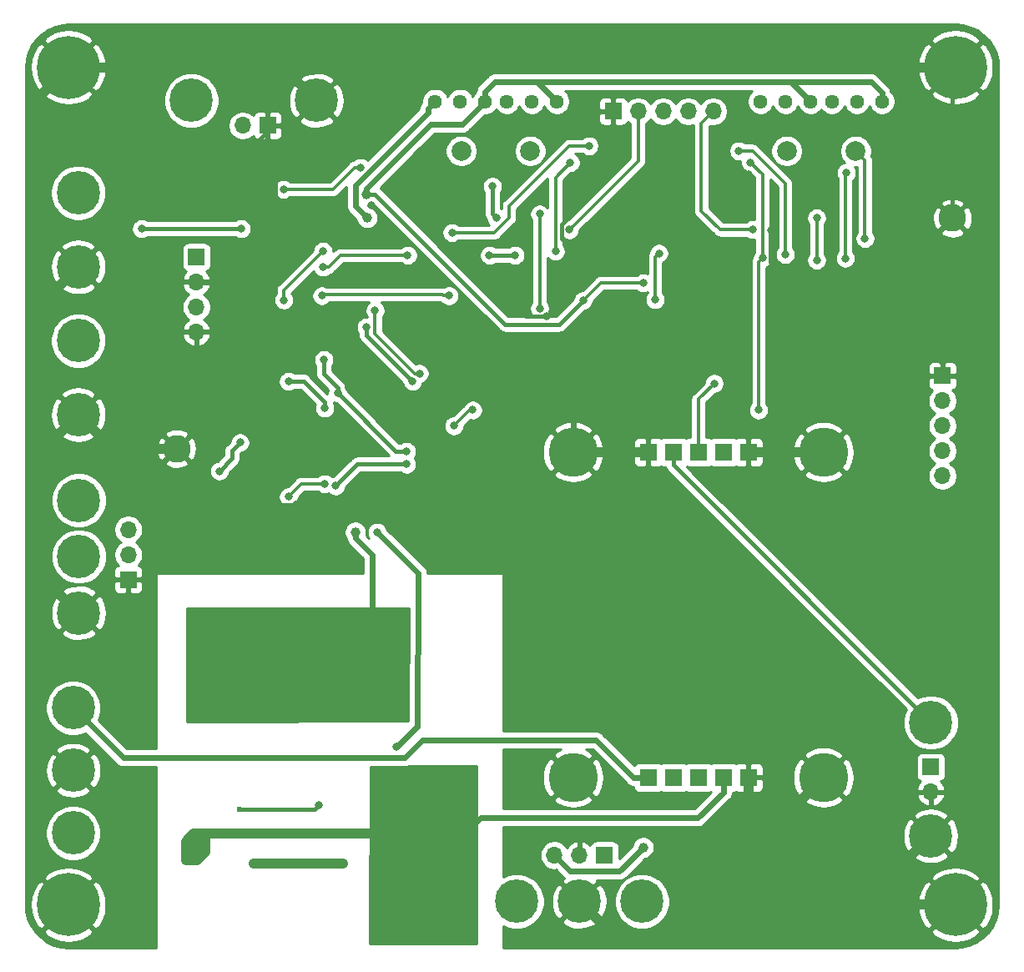
<source format=gbr>
G04 #@! TF.GenerationSoftware,KiCad,Pcbnew,(5.1.5)-3*
G04 #@! TF.CreationDate,2020-10-27T23:28:23+01:00*
G04 #@! TF.ProjectId,control_loop_1,636f6e74-726f-46c5-9f6c-6f6f705f312e,rev?*
G04 #@! TF.SameCoordinates,Original*
G04 #@! TF.FileFunction,Copper,L2,Bot*
G04 #@! TF.FilePolarity,Positive*
%FSLAX46Y46*%
G04 Gerber Fmt 4.6, Leading zero omitted, Abs format (unit mm)*
G04 Created by KiCad (PCBNEW (5.1.5)-3) date 2020-10-27 23:28:23*
%MOMM*%
%LPD*%
G04 APERTURE LIST*
%ADD10C,2.800000*%
%ADD11O,1.700000X1.700000*%
%ADD12R,1.700000X1.700000*%
%ADD13C,0.800000*%
%ADD14C,6.400000*%
%ADD15C,2.000000*%
%ADD16R,1.800000X1.800000*%
%ADD17C,5.000000*%
%ADD18C,1.440000*%
%ADD19C,0.700000*%
%ADD20C,4.400000*%
%ADD21C,1.000000*%
%ADD22C,0.600000*%
%ADD23C,0.400000*%
%ADD24C,1.000000*%
%ADD25C,0.600000*%
%ADD26C,0.300000*%
%ADD27C,0.254000*%
G04 APERTURE END LIST*
D10*
X106960000Y-92228000D03*
X185674000Y-68834000D03*
D11*
X108966000Y-80391000D03*
X108966000Y-77851000D03*
X108966000Y-75311000D03*
D12*
X108966000Y-72771000D03*
D13*
X97685056Y-136818944D03*
X95988000Y-136116000D03*
X94290944Y-136818944D03*
X93588000Y-138516000D03*
X94290944Y-140213056D03*
X95988000Y-140916000D03*
X97685056Y-140213056D03*
X98388000Y-138516000D03*
D14*
X95988000Y-138516000D03*
D13*
X187685056Y-136818944D03*
X185988000Y-136116000D03*
X184290944Y-136818944D03*
X183588000Y-138516000D03*
X184290944Y-140213056D03*
X185988000Y-140916000D03*
X187685056Y-140213056D03*
X188388000Y-138516000D03*
D14*
X185988000Y-138516000D03*
D13*
X187685056Y-51818944D03*
X185988000Y-51116000D03*
X184290944Y-51818944D03*
X183588000Y-53516000D03*
X184290944Y-55213056D03*
X185988000Y-55916000D03*
X187685056Y-55213056D03*
X188388000Y-53516000D03*
D14*
X185988000Y-53516000D03*
D13*
X97685056Y-51818944D03*
X95988000Y-51116000D03*
X94290944Y-51818944D03*
X93588000Y-53516000D03*
X94290944Y-55213056D03*
X95988000Y-55916000D03*
X97685056Y-55213056D03*
X98388000Y-53516000D03*
D14*
X95988000Y-53516000D03*
D15*
X175848000Y-62011000D03*
X168863000Y-62011000D03*
X142828000Y-62011000D03*
X135843000Y-62011000D03*
D16*
X154813000Y-92583000D03*
X157353000Y-92583000D03*
X159893000Y-92583000D03*
X162433000Y-92583000D03*
X164973000Y-92583000D03*
X164973000Y-125603000D03*
X162433000Y-125603000D03*
X159893000Y-125603000D03*
X157353000Y-125603000D03*
X154813000Y-125603000D03*
D17*
X172593000Y-92583000D03*
X147193000Y-92583000D03*
X172593000Y-125603000D03*
X147193000Y-125603000D03*
D18*
X178528000Y-56996000D03*
X175988000Y-56996000D03*
X173448000Y-56996000D03*
X171278000Y-56996000D03*
X168738000Y-56996000D03*
X166198000Y-56996000D03*
X145528000Y-56996000D03*
X142988000Y-56996000D03*
X140448000Y-56996000D03*
X138278000Y-56996000D03*
X135738000Y-56996000D03*
X133198000Y-56996000D03*
D19*
X184654726Y-130349274D03*
X183488000Y-129866000D03*
X182321274Y-130349274D03*
X181838000Y-131516000D03*
X182321274Y-132682726D03*
X183488000Y-133166000D03*
X184654726Y-132682726D03*
X185138000Y-131516000D03*
D20*
X183488000Y-131516000D03*
D19*
X184654726Y-118849274D03*
X183488000Y-118366000D03*
X182321274Y-118849274D03*
X181838000Y-120016000D03*
X182321274Y-121182726D03*
X183488000Y-121666000D03*
X184654726Y-121182726D03*
X185138000Y-120016000D03*
D20*
X183488000Y-120016000D03*
D11*
X183488000Y-127056000D03*
D12*
X183488000Y-124516000D03*
D11*
X184658000Y-94996000D03*
X184658000Y-92456000D03*
X184658000Y-89916000D03*
X184658000Y-87376000D03*
D12*
X184658000Y-84836000D03*
D11*
X161398000Y-57996000D03*
X158858000Y-57996000D03*
X156318000Y-57996000D03*
X153778000Y-57996000D03*
D12*
X151238000Y-57996000D03*
D11*
X113665000Y-59436000D03*
D12*
X116205000Y-59436000D03*
D19*
X122324726Y-55729274D03*
X121158000Y-55246000D03*
X119991274Y-55729274D03*
X119508000Y-56896000D03*
X119991274Y-58062726D03*
X121158000Y-58546000D03*
X122324726Y-58062726D03*
X122808000Y-56896000D03*
D20*
X121158000Y-56896000D03*
D19*
X109624726Y-55729274D03*
X108458000Y-55246000D03*
X107291274Y-55729274D03*
X106808000Y-56896000D03*
X107291274Y-58062726D03*
X108458000Y-58546000D03*
X109624726Y-58062726D03*
X110108000Y-56896000D03*
D20*
X108458000Y-56896000D03*
D19*
X95875274Y-110050726D03*
X97042000Y-110534000D03*
X98208726Y-110050726D03*
X98692000Y-108884000D03*
X98208726Y-107717274D03*
X97042000Y-107234000D03*
X95875274Y-107717274D03*
X95392000Y-108884000D03*
D20*
X97042000Y-108884000D03*
D19*
X95875274Y-104335726D03*
X97042000Y-104819000D03*
X98208726Y-104335726D03*
X98692000Y-103169000D03*
X98208726Y-102002274D03*
X97042000Y-101519000D03*
X95875274Y-102002274D03*
X95392000Y-103169000D03*
D20*
X97042000Y-103169000D03*
D19*
X95875274Y-98620726D03*
X97042000Y-99104000D03*
X98208726Y-98620726D03*
X98692000Y-97454000D03*
X98208726Y-96287274D03*
X97042000Y-95804000D03*
X95875274Y-96287274D03*
X95392000Y-97454000D03*
D20*
X97042000Y-97454000D03*
D11*
X145288000Y-133477000D03*
X147828000Y-133477000D03*
D12*
X150368000Y-133477000D03*
D19*
X142644726Y-137009274D03*
X141478000Y-136526000D03*
X140311274Y-137009274D03*
X139828000Y-138176000D03*
X140311274Y-139342726D03*
X141478000Y-139826000D03*
X142644726Y-139342726D03*
X143128000Y-138176000D03*
D20*
X141478000Y-138176000D03*
D19*
X148994726Y-137009274D03*
X147828000Y-136526000D03*
X146661274Y-137009274D03*
X146178000Y-138176000D03*
X146661274Y-139342726D03*
X147828000Y-139826000D03*
X148994726Y-139342726D03*
X149478000Y-138176000D03*
D20*
X147828000Y-138176000D03*
D19*
X155344726Y-137009274D03*
X154178000Y-136526000D03*
X153011274Y-137009274D03*
X152528000Y-138176000D03*
X153011274Y-139342726D03*
X154178000Y-139826000D03*
X155344726Y-139342726D03*
X155828000Y-138176000D03*
D20*
X154178000Y-138176000D03*
D11*
X102058500Y-100438500D03*
X102058500Y-102978500D03*
D12*
X102058500Y-105518500D03*
D19*
X97639726Y-130059274D03*
X96473000Y-129576000D03*
X95306274Y-130059274D03*
X94823000Y-131226000D03*
X95306274Y-132392726D03*
X96473000Y-132876000D03*
X97639726Y-132392726D03*
X98123000Y-131226000D03*
D20*
X96473000Y-131226000D03*
D19*
X97639726Y-123709274D03*
X96473000Y-123226000D03*
X95306274Y-123709274D03*
X94823000Y-124876000D03*
X95306274Y-126042726D03*
X96473000Y-126526000D03*
X97639726Y-126042726D03*
X98123000Y-124876000D03*
D20*
X96473000Y-124876000D03*
D19*
X97639726Y-117359274D03*
X96473000Y-116876000D03*
X95306274Y-117359274D03*
X94823000Y-118526000D03*
X95306274Y-119692726D03*
X96473000Y-120176000D03*
X97639726Y-119692726D03*
X98123000Y-118526000D03*
D20*
X96473000Y-118526000D03*
D19*
X98154726Y-87599274D03*
X96988000Y-87116000D03*
X95821274Y-87599274D03*
X95338000Y-88766000D03*
X95821274Y-89932726D03*
X96988000Y-90416000D03*
X98154726Y-89932726D03*
X98638000Y-88766000D03*
D20*
X96988000Y-88766000D03*
D19*
X98154726Y-72599274D03*
X96988000Y-72116000D03*
X95821274Y-72599274D03*
X95338000Y-73766000D03*
X95821274Y-74932726D03*
X96988000Y-75416000D03*
X98154726Y-74932726D03*
X98638000Y-73766000D03*
D20*
X96988000Y-73766000D03*
D19*
X98154726Y-80099274D03*
X96988000Y-79616000D03*
X95821274Y-80099274D03*
X95338000Y-81266000D03*
X95821274Y-82432726D03*
X96988000Y-82916000D03*
X98154726Y-82432726D03*
X98638000Y-81266000D03*
D20*
X96988000Y-81266000D03*
D19*
X98154726Y-65099274D03*
X96988000Y-64616000D03*
X95821274Y-65099274D03*
X95338000Y-66266000D03*
X95821274Y-67432726D03*
X96988000Y-67916000D03*
X98154726Y-67432726D03*
X98638000Y-66266000D03*
D20*
X96988000Y-66266000D03*
D13*
X165000000Y-64400000D03*
X165000000Y-68600000D03*
X170300000Y-75800000D03*
X167300000Y-70100000D03*
X176700000Y-76300000D03*
D21*
X114200000Y-97300000D03*
X113400000Y-104100000D03*
D13*
X113600000Y-62600000D03*
D21*
X117700000Y-70800000D03*
X118700000Y-61100000D03*
D13*
X147100000Y-64800000D03*
X147100000Y-67700000D03*
X126700000Y-67500000D03*
X146700000Y-71500000D03*
X146500000Y-74400000D03*
X144500000Y-78800000D03*
X139300000Y-77100000D03*
D21*
X143700000Y-84700000D03*
D13*
X115100000Y-89100000D03*
X112300000Y-89500000D03*
X130400000Y-90000000D03*
X133600000Y-98500000D03*
D21*
X133308000Y-133796000D03*
X136308000Y-133796000D03*
X136308000Y-131296000D03*
X136308000Y-125296000D03*
X136308000Y-127796000D03*
X134808000Y-127796000D03*
X130308000Y-125296000D03*
X128808000Y-131296000D03*
X130308000Y-127796000D03*
X134808000Y-133796000D03*
X128808000Y-133796000D03*
X128808000Y-125296000D03*
X130308000Y-133796000D03*
X130308000Y-131296000D03*
X128808000Y-127796000D03*
X134808000Y-131296000D03*
X133308000Y-125296000D03*
X134808000Y-125296000D03*
X131808000Y-125296000D03*
X131808000Y-133796000D03*
X108200000Y-131800000D03*
X108500000Y-133000000D03*
X107900000Y-134000000D03*
D22*
X113308000Y-128796000D03*
D13*
X121400000Y-128400000D03*
D21*
X122308000Y-117796000D03*
X122308000Y-115296000D03*
X122308000Y-109296000D03*
X122308000Y-111796000D03*
X123808000Y-117796000D03*
X123808000Y-115296000D03*
X123808000Y-109296000D03*
X123808000Y-111796000D03*
X128308000Y-117796000D03*
X128308000Y-115296000D03*
X128308000Y-109296000D03*
X128308000Y-111796000D03*
X126808000Y-117796000D03*
X126808000Y-109296000D03*
X125308000Y-117796000D03*
X125308000Y-109296000D03*
X129808000Y-109296000D03*
X129808000Y-117796000D03*
X129808000Y-115296000D03*
X129808000Y-111796000D03*
X125100000Y-100700000D03*
D13*
X174800000Y-72900000D03*
X174900000Y-64200000D03*
X148200000Y-77200000D03*
X154300000Y-75400000D03*
D21*
X126200000Y-66400000D03*
X114808000Y-134296000D03*
X123808000Y-134296000D03*
D13*
X139000000Y-65600000D03*
X139399990Y-68788577D03*
X127300000Y-100700000D03*
X129300000Y-122500000D03*
D21*
X154300000Y-132700000D03*
X126300000Y-68800000D03*
D13*
X121800000Y-73800000D03*
X130400000Y-72600000D03*
X125600000Y-63700000D03*
X117800000Y-65900000D03*
X130300000Y-93800000D03*
X123100000Y-96000000D03*
X123300000Y-86600000D03*
X121900000Y-83200000D03*
X130300000Y-92500000D03*
X141300000Y-72600000D03*
X138700000Y-72600000D03*
X146900000Y-63200000D03*
X145400000Y-72200000D03*
X165200000Y-63200000D03*
X135100000Y-89900000D03*
X137000000Y-88300000D03*
X166000000Y-88300000D03*
X166399990Y-72899311D03*
X161500000Y-85600000D03*
X127100000Y-78200000D03*
X131600000Y-84600000D03*
X103400000Y-69900000D03*
X113500000Y-69900000D03*
X111300000Y-94500000D03*
X113400000Y-91600000D03*
X165400000Y-70000000D03*
X146800010Y-70014718D03*
X143800000Y-68400000D03*
X143800000Y-78000000D03*
X171900000Y-73100000D03*
X171900000Y-68800000D03*
X134600000Y-76700000D03*
X121700000Y-76700000D03*
X121800000Y-72200000D03*
X117840929Y-77150010D03*
X118300000Y-97100000D03*
X122000000Y-95800000D03*
X122000000Y-88100000D03*
X118300000Y-85400000D03*
X155900000Y-72400000D03*
X155500000Y-77100000D03*
X148800000Y-61500000D03*
X134900000Y-70300000D03*
X164000000Y-62000000D03*
X168700000Y-72500000D03*
X176800000Y-70900000D03*
X130900000Y-85400000D03*
X126200000Y-79900000D03*
D23*
X165000000Y-64400000D02*
X165000000Y-68600000D01*
X169734315Y-75800000D02*
X167200000Y-73265685D01*
X170300000Y-75800000D02*
X169734315Y-75800000D01*
X167200000Y-70200000D02*
X167300000Y-70100000D01*
X167200000Y-73265685D02*
X167200000Y-70200000D01*
X176700000Y-76300000D02*
X170800000Y-76300000D01*
X170800000Y-76300000D02*
X170300000Y-75800000D01*
X178208000Y-76300000D02*
X185674000Y-68834000D01*
X176700000Y-76300000D02*
X178208000Y-76300000D01*
X185674000Y-53830000D02*
X185988000Y-53516000D01*
X185674000Y-68834000D02*
X185674000Y-53830000D01*
X184658000Y-83586000D02*
X178200000Y-77128000D01*
X184658000Y-84836000D02*
X184658000Y-83586000D01*
X178200000Y-77128000D02*
X178200000Y-76400000D01*
D24*
X164973000Y-125603000D02*
X164973000Y-131973000D01*
X171516000Y-138516000D02*
X185988000Y-138516000D01*
X164973000Y-131973000D02*
X171516000Y-138516000D01*
X147828000Y-138176000D02*
X151252000Y-141600000D01*
X151252000Y-141600000D02*
X163900000Y-141600000D01*
X163900000Y-141600000D02*
X169100000Y-136400000D01*
X172593000Y-125603000D02*
X166200000Y-131996000D01*
X166200000Y-131996000D02*
X166200000Y-133100000D01*
X181288001Y-133715999D02*
X181288001Y-135811999D01*
X183488000Y-131516000D02*
X181288001Y-133715999D01*
X181288001Y-135811999D02*
X178700000Y-138400000D01*
X164973000Y-92583000D02*
X172593000Y-92583000D01*
D25*
X114200000Y-97865685D02*
X113400000Y-98665685D01*
X114200000Y-97300000D02*
X114200000Y-97865685D01*
X113400000Y-98665685D02*
X113400000Y-104100000D01*
D24*
X97042000Y-108884000D02*
X92400000Y-104242000D01*
X92400000Y-93354000D02*
X96988000Y-88766000D01*
X92400000Y-104242000D02*
X92400000Y-93354000D01*
X100450000Y-92228000D02*
X96988000Y-88766000D01*
X106960000Y-92228000D02*
X100450000Y-92228000D01*
X92400000Y-78354000D02*
X96988000Y-73766000D01*
X92400000Y-93354000D02*
X92400000Y-78354000D01*
X92400000Y-57104000D02*
X95988000Y-53516000D01*
X92400000Y-78354000D02*
X92400000Y-57104000D01*
X117778000Y-53516000D02*
X121158000Y-56896000D01*
X95988000Y-53516000D02*
X117778000Y-53516000D01*
D23*
X116205000Y-59995000D02*
X116205000Y-59436000D01*
X113600000Y-62600000D02*
X116205000Y-59995000D01*
X117700000Y-70800000D02*
X117100000Y-70200000D01*
X117100000Y-70200000D02*
X117100000Y-66800000D01*
X117100000Y-66800000D02*
X117000000Y-66700000D01*
X117000000Y-66700000D02*
X117000000Y-62800000D01*
X117000000Y-62800000D02*
X118700000Y-61100000D01*
D24*
X117778000Y-53516000D02*
X185988000Y-53516000D01*
D23*
X147100000Y-64800000D02*
X147100000Y-65365685D01*
X147100000Y-65365685D02*
X147100000Y-67700000D01*
X151238000Y-60662000D02*
X151238000Y-57996000D01*
X147100000Y-64800000D02*
X151238000Y-60662000D01*
X126700000Y-67500000D02*
X127500000Y-68300000D01*
X127500000Y-68300000D02*
X127500000Y-69400000D01*
X127500000Y-69400000D02*
X126100000Y-70800000D01*
X126100000Y-70800000D02*
X117700000Y-70800000D01*
D25*
X108966000Y-75311000D02*
X113189000Y-75311000D01*
X113189000Y-75311000D02*
X117700000Y-70800000D01*
D23*
X146700000Y-72065685D02*
X146500000Y-72265685D01*
X146700000Y-71500000D02*
X146700000Y-72065685D01*
X146500000Y-72265685D02*
X146500000Y-74400000D01*
X147100000Y-67700000D02*
X147100000Y-68400000D01*
X147100000Y-68400000D02*
X146000000Y-69500000D01*
X146000000Y-69500000D02*
X146000000Y-70900000D01*
X146000000Y-70900000D02*
X146600000Y-71500000D01*
X146500000Y-74400000D02*
X146500000Y-76800000D01*
X146500000Y-76800000D02*
X144500000Y-78800000D01*
X139699999Y-77499999D02*
X141099999Y-77499999D01*
X139300000Y-77100000D02*
X139699999Y-77499999D01*
X141099999Y-77499999D02*
X142400000Y-78800000D01*
X142400000Y-78800000D02*
X144500000Y-78800000D01*
D24*
X147193000Y-92583000D02*
X154813000Y-92583000D01*
D25*
X147193000Y-92583000D02*
X147193000Y-88193000D01*
X147193000Y-88193000D02*
X143700000Y-84700000D01*
X109688000Y-89500000D02*
X106960000Y-92228000D01*
X115100000Y-89100000D02*
X114700000Y-89500000D01*
X114700000Y-89500000D02*
X109688000Y-89500000D01*
D23*
X130400000Y-90000000D02*
X133600000Y-93200000D01*
X133600000Y-93200000D02*
X133600000Y-97700000D01*
X133600000Y-97700000D02*
X119000000Y-97700000D01*
X133600000Y-97700000D02*
X133600000Y-98500000D01*
X119000000Y-97700000D02*
X118800000Y-97900000D01*
X118800000Y-97900000D02*
X114900000Y-97900000D01*
X114900000Y-97900000D02*
X114200000Y-97200000D01*
D25*
X153313000Y-125603000D02*
X149510000Y-121800000D01*
X154813000Y-125603000D02*
X153313000Y-125603000D01*
X149510000Y-121800000D02*
X131900000Y-121800000D01*
X131900000Y-121800000D02*
X130100000Y-123600000D01*
X101547000Y-123600000D02*
X96473000Y-118526000D01*
X130100000Y-123600000D02*
X101547000Y-123600000D01*
D24*
X108200000Y-131800000D02*
X108700000Y-131300000D01*
X110200000Y-131300000D02*
X108500000Y-133000000D01*
X108700000Y-131300000D02*
X110200000Y-131300000D01*
X110200000Y-131300000D02*
X128900000Y-131300000D01*
X107900000Y-134000000D02*
X109000000Y-134000000D01*
X109000000Y-134000000D02*
X109900000Y-133100000D01*
X109900000Y-133100000D02*
X109900000Y-131400000D01*
X108465685Y-134000000D02*
X109300000Y-133165685D01*
X107900000Y-134000000D02*
X108465685Y-134000000D01*
X108765685Y-131800000D02*
X108900000Y-131934315D01*
X108200000Y-131800000D02*
X108765685Y-131800000D01*
X108900000Y-131934315D02*
X108900000Y-132000000D01*
X108500000Y-132434315D02*
X108300000Y-132234315D01*
X108500000Y-133000000D02*
X108500000Y-132434315D01*
X108300000Y-132234315D02*
X108300000Y-131800000D01*
X108300000Y-131800000D02*
X108200000Y-131800000D01*
X107900000Y-134000000D02*
X107900000Y-132100000D01*
X107900000Y-132100000D02*
X108200000Y-131800000D01*
D25*
X162433000Y-127103000D02*
X159836000Y-129700000D01*
X162433000Y-125603000D02*
X162433000Y-127103000D01*
X159836000Y-129700000D02*
X137800000Y-129700000D01*
X137800000Y-129700000D02*
X136300000Y-131200000D01*
D23*
X113308000Y-128796000D02*
X120308000Y-128796000D01*
X120308000Y-128796000D02*
X121004000Y-128796000D01*
X121004000Y-128796000D02*
X121400000Y-128400000D01*
D25*
X178500000Y-56968000D02*
X178528000Y-56996000D01*
X138278000Y-55977767D02*
X139255767Y-55000000D01*
X138278000Y-56996000D02*
X138278000Y-55977767D01*
X139255767Y-55000000D02*
X177400000Y-55000000D01*
X178500000Y-56100000D02*
X178500000Y-56968000D01*
X177400000Y-55000000D02*
X178500000Y-56100000D01*
X171278000Y-56996000D02*
X169282000Y-55000000D01*
X169282000Y-55000000D02*
X169200000Y-55000000D01*
X145528000Y-56996000D02*
X143532000Y-55000000D01*
X143532000Y-55000000D02*
X143400000Y-55000000D01*
X125100000Y-101265685D02*
X126800000Y-102965685D01*
X125100000Y-100700000D02*
X125100000Y-101265685D01*
X126800000Y-102965685D02*
X126800000Y-109400000D01*
D26*
X174800000Y-72900000D02*
X174800000Y-64300000D01*
X174800000Y-64300000D02*
X174900000Y-64200000D01*
X148200000Y-77200000D02*
X150000000Y-75400000D01*
X150000000Y-75400000D02*
X154300000Y-75400000D01*
D25*
X126200000Y-65834315D02*
X132734315Y-59300000D01*
X126200000Y-66400000D02*
X126200000Y-65834315D01*
X135974000Y-59300000D02*
X138278000Y-56996000D01*
X132734315Y-59300000D02*
X135974000Y-59300000D01*
D23*
X140300002Y-79600002D02*
X127100000Y-66400000D01*
X127100000Y-66400000D02*
X126400000Y-66400000D01*
X148200000Y-77200000D02*
X145799998Y-79600002D01*
X126400000Y-66400000D02*
X126300000Y-66500000D01*
X145799998Y-79600002D02*
X140300002Y-79600002D01*
D24*
X114808000Y-134296000D02*
X123808000Y-134296000D01*
D23*
X139000000Y-68388587D02*
X139399990Y-68788577D01*
X139000000Y-65600000D02*
X139000000Y-68388587D01*
D25*
X154300000Y-132700000D02*
X151900000Y-135100000D01*
X146911000Y-135100000D02*
X145288000Y-133477000D01*
X151900000Y-135100000D02*
X146911000Y-135100000D01*
X126300000Y-68800000D02*
X125100000Y-67600000D01*
X125100000Y-67600000D02*
X125100000Y-65500000D01*
X132478001Y-57715999D02*
X133198000Y-56996000D01*
X132478001Y-58121999D02*
X132478001Y-57715999D01*
X125100000Y-65500000D02*
X132478001Y-58121999D01*
X131400000Y-120400000D02*
X129300000Y-122500000D01*
X127300000Y-100700000D02*
X127699999Y-101099999D01*
X131500000Y-106000000D02*
X131400000Y-120400000D01*
X127699999Y-101099999D02*
X131500000Y-104900000D01*
X131500000Y-104900000D02*
X131500000Y-106000000D01*
D26*
X122365685Y-73800000D02*
X123565685Y-72600000D01*
X121800000Y-73800000D02*
X122365685Y-73800000D01*
X123565685Y-72600000D02*
X130400000Y-72600000D01*
X125034315Y-63700000D02*
X122834315Y-65900000D01*
X125600000Y-63700000D02*
X125034315Y-63700000D01*
X122834315Y-65900000D02*
X117800000Y-65900000D01*
D23*
X130300000Y-93800000D02*
X125300000Y-93800000D01*
X125300000Y-93800000D02*
X123100000Y-96000000D01*
X123300000Y-86034315D02*
X121900000Y-84634315D01*
X123300000Y-86600000D02*
X123300000Y-86034315D01*
X121900000Y-84634315D02*
X121900000Y-83200000D01*
X130300000Y-92500000D02*
X129200000Y-92500000D01*
X129200000Y-92500000D02*
X123300000Y-86600000D01*
X141300000Y-72600000D02*
X140734315Y-72600000D01*
X140734315Y-72600000D02*
X138700000Y-72600000D01*
D26*
X145400000Y-64700000D02*
X145400000Y-71634315D01*
X145400000Y-71634315D02*
X145400000Y-72200000D01*
X146900000Y-63200000D02*
X145400000Y-64700000D01*
X135100000Y-89900000D02*
X136700000Y-88300000D01*
X136700000Y-88300000D02*
X137000000Y-88300000D01*
X166000000Y-88300000D02*
X166000000Y-73299301D01*
X166399990Y-64399990D02*
X166399990Y-72333626D01*
X165200000Y-63200000D02*
X166399990Y-64399990D01*
X166000000Y-73299301D02*
X166399990Y-72899311D01*
X166399990Y-72333626D02*
X166399990Y-72899311D01*
X159893000Y-87207000D02*
X159893000Y-92583000D01*
X161500000Y-85600000D02*
X159893000Y-87207000D01*
D23*
X183486000Y-120016000D02*
X183488000Y-120016000D01*
X157353000Y-93883000D02*
X183486000Y-120016000D01*
X157353000Y-92583000D02*
X157353000Y-93883000D01*
D26*
X127100000Y-78200000D02*
X127100000Y-80600000D01*
X127100000Y-80600000D02*
X131100000Y-84600000D01*
X131100000Y-84600000D02*
X131600000Y-84600000D01*
D23*
X103400000Y-69900000D02*
X113500000Y-69900000D01*
X111300000Y-94500000D02*
X112600000Y-93200000D01*
X112600000Y-93200000D02*
X112600000Y-92400000D01*
X112600000Y-92400000D02*
X113400000Y-91600000D01*
D26*
X161398000Y-57996000D02*
X160548001Y-58845999D01*
X160200000Y-60700000D02*
X160200000Y-68100000D01*
X160200000Y-68100000D02*
X162100000Y-70000000D01*
X162100000Y-70000000D02*
X165400000Y-70000000D01*
X160548001Y-58845999D02*
X160200000Y-59194000D01*
X160200000Y-59194000D02*
X160200000Y-60700000D01*
X153778000Y-57996000D02*
X153778000Y-63036728D01*
X147200009Y-69614719D02*
X146800010Y-70014718D01*
X153778000Y-63036728D02*
X147200009Y-69614719D01*
X143800000Y-68400000D02*
X143800000Y-68965685D01*
X143800000Y-68965685D02*
X143800000Y-78000000D01*
X171900000Y-73100000D02*
X171900000Y-72534315D01*
X171900000Y-72534315D02*
X171900000Y-68800000D01*
X134034315Y-76700000D02*
X133934315Y-76600000D01*
X134600000Y-76700000D02*
X134034315Y-76700000D01*
X133934315Y-76600000D02*
X121800000Y-76600000D01*
X121800000Y-76600000D02*
X121700000Y-76700000D01*
X121800000Y-72200000D02*
X117840929Y-76159071D01*
X117840929Y-76159071D02*
X117840929Y-77150010D01*
X118300000Y-97100000D02*
X119600000Y-95800000D01*
X119600000Y-95800000D02*
X122000000Y-95800000D01*
D23*
X122000000Y-87534315D02*
X119865685Y-85400000D01*
X122000000Y-88100000D02*
X122000000Y-87534315D01*
X119865685Y-85400000D02*
X118300000Y-85400000D01*
D26*
X155500001Y-72799999D02*
X155500001Y-77099999D01*
X155900000Y-72400000D02*
X155500001Y-72799999D01*
X155500001Y-77099999D02*
X155500000Y-77100000D01*
X148800000Y-61500000D02*
X146800000Y-61500000D01*
X146800000Y-61500000D02*
X140700000Y-67600000D01*
X140700000Y-67600000D02*
X140700000Y-68800000D01*
X140700000Y-68800000D02*
X139200000Y-70300000D01*
X139200000Y-70300000D02*
X134900000Y-70300000D01*
X164000000Y-62000000D02*
X165400000Y-62000000D01*
X165400000Y-62000000D02*
X168700000Y-65300000D01*
X168700000Y-65300000D02*
X168700000Y-72500000D01*
X176800000Y-62963000D02*
X175848000Y-62011000D01*
X176800000Y-70900000D02*
X176800000Y-62963000D01*
D23*
X130900000Y-85400000D02*
X126200000Y-80700000D01*
X126200000Y-80700000D02*
X126200000Y-79900000D01*
D27*
G36*
X130468628Y-119874445D02*
G01*
X108027000Y-119972444D01*
X108027000Y-108427000D01*
X130548124Y-108427000D01*
X130468628Y-119874445D01*
G37*
X130468628Y-119874445D02*
X108027000Y-119972444D01*
X108027000Y-108427000D01*
X130548124Y-108427000D01*
X130468628Y-119874445D01*
G36*
X137373000Y-142473000D02*
G01*
X126527696Y-142473000D01*
X126625718Y-124535000D01*
X130054068Y-124535000D01*
X130100000Y-124539524D01*
X130145932Y-124535000D01*
X130283292Y-124521471D01*
X130459540Y-124468007D01*
X130536259Y-124427000D01*
X137373000Y-124427000D01*
X137373000Y-142473000D01*
G37*
X137373000Y-142473000D02*
X126527696Y-142473000D01*
X126625718Y-124535000D01*
X130054068Y-124535000D01*
X130100000Y-124539524D01*
X130145932Y-124535000D01*
X130283292Y-124521471D01*
X130459540Y-124468007D01*
X130536259Y-124427000D01*
X137373000Y-124427000D01*
X137373000Y-142473000D01*
G36*
X186756083Y-49247173D02*
G01*
X187499891Y-49450656D01*
X188195905Y-49782638D01*
X188822130Y-50232626D01*
X189358777Y-50786403D01*
X189788871Y-51426451D01*
X190098829Y-52132553D01*
X190280065Y-52887457D01*
X190328001Y-53540220D01*
X190328000Y-138486608D01*
X190256827Y-139284083D01*
X190053344Y-140027890D01*
X189721363Y-140723904D01*
X189271374Y-141350130D01*
X188717597Y-141886777D01*
X188077549Y-142316871D01*
X187371447Y-142626829D01*
X186616543Y-142808065D01*
X185963793Y-142856000D01*
X140127000Y-142856000D01*
X140127000Y-141216881D01*
X183466724Y-141216881D01*
X183826912Y-141706548D01*
X184490882Y-142066849D01*
X185212385Y-142290694D01*
X185963695Y-142369480D01*
X186715938Y-142300178D01*
X187440208Y-142085452D01*
X188108670Y-141733555D01*
X188149088Y-141706548D01*
X188509276Y-141216881D01*
X185988000Y-138695605D01*
X183466724Y-141216881D01*
X140127000Y-141216881D01*
X140127000Y-140682916D01*
X140135124Y-140688344D01*
X140651061Y-140902052D01*
X141198777Y-141011000D01*
X141757223Y-141011000D01*
X142304939Y-140902052D01*
X142820876Y-140688344D01*
X143285207Y-140378088D01*
X143497520Y-140165775D01*
X146017830Y-140165775D01*
X146257976Y-140553018D01*
X146751877Y-140813641D01*
X147287133Y-140972901D01*
X147843174Y-141024678D01*
X148398632Y-140966981D01*
X148932161Y-140802028D01*
X149398024Y-140553018D01*
X149638170Y-140165775D01*
X147828000Y-138355605D01*
X146017830Y-140165775D01*
X143497520Y-140165775D01*
X143680088Y-139983207D01*
X143990344Y-139518876D01*
X144204052Y-139002939D01*
X144313000Y-138455223D01*
X144313000Y-138191174D01*
X144979322Y-138191174D01*
X145037019Y-138746632D01*
X145201972Y-139280161D01*
X145450982Y-139746024D01*
X145838225Y-139986170D01*
X147648395Y-138176000D01*
X148007605Y-138176000D01*
X149817775Y-139986170D01*
X150205018Y-139746024D01*
X150465641Y-139252123D01*
X150624901Y-138716867D01*
X150676678Y-138160826D01*
X150649251Y-137896777D01*
X151343000Y-137896777D01*
X151343000Y-138455223D01*
X151451948Y-139002939D01*
X151665656Y-139518876D01*
X151975912Y-139983207D01*
X152370793Y-140378088D01*
X152835124Y-140688344D01*
X153351061Y-140902052D01*
X153898777Y-141011000D01*
X154457223Y-141011000D01*
X155004939Y-140902052D01*
X155520876Y-140688344D01*
X155985207Y-140378088D01*
X156380088Y-139983207D01*
X156690344Y-139518876D01*
X156904052Y-139002939D01*
X157005745Y-138491695D01*
X182134520Y-138491695D01*
X182203822Y-139243938D01*
X182418548Y-139968208D01*
X182770445Y-140636670D01*
X182797452Y-140677088D01*
X183287119Y-141037276D01*
X185808395Y-138516000D01*
X186167605Y-138516000D01*
X188688881Y-141037276D01*
X189178548Y-140677088D01*
X189538849Y-140013118D01*
X189762694Y-139291615D01*
X189841480Y-138540305D01*
X189772178Y-137788062D01*
X189557452Y-137063792D01*
X189205555Y-136395330D01*
X189178548Y-136354912D01*
X188688881Y-135994724D01*
X186167605Y-138516000D01*
X185808395Y-138516000D01*
X183287119Y-135994724D01*
X182797452Y-136354912D01*
X182437151Y-137018882D01*
X182213306Y-137740385D01*
X182134520Y-138491695D01*
X157005745Y-138491695D01*
X157013000Y-138455223D01*
X157013000Y-137896777D01*
X156904052Y-137349061D01*
X156690344Y-136833124D01*
X156380088Y-136368793D01*
X155985207Y-135973912D01*
X155747557Y-135815119D01*
X183466724Y-135815119D01*
X185988000Y-138336395D01*
X188509276Y-135815119D01*
X188149088Y-135325452D01*
X187485118Y-134965151D01*
X186763615Y-134741306D01*
X186012305Y-134662520D01*
X185260062Y-134731822D01*
X184535792Y-134946548D01*
X183867330Y-135298445D01*
X183826912Y-135325452D01*
X183466724Y-135815119D01*
X155747557Y-135815119D01*
X155520876Y-135663656D01*
X155004939Y-135449948D01*
X154457223Y-135341000D01*
X153898777Y-135341000D01*
X153351061Y-135449948D01*
X152835124Y-135663656D01*
X152370793Y-135973912D01*
X151975912Y-136368793D01*
X151665656Y-136833124D01*
X151451948Y-137349061D01*
X151343000Y-137896777D01*
X150649251Y-137896777D01*
X150618981Y-137605368D01*
X150454028Y-137071839D01*
X150205018Y-136605976D01*
X149817775Y-136365830D01*
X148007605Y-138176000D01*
X147648395Y-138176000D01*
X145838225Y-136365830D01*
X145450982Y-136605976D01*
X145190359Y-137099877D01*
X145031099Y-137635133D01*
X144979322Y-138191174D01*
X144313000Y-138191174D01*
X144313000Y-137896777D01*
X144204052Y-137349061D01*
X143990344Y-136833124D01*
X143680088Y-136368793D01*
X143285207Y-135973912D01*
X142820876Y-135663656D01*
X142304939Y-135449948D01*
X141757223Y-135341000D01*
X141198777Y-135341000D01*
X140651061Y-135449948D01*
X140135124Y-135663656D01*
X140127000Y-135669084D01*
X140127000Y-133330740D01*
X143803000Y-133330740D01*
X143803000Y-133623260D01*
X143860068Y-133910158D01*
X143972010Y-134180411D01*
X144134525Y-134423632D01*
X144341368Y-134630475D01*
X144584589Y-134792990D01*
X144854842Y-134904932D01*
X145141740Y-134962000D01*
X145434260Y-134962000D01*
X145447982Y-134959271D01*
X146217370Y-135728659D01*
X146246656Y-135764344D01*
X146276680Y-135788984D01*
X146257976Y-135798982D01*
X146017830Y-136186225D01*
X147828000Y-137996395D01*
X149638170Y-136186225D01*
X149544389Y-136035000D01*
X151854068Y-136035000D01*
X151900000Y-136039524D01*
X151945932Y-136035000D01*
X152083292Y-136021471D01*
X152259540Y-135968007D01*
X152421972Y-135881186D01*
X152564344Y-135764344D01*
X152593630Y-135728659D01*
X154506036Y-133816253D01*
X154631067Y-133791383D01*
X154837624Y-133705824D01*
X155023520Y-133581612D01*
X155099357Y-133505775D01*
X181677830Y-133505775D01*
X181917976Y-133893018D01*
X182411877Y-134153641D01*
X182947133Y-134312901D01*
X183503174Y-134364678D01*
X184058632Y-134306981D01*
X184592161Y-134142028D01*
X185058024Y-133893018D01*
X185298170Y-133505775D01*
X183488000Y-131695605D01*
X181677830Y-133505775D01*
X155099357Y-133505775D01*
X155181612Y-133423520D01*
X155305824Y-133237624D01*
X155391383Y-133031067D01*
X155435000Y-132811788D01*
X155435000Y-132588212D01*
X155391383Y-132368933D01*
X155305824Y-132162376D01*
X155181612Y-131976480D01*
X155023520Y-131818388D01*
X154837624Y-131694176D01*
X154631067Y-131608617D01*
X154411788Y-131565000D01*
X154188212Y-131565000D01*
X153968933Y-131608617D01*
X153762376Y-131694176D01*
X153576480Y-131818388D01*
X153418388Y-131976480D01*
X153294176Y-132162376D01*
X153208617Y-132368933D01*
X153183747Y-132493964D01*
X151856072Y-133821639D01*
X151856072Y-132627000D01*
X151843812Y-132502518D01*
X151807502Y-132382820D01*
X151748537Y-132272506D01*
X151669185Y-132175815D01*
X151572494Y-132096463D01*
X151462180Y-132037498D01*
X151342482Y-132001188D01*
X151218000Y-131988928D01*
X149518000Y-131988928D01*
X149393518Y-132001188D01*
X149273820Y-132037498D01*
X149163506Y-132096463D01*
X149066815Y-132175815D01*
X148987463Y-132272506D01*
X148928498Y-132382820D01*
X148904034Y-132463466D01*
X148828269Y-132379412D01*
X148594920Y-132205359D01*
X148332099Y-132080175D01*
X148184890Y-132035524D01*
X147955000Y-132156845D01*
X147955000Y-133350000D01*
X147975000Y-133350000D01*
X147975000Y-133604000D01*
X147955000Y-133604000D01*
X147955000Y-133624000D01*
X147701000Y-133624000D01*
X147701000Y-133604000D01*
X147681000Y-133604000D01*
X147681000Y-133350000D01*
X147701000Y-133350000D01*
X147701000Y-132156845D01*
X147471110Y-132035524D01*
X147323901Y-132080175D01*
X147061080Y-132205359D01*
X146827731Y-132379412D01*
X146632822Y-132595645D01*
X146563195Y-132712534D01*
X146441475Y-132530368D01*
X146234632Y-132323525D01*
X145991411Y-132161010D01*
X145721158Y-132049068D01*
X145434260Y-131992000D01*
X145141740Y-131992000D01*
X144854842Y-132049068D01*
X144584589Y-132161010D01*
X144341368Y-132323525D01*
X144134525Y-132530368D01*
X143972010Y-132773589D01*
X143860068Y-133043842D01*
X143803000Y-133330740D01*
X140127000Y-133330740D01*
X140127000Y-131531174D01*
X180639322Y-131531174D01*
X180697019Y-132086632D01*
X180861972Y-132620161D01*
X181110982Y-133086024D01*
X181498225Y-133326170D01*
X183308395Y-131516000D01*
X183667605Y-131516000D01*
X185477775Y-133326170D01*
X185865018Y-133086024D01*
X186125641Y-132592123D01*
X186284901Y-132056867D01*
X186336678Y-131500826D01*
X186278981Y-130945368D01*
X186114028Y-130411839D01*
X185865018Y-129945976D01*
X185477775Y-129705830D01*
X183667605Y-131516000D01*
X183308395Y-131516000D01*
X181498225Y-129705830D01*
X181110982Y-129945976D01*
X180850359Y-130439877D01*
X180691099Y-130975133D01*
X180639322Y-131531174D01*
X140127000Y-131531174D01*
X140127000Y-130635000D01*
X159790068Y-130635000D01*
X159836000Y-130639524D01*
X159881932Y-130635000D01*
X160019292Y-130621471D01*
X160195540Y-130568007D01*
X160357972Y-130481186D01*
X160500344Y-130364344D01*
X160529630Y-130328659D01*
X161332064Y-129526225D01*
X181677830Y-129526225D01*
X183488000Y-131336395D01*
X185298170Y-129526225D01*
X185058024Y-129138982D01*
X184564123Y-128878359D01*
X184028867Y-128719099D01*
X183472826Y-128667322D01*
X182917368Y-128725019D01*
X182383839Y-128889972D01*
X181917976Y-129138982D01*
X181677830Y-129526225D01*
X161332064Y-129526225D01*
X163052141Y-127806148D01*
X170569457Y-127806148D01*
X170845627Y-128224118D01*
X171390557Y-128514649D01*
X171981696Y-128693287D01*
X172596328Y-128753168D01*
X173210831Y-128691990D01*
X173801592Y-128512103D01*
X174340373Y-128224118D01*
X174616543Y-127806148D01*
X172593000Y-125782605D01*
X170569457Y-127806148D01*
X163052141Y-127806148D01*
X163061659Y-127796630D01*
X163097344Y-127767344D01*
X163214186Y-127624972D01*
X163275581Y-127510110D01*
X163301007Y-127462541D01*
X163354472Y-127286292D01*
X163369125Y-127137514D01*
X163457482Y-127128812D01*
X163577180Y-127092502D01*
X163687494Y-127033537D01*
X163703000Y-127020812D01*
X163718506Y-127033537D01*
X163828820Y-127092502D01*
X163948518Y-127128812D01*
X164073000Y-127141072D01*
X164687250Y-127138000D01*
X164846000Y-126979250D01*
X164846000Y-125730000D01*
X165100000Y-125730000D01*
X165100000Y-126979250D01*
X165258750Y-127138000D01*
X165873000Y-127141072D01*
X165997482Y-127128812D01*
X166117180Y-127092502D01*
X166227494Y-127033537D01*
X166324185Y-126954185D01*
X166403537Y-126857494D01*
X166462502Y-126747180D01*
X166498812Y-126627482D01*
X166511072Y-126503000D01*
X166508000Y-125888750D01*
X166349250Y-125730000D01*
X165100000Y-125730000D01*
X164846000Y-125730000D01*
X164826000Y-125730000D01*
X164826000Y-125606328D01*
X169442832Y-125606328D01*
X169504010Y-126220831D01*
X169683897Y-126811592D01*
X169971882Y-127350373D01*
X170389852Y-127626543D01*
X172413395Y-125603000D01*
X172772605Y-125603000D01*
X174796148Y-127626543D01*
X175119501Y-127412890D01*
X182046524Y-127412890D01*
X182091175Y-127560099D01*
X182216359Y-127822920D01*
X182390412Y-128056269D01*
X182606645Y-128251178D01*
X182856748Y-128400157D01*
X183131109Y-128497481D01*
X183361000Y-128376814D01*
X183361000Y-127183000D01*
X183615000Y-127183000D01*
X183615000Y-128376814D01*
X183844891Y-128497481D01*
X184119252Y-128400157D01*
X184369355Y-128251178D01*
X184585588Y-128056269D01*
X184759641Y-127822920D01*
X184884825Y-127560099D01*
X184929476Y-127412890D01*
X184808155Y-127183000D01*
X183615000Y-127183000D01*
X183361000Y-127183000D01*
X182167845Y-127183000D01*
X182046524Y-127412890D01*
X175119501Y-127412890D01*
X175214118Y-127350373D01*
X175504649Y-126805443D01*
X175683287Y-126214304D01*
X175743168Y-125599672D01*
X175681990Y-124985169D01*
X175502103Y-124394408D01*
X175214118Y-123855627D01*
X174927127Y-123666000D01*
X181999928Y-123666000D01*
X181999928Y-125366000D01*
X182012188Y-125490482D01*
X182048498Y-125610180D01*
X182107463Y-125720494D01*
X182186815Y-125817185D01*
X182283506Y-125896537D01*
X182393820Y-125955502D01*
X182474466Y-125979966D01*
X182390412Y-126055731D01*
X182216359Y-126289080D01*
X182091175Y-126551901D01*
X182046524Y-126699110D01*
X182167845Y-126929000D01*
X183361000Y-126929000D01*
X183361000Y-126909000D01*
X183615000Y-126909000D01*
X183615000Y-126929000D01*
X184808155Y-126929000D01*
X184929476Y-126699110D01*
X184884825Y-126551901D01*
X184759641Y-126289080D01*
X184585588Y-126055731D01*
X184501534Y-125979966D01*
X184582180Y-125955502D01*
X184692494Y-125896537D01*
X184789185Y-125817185D01*
X184868537Y-125720494D01*
X184927502Y-125610180D01*
X184963812Y-125490482D01*
X184976072Y-125366000D01*
X184976072Y-123666000D01*
X184963812Y-123541518D01*
X184927502Y-123421820D01*
X184868537Y-123311506D01*
X184789185Y-123214815D01*
X184692494Y-123135463D01*
X184582180Y-123076498D01*
X184462482Y-123040188D01*
X184338000Y-123027928D01*
X182638000Y-123027928D01*
X182513518Y-123040188D01*
X182393820Y-123076498D01*
X182283506Y-123135463D01*
X182186815Y-123214815D01*
X182107463Y-123311506D01*
X182048498Y-123421820D01*
X182012188Y-123541518D01*
X181999928Y-123666000D01*
X174927127Y-123666000D01*
X174796148Y-123579457D01*
X172772605Y-125603000D01*
X172413395Y-125603000D01*
X170389852Y-123579457D01*
X169971882Y-123855627D01*
X169681351Y-124400557D01*
X169502713Y-124991696D01*
X169442832Y-125606328D01*
X164826000Y-125606328D01*
X164826000Y-125476000D01*
X164846000Y-125476000D01*
X164846000Y-124226750D01*
X165100000Y-124226750D01*
X165100000Y-125476000D01*
X166349250Y-125476000D01*
X166508000Y-125317250D01*
X166511072Y-124703000D01*
X166498812Y-124578518D01*
X166462502Y-124458820D01*
X166403537Y-124348506D01*
X166324185Y-124251815D01*
X166227494Y-124172463D01*
X166117180Y-124113498D01*
X165997482Y-124077188D01*
X165873000Y-124064928D01*
X165258750Y-124068000D01*
X165100000Y-124226750D01*
X164846000Y-124226750D01*
X164687250Y-124068000D01*
X164073000Y-124064928D01*
X163948518Y-124077188D01*
X163828820Y-124113498D01*
X163718506Y-124172463D01*
X163703000Y-124185188D01*
X163687494Y-124172463D01*
X163577180Y-124113498D01*
X163457482Y-124077188D01*
X163333000Y-124064928D01*
X161533000Y-124064928D01*
X161408518Y-124077188D01*
X161288820Y-124113498D01*
X161178506Y-124172463D01*
X161163000Y-124185188D01*
X161147494Y-124172463D01*
X161037180Y-124113498D01*
X160917482Y-124077188D01*
X160793000Y-124064928D01*
X158993000Y-124064928D01*
X158868518Y-124077188D01*
X158748820Y-124113498D01*
X158638506Y-124172463D01*
X158623000Y-124185188D01*
X158607494Y-124172463D01*
X158497180Y-124113498D01*
X158377482Y-124077188D01*
X158253000Y-124064928D01*
X156453000Y-124064928D01*
X156328518Y-124077188D01*
X156208820Y-124113498D01*
X156098506Y-124172463D01*
X156083000Y-124185188D01*
X156067494Y-124172463D01*
X155957180Y-124113498D01*
X155837482Y-124077188D01*
X155713000Y-124064928D01*
X153913000Y-124064928D01*
X153788518Y-124077188D01*
X153668820Y-124113498D01*
X153558506Y-124172463D01*
X153461815Y-124251815D01*
X153382463Y-124348506D01*
X153381882Y-124349592D01*
X152432142Y-123399852D01*
X170569457Y-123399852D01*
X172593000Y-125423395D01*
X174616543Y-123399852D01*
X174340373Y-122981882D01*
X173795443Y-122691351D01*
X173204304Y-122512713D01*
X172589672Y-122452832D01*
X171975169Y-122514010D01*
X171384408Y-122693897D01*
X170845627Y-122981882D01*
X170569457Y-123399852D01*
X152432142Y-123399852D01*
X150203630Y-121171341D01*
X150174344Y-121135656D01*
X150031972Y-121018814D01*
X149869540Y-120931993D01*
X149693292Y-120878529D01*
X149555932Y-120865000D01*
X149510000Y-120860476D01*
X149464068Y-120865000D01*
X140127000Y-120865000D01*
X140127000Y-105000000D01*
X140124560Y-104975224D01*
X140117333Y-104951399D01*
X140105597Y-104929443D01*
X140089803Y-104910197D01*
X140070557Y-104894403D01*
X140048601Y-104882667D01*
X140024776Y-104875440D01*
X140000000Y-104873000D01*
X132436865Y-104873000D01*
X132421471Y-104716708D01*
X132368007Y-104540461D01*
X132368007Y-104540460D01*
X132281186Y-104378028D01*
X132164344Y-104235656D01*
X132128660Y-104206371D01*
X128277431Y-100355142D01*
X128217205Y-100209744D01*
X128103937Y-100040226D01*
X127959774Y-99896063D01*
X127790256Y-99782795D01*
X127601898Y-99704774D01*
X127401939Y-99665000D01*
X127198061Y-99665000D01*
X126998102Y-99704774D01*
X126809744Y-99782795D01*
X126640226Y-99896063D01*
X126496063Y-100040226D01*
X126382795Y-100209744D01*
X126304774Y-100398102D01*
X126265000Y-100598061D01*
X126265000Y-100801939D01*
X126304774Y-101001898D01*
X126382795Y-101190256D01*
X126455155Y-101298550D01*
X126190296Y-101033692D01*
X126191383Y-101031067D01*
X126235000Y-100811788D01*
X126235000Y-100588212D01*
X126191383Y-100368933D01*
X126105824Y-100162376D01*
X125981612Y-99976480D01*
X125823520Y-99818388D01*
X125637624Y-99694176D01*
X125431067Y-99608617D01*
X125211788Y-99565000D01*
X124988212Y-99565000D01*
X124768933Y-99608617D01*
X124562376Y-99694176D01*
X124376480Y-99818388D01*
X124218388Y-99976480D01*
X124094176Y-100162376D01*
X124008617Y-100368933D01*
X123965000Y-100588212D01*
X123965000Y-100811788D01*
X124008617Y-101031067D01*
X124094176Y-101237624D01*
X124168697Y-101349152D01*
X124178529Y-101448977D01*
X124231993Y-101625225D01*
X124318815Y-101787657D01*
X124435657Y-101930029D01*
X124471336Y-101959310D01*
X125865000Y-103352975D01*
X125865000Y-104873000D01*
X105000000Y-104873000D01*
X104975224Y-104875440D01*
X104951399Y-104882667D01*
X104929443Y-104894403D01*
X104910197Y-104910197D01*
X104894403Y-104929443D01*
X104882667Y-104951399D01*
X104875440Y-104975224D01*
X104873000Y-105000000D01*
X104873000Y-122665000D01*
X101934289Y-122665000D01*
X99030104Y-119760815D01*
X99199052Y-119352939D01*
X99308000Y-118805223D01*
X99308000Y-118246777D01*
X99199052Y-117699061D01*
X98985344Y-117183124D01*
X98675088Y-116718793D01*
X98280207Y-116323912D01*
X97815876Y-116013656D01*
X97299939Y-115799948D01*
X96752223Y-115691000D01*
X96193777Y-115691000D01*
X95646061Y-115799948D01*
X95130124Y-116013656D01*
X94665793Y-116323912D01*
X94270912Y-116718793D01*
X93960656Y-117183124D01*
X93746948Y-117699061D01*
X93638000Y-118246777D01*
X93638000Y-118805223D01*
X93746948Y-119352939D01*
X93960656Y-119868876D01*
X94270912Y-120333207D01*
X94665793Y-120728088D01*
X95130124Y-121038344D01*
X95646061Y-121252052D01*
X96193777Y-121361000D01*
X96752223Y-121361000D01*
X97299939Y-121252052D01*
X97707815Y-121083104D01*
X100853370Y-124228659D01*
X100882656Y-124264344D01*
X101025028Y-124381186D01*
X101130880Y-124437765D01*
X101187459Y-124468007D01*
X101363708Y-124521472D01*
X101547000Y-124539524D01*
X101592935Y-124535000D01*
X104873000Y-124535000D01*
X104873000Y-142856000D01*
X96017392Y-142856000D01*
X95219917Y-142784827D01*
X94476110Y-142581344D01*
X93780096Y-142249363D01*
X93153870Y-141799374D01*
X92617223Y-141245597D01*
X92597927Y-141216881D01*
X93466724Y-141216881D01*
X93826912Y-141706548D01*
X94490882Y-142066849D01*
X95212385Y-142290694D01*
X95963695Y-142369480D01*
X96715938Y-142300178D01*
X97440208Y-142085452D01*
X98108670Y-141733555D01*
X98149088Y-141706548D01*
X98509276Y-141216881D01*
X95988000Y-138695605D01*
X93466724Y-141216881D01*
X92597927Y-141216881D01*
X92187129Y-140605549D01*
X91877171Y-139899447D01*
X91695935Y-139144543D01*
X91648000Y-138491793D01*
X91648000Y-138491695D01*
X92134520Y-138491695D01*
X92203822Y-139243938D01*
X92418548Y-139968208D01*
X92770445Y-140636670D01*
X92797452Y-140677088D01*
X93287119Y-141037276D01*
X95808395Y-138516000D01*
X96167605Y-138516000D01*
X98688881Y-141037276D01*
X99178548Y-140677088D01*
X99538849Y-140013118D01*
X99762694Y-139291615D01*
X99841480Y-138540305D01*
X99772178Y-137788062D01*
X99557452Y-137063792D01*
X99205555Y-136395330D01*
X99178548Y-136354912D01*
X98688881Y-135994724D01*
X96167605Y-138516000D01*
X95808395Y-138516000D01*
X93287119Y-135994724D01*
X92797452Y-136354912D01*
X92437151Y-137018882D01*
X92213306Y-137740385D01*
X92134520Y-138491695D01*
X91648000Y-138491695D01*
X91648000Y-135815119D01*
X93466724Y-135815119D01*
X95988000Y-138336395D01*
X98509276Y-135815119D01*
X98149088Y-135325452D01*
X97485118Y-134965151D01*
X96763615Y-134741306D01*
X96012305Y-134662520D01*
X95260062Y-134731822D01*
X94535792Y-134946548D01*
X93867330Y-135298445D01*
X93826912Y-135325452D01*
X93466724Y-135815119D01*
X91648000Y-135815119D01*
X91648000Y-130946777D01*
X93638000Y-130946777D01*
X93638000Y-131505223D01*
X93746948Y-132052939D01*
X93960656Y-132568876D01*
X94270912Y-133033207D01*
X94665793Y-133428088D01*
X95130124Y-133738344D01*
X95646061Y-133952052D01*
X96193777Y-134061000D01*
X96752223Y-134061000D01*
X97299939Y-133952052D01*
X97815876Y-133738344D01*
X98280207Y-133428088D01*
X98675088Y-133033207D01*
X98985344Y-132568876D01*
X99199052Y-132052939D01*
X99308000Y-131505223D01*
X99308000Y-130946777D01*
X99199052Y-130399061D01*
X98985344Y-129883124D01*
X98675088Y-129418793D01*
X98280207Y-129023912D01*
X97815876Y-128713656D01*
X97299939Y-128499948D01*
X96752223Y-128391000D01*
X96193777Y-128391000D01*
X95646061Y-128499948D01*
X95130124Y-128713656D01*
X94665793Y-129023912D01*
X94270912Y-129418793D01*
X93960656Y-129883124D01*
X93746948Y-130399061D01*
X93638000Y-130946777D01*
X91648000Y-130946777D01*
X91648000Y-126865775D01*
X94662830Y-126865775D01*
X94902976Y-127253018D01*
X95396877Y-127513641D01*
X95932133Y-127672901D01*
X96488174Y-127724678D01*
X97043632Y-127666981D01*
X97577161Y-127502028D01*
X98043024Y-127253018D01*
X98283170Y-126865775D01*
X96473000Y-125055605D01*
X94662830Y-126865775D01*
X91648000Y-126865775D01*
X91648000Y-124891174D01*
X93624322Y-124891174D01*
X93682019Y-125446632D01*
X93846972Y-125980161D01*
X94095982Y-126446024D01*
X94483225Y-126686170D01*
X96293395Y-124876000D01*
X96652605Y-124876000D01*
X98462775Y-126686170D01*
X98850018Y-126446024D01*
X99110641Y-125952123D01*
X99269901Y-125416867D01*
X99321678Y-124860826D01*
X99263981Y-124305368D01*
X99099028Y-123771839D01*
X98850018Y-123305976D01*
X98462775Y-123065830D01*
X96652605Y-124876000D01*
X96293395Y-124876000D01*
X94483225Y-123065830D01*
X94095982Y-123305976D01*
X93835359Y-123799877D01*
X93676099Y-124335133D01*
X93624322Y-124891174D01*
X91648000Y-124891174D01*
X91648000Y-122886225D01*
X94662830Y-122886225D01*
X96473000Y-124696395D01*
X98283170Y-122886225D01*
X98043024Y-122498982D01*
X97549123Y-122238359D01*
X97013867Y-122079099D01*
X96457826Y-122027322D01*
X95902368Y-122085019D01*
X95368839Y-122249972D01*
X94902976Y-122498982D01*
X94662830Y-122886225D01*
X91648000Y-122886225D01*
X91648000Y-110873775D01*
X95231830Y-110873775D01*
X95471976Y-111261018D01*
X95965877Y-111521641D01*
X96501133Y-111680901D01*
X97057174Y-111732678D01*
X97612632Y-111674981D01*
X98146161Y-111510028D01*
X98612024Y-111261018D01*
X98852170Y-110873775D01*
X97042000Y-109063605D01*
X95231830Y-110873775D01*
X91648000Y-110873775D01*
X91648000Y-108899174D01*
X94193322Y-108899174D01*
X94251019Y-109454632D01*
X94415972Y-109988161D01*
X94664982Y-110454024D01*
X95052225Y-110694170D01*
X96862395Y-108884000D01*
X97221605Y-108884000D01*
X99031775Y-110694170D01*
X99419018Y-110454024D01*
X99679641Y-109960123D01*
X99838901Y-109424867D01*
X99890678Y-108868826D01*
X99832981Y-108313368D01*
X99668028Y-107779839D01*
X99419018Y-107313976D01*
X99031775Y-107073830D01*
X97221605Y-108884000D01*
X96862395Y-108884000D01*
X95052225Y-107073830D01*
X94664982Y-107313976D01*
X94404359Y-107807877D01*
X94245099Y-108343133D01*
X94193322Y-108899174D01*
X91648000Y-108899174D01*
X91648000Y-106894225D01*
X95231830Y-106894225D01*
X97042000Y-108704395D01*
X98852170Y-106894225D01*
X98612024Y-106506982D01*
X98349590Y-106368500D01*
X100570428Y-106368500D01*
X100582688Y-106492982D01*
X100618998Y-106612680D01*
X100677963Y-106722994D01*
X100757315Y-106819685D01*
X100854006Y-106899037D01*
X100964320Y-106958002D01*
X101084018Y-106994312D01*
X101208500Y-107006572D01*
X101772750Y-107003500D01*
X101931500Y-106844750D01*
X101931500Y-105645500D01*
X102185500Y-105645500D01*
X102185500Y-106844750D01*
X102344250Y-107003500D01*
X102908500Y-107006572D01*
X103032982Y-106994312D01*
X103152680Y-106958002D01*
X103262994Y-106899037D01*
X103359685Y-106819685D01*
X103439037Y-106722994D01*
X103498002Y-106612680D01*
X103534312Y-106492982D01*
X103546572Y-106368500D01*
X103543500Y-105804250D01*
X103384750Y-105645500D01*
X102185500Y-105645500D01*
X101931500Y-105645500D01*
X100732250Y-105645500D01*
X100573500Y-105804250D01*
X100570428Y-106368500D01*
X98349590Y-106368500D01*
X98118123Y-106246359D01*
X97582867Y-106087099D01*
X97026826Y-106035322D01*
X96471368Y-106093019D01*
X95937839Y-106257972D01*
X95471976Y-106506982D01*
X95231830Y-106894225D01*
X91648000Y-106894225D01*
X91648000Y-102889777D01*
X94207000Y-102889777D01*
X94207000Y-103448223D01*
X94315948Y-103995939D01*
X94529656Y-104511876D01*
X94839912Y-104976207D01*
X95234793Y-105371088D01*
X95699124Y-105681344D01*
X96215061Y-105895052D01*
X96762777Y-106004000D01*
X97321223Y-106004000D01*
X97868939Y-105895052D01*
X98384876Y-105681344D01*
X98849207Y-105371088D01*
X99244088Y-104976207D01*
X99449691Y-104668500D01*
X100570428Y-104668500D01*
X100573500Y-105232750D01*
X100732250Y-105391500D01*
X101931500Y-105391500D01*
X101931500Y-105371500D01*
X102185500Y-105371500D01*
X102185500Y-105391500D01*
X103384750Y-105391500D01*
X103543500Y-105232750D01*
X103546572Y-104668500D01*
X103534312Y-104544018D01*
X103498002Y-104424320D01*
X103439037Y-104314006D01*
X103359685Y-104217315D01*
X103262994Y-104137963D01*
X103152680Y-104078998D01*
X103080120Y-104056987D01*
X103211975Y-103925132D01*
X103374490Y-103681911D01*
X103486432Y-103411658D01*
X103543500Y-103124760D01*
X103543500Y-102832240D01*
X103486432Y-102545342D01*
X103374490Y-102275089D01*
X103211975Y-102031868D01*
X103005132Y-101825025D01*
X102830740Y-101708500D01*
X103005132Y-101591975D01*
X103211975Y-101385132D01*
X103374490Y-101141911D01*
X103486432Y-100871658D01*
X103543500Y-100584760D01*
X103543500Y-100292240D01*
X103486432Y-100005342D01*
X103374490Y-99735089D01*
X103211975Y-99491868D01*
X103005132Y-99285025D01*
X102761911Y-99122510D01*
X102491658Y-99010568D01*
X102204760Y-98953500D01*
X101912240Y-98953500D01*
X101625342Y-99010568D01*
X101355089Y-99122510D01*
X101111868Y-99285025D01*
X100905025Y-99491868D01*
X100742510Y-99735089D01*
X100630568Y-100005342D01*
X100573500Y-100292240D01*
X100573500Y-100584760D01*
X100630568Y-100871658D01*
X100742510Y-101141911D01*
X100905025Y-101385132D01*
X101111868Y-101591975D01*
X101286260Y-101708500D01*
X101111868Y-101825025D01*
X100905025Y-102031868D01*
X100742510Y-102275089D01*
X100630568Y-102545342D01*
X100573500Y-102832240D01*
X100573500Y-103124760D01*
X100630568Y-103411658D01*
X100742510Y-103681911D01*
X100905025Y-103925132D01*
X101036880Y-104056987D01*
X100964320Y-104078998D01*
X100854006Y-104137963D01*
X100757315Y-104217315D01*
X100677963Y-104314006D01*
X100618998Y-104424320D01*
X100582688Y-104544018D01*
X100570428Y-104668500D01*
X99449691Y-104668500D01*
X99554344Y-104511876D01*
X99768052Y-103995939D01*
X99877000Y-103448223D01*
X99877000Y-102889777D01*
X99768052Y-102342061D01*
X99554344Y-101826124D01*
X99244088Y-101361793D01*
X98849207Y-100966912D01*
X98384876Y-100656656D01*
X97868939Y-100442948D01*
X97321223Y-100334000D01*
X96762777Y-100334000D01*
X96215061Y-100442948D01*
X95699124Y-100656656D01*
X95234793Y-100966912D01*
X94839912Y-101361793D01*
X94529656Y-101826124D01*
X94315948Y-102342061D01*
X94207000Y-102889777D01*
X91648000Y-102889777D01*
X91648000Y-97174777D01*
X94207000Y-97174777D01*
X94207000Y-97733223D01*
X94315948Y-98280939D01*
X94529656Y-98796876D01*
X94839912Y-99261207D01*
X95234793Y-99656088D01*
X95699124Y-99966344D01*
X96215061Y-100180052D01*
X96762777Y-100289000D01*
X97321223Y-100289000D01*
X97868939Y-100180052D01*
X98384876Y-99966344D01*
X98849207Y-99656088D01*
X99244088Y-99261207D01*
X99554344Y-98796876D01*
X99768052Y-98280939D01*
X99877000Y-97733223D01*
X99877000Y-97174777D01*
X99768052Y-96627061D01*
X99554344Y-96111124D01*
X99244088Y-95646793D01*
X98849207Y-95251912D01*
X98384876Y-94941656D01*
X97868939Y-94727948D01*
X97321223Y-94619000D01*
X96762777Y-94619000D01*
X96215061Y-94727948D01*
X95699124Y-94941656D01*
X95234793Y-95251912D01*
X94839912Y-95646793D01*
X94529656Y-96111124D01*
X94315948Y-96627061D01*
X94207000Y-97174777D01*
X91648000Y-97174777D01*
X91648000Y-94398061D01*
X110265000Y-94398061D01*
X110265000Y-94601939D01*
X110304774Y-94801898D01*
X110382795Y-94990256D01*
X110496063Y-95159774D01*
X110640226Y-95303937D01*
X110809744Y-95417205D01*
X110998102Y-95495226D01*
X111198061Y-95535000D01*
X111401939Y-95535000D01*
X111601898Y-95495226D01*
X111790256Y-95417205D01*
X111959774Y-95303937D01*
X112103937Y-95159774D01*
X112217205Y-94990256D01*
X112295226Y-94801898D01*
X112324092Y-94656775D01*
X113161433Y-93819436D01*
X113193291Y-93793291D01*
X113297636Y-93666146D01*
X113375172Y-93521087D01*
X113422918Y-93363689D01*
X113435000Y-93241019D01*
X113435000Y-93241018D01*
X113439040Y-93200000D01*
X113435000Y-93158982D01*
X113435000Y-92745868D01*
X113556775Y-92624092D01*
X113701898Y-92595226D01*
X113890256Y-92517205D01*
X114059774Y-92403937D01*
X114203937Y-92259774D01*
X114317205Y-92090256D01*
X114395226Y-91901898D01*
X114435000Y-91701939D01*
X114435000Y-91498061D01*
X114395226Y-91298102D01*
X114317205Y-91109744D01*
X114203937Y-90940226D01*
X114059774Y-90796063D01*
X113890256Y-90682795D01*
X113701898Y-90604774D01*
X113501939Y-90565000D01*
X113298061Y-90565000D01*
X113098102Y-90604774D01*
X112909744Y-90682795D01*
X112740226Y-90796063D01*
X112596063Y-90940226D01*
X112482795Y-91109744D01*
X112404774Y-91298102D01*
X112375908Y-91443225D01*
X112038574Y-91780559D01*
X112006710Y-91806709D01*
X111950622Y-91875053D01*
X111902364Y-91933855D01*
X111824828Y-92078914D01*
X111777082Y-92236312D01*
X111760960Y-92400000D01*
X111765000Y-92441018D01*
X111765000Y-92854131D01*
X111143225Y-93475908D01*
X110998102Y-93504774D01*
X110809744Y-93582795D01*
X110640226Y-93696063D01*
X110496063Y-93840226D01*
X110382795Y-94009744D01*
X110304774Y-94198102D01*
X110265000Y-94398061D01*
X91648000Y-94398061D01*
X91648000Y-93648447D01*
X105719158Y-93648447D01*
X105863135Y-93953770D01*
X106220892Y-94134597D01*
X106607053Y-94242155D01*
X107006777Y-94272310D01*
X107404704Y-94223904D01*
X107785540Y-94098795D01*
X108056865Y-93953770D01*
X108200842Y-93648447D01*
X106960000Y-92407605D01*
X105719158Y-93648447D01*
X91648000Y-93648447D01*
X91648000Y-92274777D01*
X104915690Y-92274777D01*
X104964096Y-92672704D01*
X105089205Y-93053540D01*
X105234230Y-93324865D01*
X105539553Y-93468842D01*
X106780395Y-92228000D01*
X107139605Y-92228000D01*
X108380447Y-93468842D01*
X108685770Y-93324865D01*
X108866597Y-92967108D01*
X108974155Y-92580947D01*
X109004310Y-92181223D01*
X108955904Y-91783296D01*
X108830795Y-91402460D01*
X108685770Y-91131135D01*
X108380447Y-90987158D01*
X107139605Y-92228000D01*
X106780395Y-92228000D01*
X105539553Y-90987158D01*
X105234230Y-91131135D01*
X105053403Y-91488892D01*
X104945845Y-91875053D01*
X104915690Y-92274777D01*
X91648000Y-92274777D01*
X91648000Y-90755775D01*
X95177830Y-90755775D01*
X95417976Y-91143018D01*
X95911877Y-91403641D01*
X96447133Y-91562901D01*
X97003174Y-91614678D01*
X97558632Y-91556981D01*
X98092161Y-91392028D01*
X98558024Y-91143018D01*
X98766060Y-90807553D01*
X105719158Y-90807553D01*
X106960000Y-92048395D01*
X108200842Y-90807553D01*
X108056865Y-90502230D01*
X107699108Y-90321403D01*
X107312947Y-90213845D01*
X106913223Y-90183690D01*
X106515296Y-90232096D01*
X106134460Y-90357205D01*
X105863135Y-90502230D01*
X105719158Y-90807553D01*
X98766060Y-90807553D01*
X98798170Y-90755775D01*
X96988000Y-88945605D01*
X95177830Y-90755775D01*
X91648000Y-90755775D01*
X91648000Y-88781174D01*
X94139322Y-88781174D01*
X94197019Y-89336632D01*
X94361972Y-89870161D01*
X94610982Y-90336024D01*
X94998225Y-90576170D01*
X96808395Y-88766000D01*
X97167605Y-88766000D01*
X98977775Y-90576170D01*
X99365018Y-90336024D01*
X99625641Y-89842123D01*
X99784901Y-89306867D01*
X99836678Y-88750826D01*
X99778981Y-88195368D01*
X99614028Y-87661839D01*
X99365018Y-87195976D01*
X98977775Y-86955830D01*
X97167605Y-88766000D01*
X96808395Y-88766000D01*
X94998225Y-86955830D01*
X94610982Y-87195976D01*
X94350359Y-87689877D01*
X94191099Y-88225133D01*
X94139322Y-88781174D01*
X91648000Y-88781174D01*
X91648000Y-86776225D01*
X95177830Y-86776225D01*
X96988000Y-88586395D01*
X98798170Y-86776225D01*
X98558024Y-86388982D01*
X98064123Y-86128359D01*
X97528867Y-85969099D01*
X96972826Y-85917322D01*
X96417368Y-85975019D01*
X95883839Y-86139972D01*
X95417976Y-86388982D01*
X95177830Y-86776225D01*
X91648000Y-86776225D01*
X91648000Y-85298061D01*
X117265000Y-85298061D01*
X117265000Y-85501939D01*
X117304774Y-85701898D01*
X117382795Y-85890256D01*
X117496063Y-86059774D01*
X117640226Y-86203937D01*
X117809744Y-86317205D01*
X117998102Y-86395226D01*
X118198061Y-86435000D01*
X118401939Y-86435000D01*
X118601898Y-86395226D01*
X118790256Y-86317205D01*
X118913285Y-86235000D01*
X119519818Y-86235000D01*
X121027662Y-87742845D01*
X121004774Y-87798102D01*
X120965000Y-87998061D01*
X120965000Y-88201939D01*
X121004774Y-88401898D01*
X121082795Y-88590256D01*
X121196063Y-88759774D01*
X121340226Y-88903937D01*
X121509744Y-89017205D01*
X121698102Y-89095226D01*
X121898061Y-89135000D01*
X122101939Y-89135000D01*
X122301898Y-89095226D01*
X122490256Y-89017205D01*
X122659774Y-88903937D01*
X122803937Y-88759774D01*
X122917205Y-88590256D01*
X122995226Y-88401898D01*
X123035000Y-88201939D01*
X123035000Y-87998061D01*
X122995226Y-87798102D01*
X122917205Y-87609744D01*
X122872834Y-87543338D01*
X122998102Y-87595226D01*
X123143226Y-87624093D01*
X128484132Y-92965000D01*
X125341018Y-92965000D01*
X125300000Y-92960960D01*
X125136311Y-92977082D01*
X124978913Y-93024828D01*
X124833854Y-93102364D01*
X124763900Y-93159774D01*
X124706709Y-93206709D01*
X124680563Y-93238568D01*
X122943225Y-94975907D01*
X122798102Y-95004774D01*
X122706449Y-95042738D01*
X122659774Y-94996063D01*
X122490256Y-94882795D01*
X122301898Y-94804774D01*
X122101939Y-94765000D01*
X121898061Y-94765000D01*
X121698102Y-94804774D01*
X121509744Y-94882795D01*
X121340226Y-94996063D01*
X121321289Y-95015000D01*
X119638556Y-95015000D01*
X119600000Y-95011203D01*
X119561444Y-95015000D01*
X119561439Y-95015000D01*
X119521026Y-95018980D01*
X119446113Y-95026358D01*
X119298140Y-95071246D01*
X119161767Y-95144138D01*
X119042236Y-95242236D01*
X119017653Y-95272190D01*
X118224843Y-96065000D01*
X118198061Y-96065000D01*
X117998102Y-96104774D01*
X117809744Y-96182795D01*
X117640226Y-96296063D01*
X117496063Y-96440226D01*
X117382795Y-96609744D01*
X117304774Y-96798102D01*
X117265000Y-96998061D01*
X117265000Y-97201939D01*
X117304774Y-97401898D01*
X117382795Y-97590256D01*
X117496063Y-97759774D01*
X117640226Y-97903937D01*
X117809744Y-98017205D01*
X117998102Y-98095226D01*
X118198061Y-98135000D01*
X118401939Y-98135000D01*
X118601898Y-98095226D01*
X118790256Y-98017205D01*
X118959774Y-97903937D01*
X119103937Y-97759774D01*
X119217205Y-97590256D01*
X119295226Y-97401898D01*
X119335000Y-97201939D01*
X119335000Y-97175157D01*
X119925157Y-96585000D01*
X121321289Y-96585000D01*
X121340226Y-96603937D01*
X121509744Y-96717205D01*
X121698102Y-96795226D01*
X121898061Y-96835000D01*
X122101939Y-96835000D01*
X122301898Y-96795226D01*
X122393551Y-96757262D01*
X122440226Y-96803937D01*
X122609744Y-96917205D01*
X122798102Y-96995226D01*
X122998061Y-97035000D01*
X123201939Y-97035000D01*
X123401898Y-96995226D01*
X123590256Y-96917205D01*
X123759774Y-96803937D01*
X123903937Y-96659774D01*
X124017205Y-96490256D01*
X124095226Y-96301898D01*
X124124093Y-96156775D01*
X125645869Y-94635000D01*
X129686715Y-94635000D01*
X129809744Y-94717205D01*
X129998102Y-94795226D01*
X130198061Y-94835000D01*
X130401939Y-94835000D01*
X130601898Y-94795226D01*
X130623814Y-94786148D01*
X145169457Y-94786148D01*
X145445627Y-95204118D01*
X145990557Y-95494649D01*
X146581696Y-95673287D01*
X147196328Y-95733168D01*
X147810831Y-95671990D01*
X148401592Y-95492103D01*
X148940373Y-95204118D01*
X149216543Y-94786148D01*
X147193000Y-92762605D01*
X145169457Y-94786148D01*
X130623814Y-94786148D01*
X130790256Y-94717205D01*
X130959774Y-94603937D01*
X131103937Y-94459774D01*
X131217205Y-94290256D01*
X131295226Y-94101898D01*
X131335000Y-93901939D01*
X131335000Y-93698061D01*
X131295226Y-93498102D01*
X131217205Y-93309744D01*
X131110468Y-93150000D01*
X131217205Y-92990256D01*
X131295226Y-92801898D01*
X131335000Y-92601939D01*
X131335000Y-92586328D01*
X144042832Y-92586328D01*
X144104010Y-93200831D01*
X144283897Y-93791592D01*
X144571882Y-94330373D01*
X144989852Y-94606543D01*
X147013395Y-92583000D01*
X147372605Y-92583000D01*
X149396148Y-94606543D01*
X149814118Y-94330373D01*
X150104649Y-93785443D01*
X150196045Y-93483000D01*
X153274928Y-93483000D01*
X153287188Y-93607482D01*
X153323498Y-93727180D01*
X153382463Y-93837494D01*
X153461815Y-93934185D01*
X153558506Y-94013537D01*
X153668820Y-94072502D01*
X153788518Y-94108812D01*
X153913000Y-94121072D01*
X154527250Y-94118000D01*
X154686000Y-93959250D01*
X154686000Y-92710000D01*
X153436750Y-92710000D01*
X153278000Y-92868750D01*
X153274928Y-93483000D01*
X150196045Y-93483000D01*
X150283287Y-93194304D01*
X150343168Y-92579672D01*
X150281990Y-91965169D01*
X150196070Y-91683000D01*
X153274928Y-91683000D01*
X153278000Y-92297250D01*
X153436750Y-92456000D01*
X154686000Y-92456000D01*
X154686000Y-91206750D01*
X154940000Y-91206750D01*
X154940000Y-92456000D01*
X154960000Y-92456000D01*
X154960000Y-92710000D01*
X154940000Y-92710000D01*
X154940000Y-93959250D01*
X155098750Y-94118000D01*
X155713000Y-94121072D01*
X155837482Y-94108812D01*
X155957180Y-94072502D01*
X156067494Y-94013537D01*
X156083000Y-94000812D01*
X156098506Y-94013537D01*
X156208820Y-94072502D01*
X156328518Y-94108812D01*
X156453000Y-94121072D01*
X156552646Y-94121072D01*
X156577828Y-94204086D01*
X156648505Y-94336312D01*
X156655365Y-94349146D01*
X156759710Y-94476291D01*
X156791574Y-94502441D01*
X180971731Y-118682599D01*
X180761948Y-119189061D01*
X180653000Y-119736777D01*
X180653000Y-120295223D01*
X180761948Y-120842939D01*
X180975656Y-121358876D01*
X181285912Y-121823207D01*
X181680793Y-122218088D01*
X182145124Y-122528344D01*
X182661061Y-122742052D01*
X183208777Y-122851000D01*
X183767223Y-122851000D01*
X184314939Y-122742052D01*
X184830876Y-122528344D01*
X185295207Y-122218088D01*
X185690088Y-121823207D01*
X186000344Y-121358876D01*
X186214052Y-120842939D01*
X186323000Y-120295223D01*
X186323000Y-119736777D01*
X186214052Y-119189061D01*
X186000344Y-118673124D01*
X185690088Y-118208793D01*
X185295207Y-117813912D01*
X184830876Y-117503656D01*
X184314939Y-117289948D01*
X183767223Y-117181000D01*
X183208777Y-117181000D01*
X182661061Y-117289948D01*
X182151771Y-117500903D01*
X159437016Y-94786148D01*
X170569457Y-94786148D01*
X170845627Y-95204118D01*
X171390557Y-95494649D01*
X171981696Y-95673287D01*
X172596328Y-95733168D01*
X173210831Y-95671990D01*
X173801592Y-95492103D01*
X174340373Y-95204118D01*
X174616543Y-94786148D01*
X172593000Y-92762605D01*
X170569457Y-94786148D01*
X159437016Y-94786148D01*
X158694143Y-94043276D01*
X158748820Y-94072502D01*
X158868518Y-94108812D01*
X158993000Y-94121072D01*
X160793000Y-94121072D01*
X160917482Y-94108812D01*
X161037180Y-94072502D01*
X161147494Y-94013537D01*
X161163000Y-94000812D01*
X161178506Y-94013537D01*
X161288820Y-94072502D01*
X161408518Y-94108812D01*
X161533000Y-94121072D01*
X163333000Y-94121072D01*
X163457482Y-94108812D01*
X163577180Y-94072502D01*
X163687494Y-94013537D01*
X163703000Y-94000812D01*
X163718506Y-94013537D01*
X163828820Y-94072502D01*
X163948518Y-94108812D01*
X164073000Y-94121072D01*
X164687250Y-94118000D01*
X164846000Y-93959250D01*
X164846000Y-92710000D01*
X165100000Y-92710000D01*
X165100000Y-93959250D01*
X165258750Y-94118000D01*
X165873000Y-94121072D01*
X165997482Y-94108812D01*
X166117180Y-94072502D01*
X166227494Y-94013537D01*
X166324185Y-93934185D01*
X166403537Y-93837494D01*
X166462502Y-93727180D01*
X166498812Y-93607482D01*
X166511072Y-93483000D01*
X166508000Y-92868750D01*
X166349250Y-92710000D01*
X165100000Y-92710000D01*
X164846000Y-92710000D01*
X164826000Y-92710000D01*
X164826000Y-92586328D01*
X169442832Y-92586328D01*
X169504010Y-93200831D01*
X169683897Y-93791592D01*
X169971882Y-94330373D01*
X170389852Y-94606543D01*
X172413395Y-92583000D01*
X172772605Y-92583000D01*
X174796148Y-94606543D01*
X175214118Y-94330373D01*
X175504649Y-93785443D01*
X175683287Y-93194304D01*
X175743168Y-92579672D01*
X175681990Y-91965169D01*
X175502103Y-91374408D01*
X175214118Y-90835627D01*
X174796148Y-90559457D01*
X172772605Y-92583000D01*
X172413395Y-92583000D01*
X170389852Y-90559457D01*
X169971882Y-90835627D01*
X169681351Y-91380557D01*
X169502713Y-91971696D01*
X169442832Y-92586328D01*
X164826000Y-92586328D01*
X164826000Y-92456000D01*
X164846000Y-92456000D01*
X164846000Y-91206750D01*
X165100000Y-91206750D01*
X165100000Y-92456000D01*
X166349250Y-92456000D01*
X166508000Y-92297250D01*
X166511072Y-91683000D01*
X166498812Y-91558518D01*
X166462502Y-91438820D01*
X166403537Y-91328506D01*
X166324185Y-91231815D01*
X166227494Y-91152463D01*
X166117180Y-91093498D01*
X165997482Y-91057188D01*
X165873000Y-91044928D01*
X165258750Y-91048000D01*
X165100000Y-91206750D01*
X164846000Y-91206750D01*
X164687250Y-91048000D01*
X164073000Y-91044928D01*
X163948518Y-91057188D01*
X163828820Y-91093498D01*
X163718506Y-91152463D01*
X163703000Y-91165188D01*
X163687494Y-91152463D01*
X163577180Y-91093498D01*
X163457482Y-91057188D01*
X163333000Y-91044928D01*
X161533000Y-91044928D01*
X161408518Y-91057188D01*
X161288820Y-91093498D01*
X161178506Y-91152463D01*
X161163000Y-91165188D01*
X161147494Y-91152463D01*
X161037180Y-91093498D01*
X160917482Y-91057188D01*
X160793000Y-91044928D01*
X160678000Y-91044928D01*
X160678000Y-90379852D01*
X170569457Y-90379852D01*
X172593000Y-92403395D01*
X174616543Y-90379852D01*
X174340373Y-89961882D01*
X173795443Y-89671351D01*
X173204304Y-89492713D01*
X172589672Y-89432832D01*
X171975169Y-89494010D01*
X171384408Y-89673897D01*
X170845627Y-89961882D01*
X170569457Y-90379852D01*
X160678000Y-90379852D01*
X160678000Y-87532157D01*
X161575158Y-86635000D01*
X161601939Y-86635000D01*
X161801898Y-86595226D01*
X161990256Y-86517205D01*
X162159774Y-86403937D01*
X162303937Y-86259774D01*
X162417205Y-86090256D01*
X162495226Y-85901898D01*
X162535000Y-85701939D01*
X162535000Y-85498061D01*
X162495226Y-85298102D01*
X162417205Y-85109744D01*
X162303937Y-84940226D01*
X162159774Y-84796063D01*
X161990256Y-84682795D01*
X161801898Y-84604774D01*
X161601939Y-84565000D01*
X161398061Y-84565000D01*
X161198102Y-84604774D01*
X161009744Y-84682795D01*
X160840226Y-84796063D01*
X160696063Y-84940226D01*
X160582795Y-85109744D01*
X160504774Y-85298102D01*
X160465000Y-85498061D01*
X160465000Y-85524842D01*
X159365190Y-86624653D01*
X159335236Y-86649236D01*
X159237138Y-86768768D01*
X159164246Y-86905141D01*
X159119359Y-87053114D01*
X159108000Y-87168440D01*
X159108000Y-87168447D01*
X159104203Y-87207000D01*
X159108000Y-87245553D01*
X159108001Y-91044928D01*
X158993000Y-91044928D01*
X158868518Y-91057188D01*
X158748820Y-91093498D01*
X158638506Y-91152463D01*
X158623000Y-91165188D01*
X158607494Y-91152463D01*
X158497180Y-91093498D01*
X158377482Y-91057188D01*
X158253000Y-91044928D01*
X156453000Y-91044928D01*
X156328518Y-91057188D01*
X156208820Y-91093498D01*
X156098506Y-91152463D01*
X156083000Y-91165188D01*
X156067494Y-91152463D01*
X155957180Y-91093498D01*
X155837482Y-91057188D01*
X155713000Y-91044928D01*
X155098750Y-91048000D01*
X154940000Y-91206750D01*
X154686000Y-91206750D01*
X154527250Y-91048000D01*
X153913000Y-91044928D01*
X153788518Y-91057188D01*
X153668820Y-91093498D01*
X153558506Y-91152463D01*
X153461815Y-91231815D01*
X153382463Y-91328506D01*
X153323498Y-91438820D01*
X153287188Y-91558518D01*
X153274928Y-91683000D01*
X150196070Y-91683000D01*
X150102103Y-91374408D01*
X149814118Y-90835627D01*
X149396148Y-90559457D01*
X147372605Y-92583000D01*
X147013395Y-92583000D01*
X144989852Y-90559457D01*
X144571882Y-90835627D01*
X144281351Y-91380557D01*
X144102713Y-91971696D01*
X144042832Y-92586328D01*
X131335000Y-92586328D01*
X131335000Y-92398061D01*
X131295226Y-92198102D01*
X131217205Y-92009744D01*
X131103937Y-91840226D01*
X130959774Y-91696063D01*
X130790256Y-91582795D01*
X130601898Y-91504774D01*
X130401939Y-91465000D01*
X130198061Y-91465000D01*
X129998102Y-91504774D01*
X129809744Y-91582795D01*
X129686715Y-91665000D01*
X129545868Y-91665000D01*
X127678929Y-89798061D01*
X134065000Y-89798061D01*
X134065000Y-90001939D01*
X134104774Y-90201898D01*
X134182795Y-90390256D01*
X134296063Y-90559774D01*
X134440226Y-90703937D01*
X134609744Y-90817205D01*
X134798102Y-90895226D01*
X134998061Y-90935000D01*
X135201939Y-90935000D01*
X135401898Y-90895226D01*
X135590256Y-90817205D01*
X135759774Y-90703937D01*
X135903937Y-90559774D01*
X136017205Y-90390256D01*
X136021514Y-90379852D01*
X145169457Y-90379852D01*
X147193000Y-92403395D01*
X149216543Y-90379852D01*
X148940373Y-89961882D01*
X148395443Y-89671351D01*
X147804304Y-89492713D01*
X147189672Y-89432832D01*
X146575169Y-89494010D01*
X145984408Y-89673897D01*
X145445627Y-89961882D01*
X145169457Y-90379852D01*
X136021514Y-90379852D01*
X136095226Y-90201898D01*
X136135000Y-90001939D01*
X136135000Y-89975157D01*
X136795548Y-89314609D01*
X136898061Y-89335000D01*
X137101939Y-89335000D01*
X137301898Y-89295226D01*
X137490256Y-89217205D01*
X137659774Y-89103937D01*
X137803937Y-88959774D01*
X137917205Y-88790256D01*
X137995226Y-88601898D01*
X138035000Y-88401939D01*
X138035000Y-88198061D01*
X137995226Y-87998102D01*
X137917205Y-87809744D01*
X137803937Y-87640226D01*
X137659774Y-87496063D01*
X137490256Y-87382795D01*
X137301898Y-87304774D01*
X137101939Y-87265000D01*
X136898061Y-87265000D01*
X136698102Y-87304774D01*
X136509744Y-87382795D01*
X136340226Y-87496063D01*
X136196063Y-87640226D01*
X136088224Y-87801619D01*
X135024843Y-88865000D01*
X134998061Y-88865000D01*
X134798102Y-88904774D01*
X134609744Y-88982795D01*
X134440226Y-89096063D01*
X134296063Y-89240226D01*
X134182795Y-89409744D01*
X134104774Y-89598102D01*
X134065000Y-89798061D01*
X127678929Y-89798061D01*
X124324093Y-86443226D01*
X124295226Y-86298102D01*
X124217205Y-86109744D01*
X124134240Y-85985577D01*
X124122918Y-85870626D01*
X124075172Y-85713228D01*
X123997636Y-85568169D01*
X123893291Y-85441024D01*
X123861426Y-85414873D01*
X122735000Y-84288448D01*
X122735000Y-83813285D01*
X122817205Y-83690256D01*
X122895226Y-83501898D01*
X122935000Y-83301939D01*
X122935000Y-83098061D01*
X122895226Y-82898102D01*
X122817205Y-82709744D01*
X122703937Y-82540226D01*
X122559774Y-82396063D01*
X122390256Y-82282795D01*
X122201898Y-82204774D01*
X122001939Y-82165000D01*
X121798061Y-82165000D01*
X121598102Y-82204774D01*
X121409744Y-82282795D01*
X121240226Y-82396063D01*
X121096063Y-82540226D01*
X120982795Y-82709744D01*
X120904774Y-82898102D01*
X120865000Y-83098061D01*
X120865000Y-83301939D01*
X120904774Y-83501898D01*
X120982795Y-83690256D01*
X121065001Y-83813286D01*
X121065000Y-84593296D01*
X121060960Y-84634315D01*
X121065000Y-84675333D01*
X121077082Y-84798003D01*
X121124828Y-84955401D01*
X121202364Y-85100460D01*
X121306709Y-85227606D01*
X121338579Y-85253761D01*
X122327662Y-86242845D01*
X122304774Y-86298102D01*
X122265000Y-86498061D01*
X122265000Y-86618447D01*
X120485131Y-84838579D01*
X120458976Y-84806709D01*
X120331831Y-84702364D01*
X120186772Y-84624828D01*
X120029374Y-84577082D01*
X119906704Y-84565000D01*
X119906703Y-84565000D01*
X119865685Y-84560960D01*
X119824667Y-84565000D01*
X118913285Y-84565000D01*
X118790256Y-84482795D01*
X118601898Y-84404774D01*
X118401939Y-84365000D01*
X118198061Y-84365000D01*
X117998102Y-84404774D01*
X117809744Y-84482795D01*
X117640226Y-84596063D01*
X117496063Y-84740226D01*
X117382795Y-84909744D01*
X117304774Y-85098102D01*
X117265000Y-85298061D01*
X91648000Y-85298061D01*
X91648000Y-80986777D01*
X94153000Y-80986777D01*
X94153000Y-81545223D01*
X94261948Y-82092939D01*
X94475656Y-82608876D01*
X94785912Y-83073207D01*
X95180793Y-83468088D01*
X95645124Y-83778344D01*
X96161061Y-83992052D01*
X96708777Y-84101000D01*
X97267223Y-84101000D01*
X97814939Y-83992052D01*
X98330876Y-83778344D01*
X98795207Y-83468088D01*
X99190088Y-83073207D01*
X99500344Y-82608876D01*
X99714052Y-82092939D01*
X99823000Y-81545223D01*
X99823000Y-80986777D01*
X99775483Y-80747890D01*
X107524524Y-80747890D01*
X107569175Y-80895099D01*
X107694359Y-81157920D01*
X107868412Y-81391269D01*
X108084645Y-81586178D01*
X108334748Y-81735157D01*
X108609109Y-81832481D01*
X108839000Y-81711814D01*
X108839000Y-80518000D01*
X109093000Y-80518000D01*
X109093000Y-81711814D01*
X109322891Y-81832481D01*
X109597252Y-81735157D01*
X109847355Y-81586178D01*
X110063588Y-81391269D01*
X110237641Y-81157920D01*
X110362825Y-80895099D01*
X110407476Y-80747890D01*
X110286155Y-80518000D01*
X109093000Y-80518000D01*
X108839000Y-80518000D01*
X107645845Y-80518000D01*
X107524524Y-80747890D01*
X99775483Y-80747890D01*
X99714052Y-80439061D01*
X99500344Y-79923124D01*
X99190088Y-79458793D01*
X98795207Y-79063912D01*
X98330876Y-78753656D01*
X97814939Y-78539948D01*
X97267223Y-78431000D01*
X96708777Y-78431000D01*
X96161061Y-78539948D01*
X95645124Y-78753656D01*
X95180793Y-79063912D01*
X94785912Y-79458793D01*
X94475656Y-79923124D01*
X94261948Y-80439061D01*
X94153000Y-80986777D01*
X91648000Y-80986777D01*
X91648000Y-77704740D01*
X107481000Y-77704740D01*
X107481000Y-77997260D01*
X107538068Y-78284158D01*
X107650010Y-78554411D01*
X107812525Y-78797632D01*
X108019368Y-79004475D01*
X108201534Y-79126195D01*
X108084645Y-79195822D01*
X107868412Y-79390731D01*
X107694359Y-79624080D01*
X107569175Y-79886901D01*
X107524524Y-80034110D01*
X107645845Y-80264000D01*
X108839000Y-80264000D01*
X108839000Y-80244000D01*
X109093000Y-80244000D01*
X109093000Y-80264000D01*
X110286155Y-80264000D01*
X110407476Y-80034110D01*
X110362825Y-79886901D01*
X110237641Y-79624080D01*
X110063588Y-79390731D01*
X109847355Y-79195822D01*
X109730466Y-79126195D01*
X109912632Y-79004475D01*
X110119475Y-78797632D01*
X110281990Y-78554411D01*
X110393932Y-78284158D01*
X110451000Y-77997260D01*
X110451000Y-77704740D01*
X110393932Y-77417842D01*
X110281990Y-77147589D01*
X110215495Y-77048071D01*
X116805929Y-77048071D01*
X116805929Y-77251949D01*
X116845703Y-77451908D01*
X116923724Y-77640266D01*
X117036992Y-77809784D01*
X117181155Y-77953947D01*
X117350673Y-78067215D01*
X117539031Y-78145236D01*
X117738990Y-78185010D01*
X117942868Y-78185010D01*
X118142827Y-78145236D01*
X118331185Y-78067215D01*
X118500703Y-77953947D01*
X118644866Y-77809784D01*
X118758134Y-77640266D01*
X118836155Y-77451908D01*
X118875929Y-77251949D01*
X118875929Y-77048071D01*
X118836155Y-76848112D01*
X118758134Y-76659754D01*
X118716913Y-76598061D01*
X120665000Y-76598061D01*
X120665000Y-76801939D01*
X120704774Y-77001898D01*
X120782795Y-77190256D01*
X120896063Y-77359774D01*
X121040226Y-77503937D01*
X121209744Y-77617205D01*
X121398102Y-77695226D01*
X121598061Y-77735000D01*
X121801939Y-77735000D01*
X122001898Y-77695226D01*
X122190256Y-77617205D01*
X122359774Y-77503937D01*
X122478711Y-77385000D01*
X126456783Y-77385000D01*
X126440226Y-77396063D01*
X126296063Y-77540226D01*
X126182795Y-77709744D01*
X126104774Y-77898102D01*
X126065000Y-78098061D01*
X126065000Y-78301939D01*
X126104774Y-78501898D01*
X126182795Y-78690256D01*
X126296063Y-78859774D01*
X126301289Y-78865000D01*
X126098061Y-78865000D01*
X125898102Y-78904774D01*
X125709744Y-78982795D01*
X125540226Y-79096063D01*
X125396063Y-79240226D01*
X125282795Y-79409744D01*
X125204774Y-79598102D01*
X125165000Y-79798061D01*
X125165000Y-80001939D01*
X125204774Y-80201898D01*
X125282795Y-80390256D01*
X125365000Y-80513285D01*
X125365000Y-80658982D01*
X125360960Y-80700000D01*
X125365000Y-80741018D01*
X125377082Y-80863688D01*
X125424828Y-81021086D01*
X125502364Y-81166145D01*
X125606709Y-81293291D01*
X125638579Y-81319446D01*
X129875908Y-85556777D01*
X129904774Y-85701898D01*
X129982795Y-85890256D01*
X130096063Y-86059774D01*
X130240226Y-86203937D01*
X130409744Y-86317205D01*
X130598102Y-86395226D01*
X130798061Y-86435000D01*
X131001939Y-86435000D01*
X131201898Y-86395226D01*
X131390256Y-86317205D01*
X131559774Y-86203937D01*
X131703937Y-86059774D01*
X131817205Y-85890256D01*
X131895226Y-85701898D01*
X131917750Y-85588660D01*
X132090256Y-85517205D01*
X132259774Y-85403937D01*
X132403937Y-85259774D01*
X132517205Y-85090256D01*
X132595226Y-84901898D01*
X132635000Y-84701939D01*
X132635000Y-84498061D01*
X132595226Y-84298102D01*
X132517205Y-84109744D01*
X132403937Y-83940226D01*
X132259774Y-83796063D01*
X132090256Y-83682795D01*
X131901898Y-83604774D01*
X131701939Y-83565000D01*
X131498061Y-83565000D01*
X131298102Y-83604774D01*
X131239292Y-83629134D01*
X127885000Y-80274843D01*
X127885000Y-78878711D01*
X127903937Y-78859774D01*
X128017205Y-78690256D01*
X128095226Y-78501898D01*
X128135000Y-78301939D01*
X128135000Y-78098061D01*
X128095226Y-77898102D01*
X128017205Y-77709744D01*
X127903937Y-77540226D01*
X127759774Y-77396063D01*
X127743217Y-77385000D01*
X133650596Y-77385000D01*
X133732455Y-77428754D01*
X133880428Y-77473641D01*
X133913153Y-77476864D01*
X133940226Y-77503937D01*
X134109744Y-77617205D01*
X134298102Y-77695226D01*
X134498061Y-77735000D01*
X134701939Y-77735000D01*
X134901898Y-77695226D01*
X135090256Y-77617205D01*
X135259774Y-77503937D01*
X135403937Y-77359774D01*
X135517205Y-77190256D01*
X135595226Y-77001898D01*
X135635000Y-76801939D01*
X135635000Y-76598061D01*
X135595226Y-76398102D01*
X135517205Y-76209744D01*
X135403937Y-76040226D01*
X135259774Y-75896063D01*
X135090256Y-75782795D01*
X134901898Y-75704774D01*
X134701939Y-75665000D01*
X134498061Y-75665000D01*
X134298102Y-75704774D01*
X134109744Y-75782795D01*
X134050154Y-75822611D01*
X133972876Y-75815000D01*
X133972868Y-75815000D01*
X133934315Y-75811203D01*
X133895762Y-75815000D01*
X122238454Y-75815000D01*
X122190256Y-75782795D01*
X122001898Y-75704774D01*
X121801939Y-75665000D01*
X121598061Y-75665000D01*
X121398102Y-75704774D01*
X121209744Y-75782795D01*
X121040226Y-75896063D01*
X120896063Y-76040226D01*
X120782795Y-76209744D01*
X120704774Y-76398102D01*
X120665000Y-76598061D01*
X118716913Y-76598061D01*
X118644866Y-76490236D01*
X118632394Y-76477764D01*
X120864374Y-74245784D01*
X120882795Y-74290256D01*
X120996063Y-74459774D01*
X121140226Y-74603937D01*
X121309744Y-74717205D01*
X121498102Y-74795226D01*
X121698061Y-74835000D01*
X121901939Y-74835000D01*
X122101898Y-74795226D01*
X122290256Y-74717205D01*
X122459774Y-74603937D01*
X122486847Y-74576864D01*
X122519572Y-74573641D01*
X122667545Y-74528754D01*
X122803918Y-74455862D01*
X122923449Y-74357764D01*
X122948032Y-74327810D01*
X123890843Y-73385000D01*
X129721289Y-73385000D01*
X129740226Y-73403937D01*
X129909744Y-73517205D01*
X130098102Y-73595226D01*
X130298061Y-73635000D01*
X130501939Y-73635000D01*
X130701898Y-73595226D01*
X130890256Y-73517205D01*
X131059774Y-73403937D01*
X131203937Y-73259774D01*
X131317205Y-73090256D01*
X131395226Y-72901898D01*
X131435000Y-72701939D01*
X131435000Y-72498061D01*
X131395226Y-72298102D01*
X131317205Y-72109744D01*
X131203937Y-71940226D01*
X131059774Y-71796063D01*
X130890256Y-71682795D01*
X130701898Y-71604774D01*
X130501939Y-71565000D01*
X130298061Y-71565000D01*
X130098102Y-71604774D01*
X129909744Y-71682795D01*
X129740226Y-71796063D01*
X129721289Y-71815000D01*
X123604237Y-71815000D01*
X123565684Y-71811203D01*
X123527131Y-71815000D01*
X123527124Y-71815000D01*
X123427342Y-71824828D01*
X123411797Y-71826359D01*
X123377357Y-71836806D01*
X123263825Y-71871246D01*
X123127452Y-71944138D01*
X123081189Y-71982106D01*
X123037872Y-72017655D01*
X123037869Y-72017658D01*
X123007921Y-72042236D01*
X122983343Y-72072185D01*
X122835000Y-72220527D01*
X122835000Y-72098061D01*
X122795226Y-71898102D01*
X122717205Y-71709744D01*
X122603937Y-71540226D01*
X122459774Y-71396063D01*
X122290256Y-71282795D01*
X122101898Y-71204774D01*
X121901939Y-71165000D01*
X121698061Y-71165000D01*
X121498102Y-71204774D01*
X121309744Y-71282795D01*
X121140226Y-71396063D01*
X120996063Y-71540226D01*
X120882795Y-71709744D01*
X120804774Y-71898102D01*
X120765000Y-72098061D01*
X120765000Y-72124842D01*
X117313119Y-75576724D01*
X117283165Y-75601307D01*
X117185067Y-75720839D01*
X117112175Y-75857212D01*
X117067288Y-76005185D01*
X117055929Y-76120511D01*
X117055929Y-76120518D01*
X117052132Y-76159071D01*
X117055929Y-76197624D01*
X117055929Y-76471299D01*
X117036992Y-76490236D01*
X116923724Y-76659754D01*
X116845703Y-76848112D01*
X116805929Y-77048071D01*
X110215495Y-77048071D01*
X110119475Y-76904368D01*
X109912632Y-76697525D01*
X109730466Y-76575805D01*
X109847355Y-76506178D01*
X110063588Y-76311269D01*
X110237641Y-76077920D01*
X110362825Y-75815099D01*
X110407476Y-75667890D01*
X110286155Y-75438000D01*
X109093000Y-75438000D01*
X109093000Y-75458000D01*
X108839000Y-75458000D01*
X108839000Y-75438000D01*
X107645845Y-75438000D01*
X107524524Y-75667890D01*
X107569175Y-75815099D01*
X107694359Y-76077920D01*
X107868412Y-76311269D01*
X108084645Y-76506178D01*
X108201534Y-76575805D01*
X108019368Y-76697525D01*
X107812525Y-76904368D01*
X107650010Y-77147589D01*
X107538068Y-77417842D01*
X107481000Y-77704740D01*
X91648000Y-77704740D01*
X91648000Y-75755775D01*
X95177830Y-75755775D01*
X95417976Y-76143018D01*
X95911877Y-76403641D01*
X96447133Y-76562901D01*
X97003174Y-76614678D01*
X97558632Y-76556981D01*
X98092161Y-76392028D01*
X98558024Y-76143018D01*
X98798170Y-75755775D01*
X96988000Y-73945605D01*
X95177830Y-75755775D01*
X91648000Y-75755775D01*
X91648000Y-73781174D01*
X94139322Y-73781174D01*
X94197019Y-74336632D01*
X94361972Y-74870161D01*
X94610982Y-75336024D01*
X94998225Y-75576170D01*
X96808395Y-73766000D01*
X97167605Y-73766000D01*
X98977775Y-75576170D01*
X99365018Y-75336024D01*
X99625641Y-74842123D01*
X99784901Y-74306867D01*
X99836678Y-73750826D01*
X99778981Y-73195368D01*
X99614028Y-72661839D01*
X99365018Y-72195976D01*
X98977775Y-71955830D01*
X97167605Y-73766000D01*
X96808395Y-73766000D01*
X94998225Y-71955830D01*
X94610982Y-72195976D01*
X94350359Y-72689877D01*
X94191099Y-73225133D01*
X94139322Y-73781174D01*
X91648000Y-73781174D01*
X91648000Y-71776225D01*
X95177830Y-71776225D01*
X96988000Y-73586395D01*
X98653395Y-71921000D01*
X107477928Y-71921000D01*
X107477928Y-73621000D01*
X107490188Y-73745482D01*
X107526498Y-73865180D01*
X107585463Y-73975494D01*
X107664815Y-74072185D01*
X107761506Y-74151537D01*
X107871820Y-74210502D01*
X107952466Y-74234966D01*
X107868412Y-74310731D01*
X107694359Y-74544080D01*
X107569175Y-74806901D01*
X107524524Y-74954110D01*
X107645845Y-75184000D01*
X108839000Y-75184000D01*
X108839000Y-75164000D01*
X109093000Y-75164000D01*
X109093000Y-75184000D01*
X110286155Y-75184000D01*
X110407476Y-74954110D01*
X110362825Y-74806901D01*
X110237641Y-74544080D01*
X110063588Y-74310731D01*
X109979534Y-74234966D01*
X110060180Y-74210502D01*
X110170494Y-74151537D01*
X110267185Y-74072185D01*
X110346537Y-73975494D01*
X110405502Y-73865180D01*
X110441812Y-73745482D01*
X110454072Y-73621000D01*
X110454072Y-71921000D01*
X110441812Y-71796518D01*
X110405502Y-71676820D01*
X110346537Y-71566506D01*
X110267185Y-71469815D01*
X110170494Y-71390463D01*
X110060180Y-71331498D01*
X109940482Y-71295188D01*
X109816000Y-71282928D01*
X108116000Y-71282928D01*
X107991518Y-71295188D01*
X107871820Y-71331498D01*
X107761506Y-71390463D01*
X107664815Y-71469815D01*
X107585463Y-71566506D01*
X107526498Y-71676820D01*
X107490188Y-71796518D01*
X107477928Y-71921000D01*
X98653395Y-71921000D01*
X98798170Y-71776225D01*
X98558024Y-71388982D01*
X98064123Y-71128359D01*
X97528867Y-70969099D01*
X96972826Y-70917322D01*
X96417368Y-70975019D01*
X95883839Y-71139972D01*
X95417976Y-71388982D01*
X95177830Y-71776225D01*
X91648000Y-71776225D01*
X91648000Y-69798061D01*
X102365000Y-69798061D01*
X102365000Y-70001939D01*
X102404774Y-70201898D01*
X102482795Y-70390256D01*
X102596063Y-70559774D01*
X102740226Y-70703937D01*
X102909744Y-70817205D01*
X103098102Y-70895226D01*
X103298061Y-70935000D01*
X103501939Y-70935000D01*
X103701898Y-70895226D01*
X103890256Y-70817205D01*
X104013285Y-70735000D01*
X112886715Y-70735000D01*
X113009744Y-70817205D01*
X113198102Y-70895226D01*
X113398061Y-70935000D01*
X113601939Y-70935000D01*
X113801898Y-70895226D01*
X113990256Y-70817205D01*
X114159774Y-70703937D01*
X114303937Y-70559774D01*
X114417205Y-70390256D01*
X114495226Y-70201898D01*
X114535000Y-70001939D01*
X114535000Y-69798061D01*
X114495226Y-69598102D01*
X114417205Y-69409744D01*
X114303937Y-69240226D01*
X114159774Y-69096063D01*
X113990256Y-68982795D01*
X113801898Y-68904774D01*
X113601939Y-68865000D01*
X113398061Y-68865000D01*
X113198102Y-68904774D01*
X113009744Y-68982795D01*
X112886715Y-69065000D01*
X104013285Y-69065000D01*
X103890256Y-68982795D01*
X103701898Y-68904774D01*
X103501939Y-68865000D01*
X103298061Y-68865000D01*
X103098102Y-68904774D01*
X102909744Y-68982795D01*
X102740226Y-69096063D01*
X102596063Y-69240226D01*
X102482795Y-69409744D01*
X102404774Y-69598102D01*
X102365000Y-69798061D01*
X91648000Y-69798061D01*
X91648000Y-65986777D01*
X94153000Y-65986777D01*
X94153000Y-66545223D01*
X94261948Y-67092939D01*
X94475656Y-67608876D01*
X94785912Y-68073207D01*
X95180793Y-68468088D01*
X95645124Y-68778344D01*
X96161061Y-68992052D01*
X96708777Y-69101000D01*
X97267223Y-69101000D01*
X97814939Y-68992052D01*
X98330876Y-68778344D01*
X98795207Y-68468088D01*
X99190088Y-68073207D01*
X99500344Y-67608876D01*
X99714052Y-67092939D01*
X99823000Y-66545223D01*
X99823000Y-65986777D01*
X99785462Y-65798061D01*
X116765000Y-65798061D01*
X116765000Y-66001939D01*
X116804774Y-66201898D01*
X116882795Y-66390256D01*
X116996063Y-66559774D01*
X117140226Y-66703937D01*
X117309744Y-66817205D01*
X117498102Y-66895226D01*
X117698061Y-66935000D01*
X117901939Y-66935000D01*
X118101898Y-66895226D01*
X118290256Y-66817205D01*
X118459774Y-66703937D01*
X118478711Y-66685000D01*
X122795762Y-66685000D01*
X122834315Y-66688797D01*
X122872868Y-66685000D01*
X122872876Y-66685000D01*
X122988202Y-66673641D01*
X123136175Y-66628754D01*
X123272548Y-66555862D01*
X123392079Y-66457764D01*
X123416662Y-66427810D01*
X124165001Y-65679471D01*
X124165000Y-67554068D01*
X124160476Y-67600000D01*
X124165000Y-67645931D01*
X124178529Y-67783291D01*
X124231993Y-67959539D01*
X124318814Y-68121971D01*
X124435656Y-68264344D01*
X124471341Y-68293630D01*
X125183747Y-69006037D01*
X125208617Y-69131067D01*
X125294176Y-69337624D01*
X125418388Y-69523520D01*
X125576480Y-69681612D01*
X125762376Y-69805824D01*
X125968933Y-69891383D01*
X126188212Y-69935000D01*
X126411788Y-69935000D01*
X126631067Y-69891383D01*
X126837624Y-69805824D01*
X127023520Y-69681612D01*
X127181612Y-69523520D01*
X127305824Y-69337624D01*
X127391383Y-69131067D01*
X127435000Y-68911788D01*
X127435000Y-68688212D01*
X127391383Y-68468933D01*
X127305824Y-68262376D01*
X127181612Y-68076480D01*
X127023520Y-67918388D01*
X126837624Y-67794176D01*
X126631067Y-67708617D01*
X126506037Y-67683747D01*
X126349740Y-67527451D01*
X126531067Y-67491383D01*
X126737624Y-67405824D01*
X126849922Y-67330789D01*
X139680565Y-80161434D01*
X139706711Y-80193293D01*
X139738570Y-80219439D01*
X139738572Y-80219441D01*
X139833856Y-80297638D01*
X139978915Y-80375174D01*
X140136313Y-80422920D01*
X140300002Y-80439042D01*
X140341020Y-80435002D01*
X145758980Y-80435002D01*
X145799998Y-80439042D01*
X145841016Y-80435002D01*
X145841017Y-80435002D01*
X145963687Y-80422920D01*
X146121085Y-80375174D01*
X146266144Y-80297638D01*
X146393289Y-80193293D01*
X146419444Y-80161423D01*
X148356775Y-78224092D01*
X148501898Y-78195226D01*
X148690256Y-78117205D01*
X148859774Y-78003937D01*
X149003937Y-77859774D01*
X149117205Y-77690256D01*
X149195226Y-77501898D01*
X149235000Y-77301939D01*
X149235000Y-77275157D01*
X150325158Y-76185000D01*
X153621289Y-76185000D01*
X153640226Y-76203937D01*
X153809744Y-76317205D01*
X153998102Y-76395226D01*
X154198061Y-76435000D01*
X154401939Y-76435000D01*
X154601898Y-76395226D01*
X154715002Y-76348377D01*
X154715002Y-76421287D01*
X154696063Y-76440226D01*
X154582795Y-76609744D01*
X154504774Y-76798102D01*
X154465000Y-76998061D01*
X154465000Y-77201939D01*
X154504774Y-77401898D01*
X154582795Y-77590256D01*
X154696063Y-77759774D01*
X154840226Y-77903937D01*
X155009744Y-78017205D01*
X155198102Y-78095226D01*
X155398061Y-78135000D01*
X155601939Y-78135000D01*
X155801898Y-78095226D01*
X155990256Y-78017205D01*
X156159774Y-77903937D01*
X156303937Y-77759774D01*
X156417205Y-77590256D01*
X156495226Y-77401898D01*
X156535000Y-77201939D01*
X156535000Y-76998061D01*
X156495226Y-76798102D01*
X156417205Y-76609744D01*
X156303937Y-76440226D01*
X156285001Y-76421290D01*
X156285001Y-73360803D01*
X156390256Y-73317205D01*
X156559774Y-73203937D01*
X156703937Y-73059774D01*
X156817205Y-72890256D01*
X156895226Y-72701898D01*
X156935000Y-72501939D01*
X156935000Y-72298061D01*
X156895226Y-72098102D01*
X156817205Y-71909744D01*
X156703937Y-71740226D01*
X156559774Y-71596063D01*
X156390256Y-71482795D01*
X156201898Y-71404774D01*
X156001939Y-71365000D01*
X155798061Y-71365000D01*
X155598102Y-71404774D01*
X155409744Y-71482795D01*
X155240226Y-71596063D01*
X155096063Y-71740226D01*
X154982795Y-71909744D01*
X154904774Y-72098102D01*
X154865000Y-72298061D01*
X154865000Y-72336348D01*
X154844139Y-72361767D01*
X154771247Y-72498140D01*
X154726360Y-72646113D01*
X154715001Y-72761439D01*
X154715001Y-72761446D01*
X154711204Y-72799999D01*
X154715001Y-72838552D01*
X154715001Y-74451623D01*
X154601898Y-74404774D01*
X154401939Y-74365000D01*
X154198061Y-74365000D01*
X153998102Y-74404774D01*
X153809744Y-74482795D01*
X153640226Y-74596063D01*
X153621289Y-74615000D01*
X150038552Y-74615000D01*
X149999999Y-74611203D01*
X149961446Y-74615000D01*
X149961439Y-74615000D01*
X149860490Y-74624943D01*
X149846112Y-74626359D01*
X149818395Y-74634767D01*
X149698140Y-74671246D01*
X149561767Y-74744138D01*
X149501559Y-74793550D01*
X149472187Y-74817655D01*
X149472184Y-74817658D01*
X149442236Y-74842236D01*
X149417658Y-74872184D01*
X148124843Y-76165000D01*
X148098061Y-76165000D01*
X147898102Y-76204774D01*
X147709744Y-76282795D01*
X147540226Y-76396063D01*
X147396063Y-76540226D01*
X147282795Y-76709744D01*
X147204774Y-76898102D01*
X147175908Y-77043225D01*
X145454131Y-78765002D01*
X144498709Y-78765002D01*
X144603937Y-78659774D01*
X144717205Y-78490256D01*
X144795226Y-78301898D01*
X144835000Y-78101939D01*
X144835000Y-77898061D01*
X144795226Y-77698102D01*
X144717205Y-77509744D01*
X144603937Y-77340226D01*
X144585000Y-77321289D01*
X144585000Y-72843217D01*
X144596063Y-72859774D01*
X144740226Y-73003937D01*
X144909744Y-73117205D01*
X145098102Y-73195226D01*
X145298061Y-73235000D01*
X145501939Y-73235000D01*
X145701898Y-73195226D01*
X145890256Y-73117205D01*
X146059774Y-73003937D01*
X146203937Y-72859774D01*
X146317205Y-72690256D01*
X146395226Y-72501898D01*
X146435000Y-72301939D01*
X146435000Y-72098061D01*
X146395226Y-71898102D01*
X146317205Y-71709744D01*
X146203937Y-71540226D01*
X146185000Y-71521289D01*
X146185000Y-70848565D01*
X146309754Y-70931923D01*
X146498112Y-71009944D01*
X146698071Y-71049718D01*
X146901949Y-71049718D01*
X147101908Y-71009944D01*
X147290266Y-70931923D01*
X147459784Y-70818655D01*
X147603947Y-70674492D01*
X147717215Y-70504974D01*
X147795236Y-70316616D01*
X147835010Y-70116657D01*
X147835010Y-70089875D01*
X154305816Y-63619070D01*
X154335764Y-63594492D01*
X154376099Y-63545345D01*
X154404119Y-63511202D01*
X154433862Y-63474961D01*
X154506754Y-63338588D01*
X154524227Y-63280987D01*
X154551641Y-63190616D01*
X154560757Y-63098061D01*
X154563000Y-63075289D01*
X154563000Y-63075282D01*
X154566797Y-63036729D01*
X154563000Y-62998176D01*
X154563000Y-59257474D01*
X154724632Y-59149475D01*
X154931475Y-58942632D01*
X155048000Y-58768240D01*
X155164525Y-58942632D01*
X155371368Y-59149475D01*
X155614589Y-59311990D01*
X155884842Y-59423932D01*
X156171740Y-59481000D01*
X156464260Y-59481000D01*
X156751158Y-59423932D01*
X157021411Y-59311990D01*
X157264632Y-59149475D01*
X157471475Y-58942632D01*
X157588000Y-58768240D01*
X157704525Y-58942632D01*
X157911368Y-59149475D01*
X158154589Y-59311990D01*
X158424842Y-59423932D01*
X158711740Y-59481000D01*
X159004260Y-59481000D01*
X159291158Y-59423932D01*
X159415000Y-59372635D01*
X159415001Y-60661430D01*
X159415000Y-60661440D01*
X159415001Y-68061437D01*
X159411203Y-68100000D01*
X159426359Y-68253886D01*
X159471246Y-68401859D01*
X159479727Y-68417726D01*
X159544139Y-68538233D01*
X159584690Y-68587644D01*
X159617655Y-68627812D01*
X159617659Y-68627816D01*
X159642237Y-68657764D01*
X159672185Y-68682342D01*
X161517653Y-70527810D01*
X161542236Y-70557764D01*
X161661767Y-70655862D01*
X161798140Y-70728754D01*
X161946113Y-70773642D01*
X162021026Y-70781020D01*
X162061439Y-70785000D01*
X162061444Y-70785000D01*
X162100000Y-70788797D01*
X162138556Y-70785000D01*
X164721289Y-70785000D01*
X164740226Y-70803937D01*
X164909744Y-70917205D01*
X165098102Y-70995226D01*
X165298061Y-71035000D01*
X165501939Y-71035000D01*
X165614991Y-71012513D01*
X165614991Y-72220599D01*
X165596053Y-72239537D01*
X165482785Y-72409055D01*
X165404764Y-72597413D01*
X165364990Y-72797372D01*
X165364990Y-72835661D01*
X165344139Y-72861068D01*
X165322315Y-72901898D01*
X165271246Y-72997442D01*
X165226359Y-73145415D01*
X165211203Y-73299301D01*
X165215001Y-73337864D01*
X165215000Y-87621289D01*
X165196063Y-87640226D01*
X165082795Y-87809744D01*
X165004774Y-87998102D01*
X164965000Y-88198061D01*
X164965000Y-88401939D01*
X165004774Y-88601898D01*
X165082795Y-88790256D01*
X165196063Y-88959774D01*
X165340226Y-89103937D01*
X165509744Y-89217205D01*
X165698102Y-89295226D01*
X165898061Y-89335000D01*
X166101939Y-89335000D01*
X166301898Y-89295226D01*
X166490256Y-89217205D01*
X166659774Y-89103937D01*
X166803937Y-88959774D01*
X166917205Y-88790256D01*
X166995226Y-88601898D01*
X167035000Y-88401939D01*
X167035000Y-88198061D01*
X166995226Y-87998102D01*
X166917205Y-87809744D01*
X166803937Y-87640226D01*
X166785000Y-87621289D01*
X166785000Y-85686000D01*
X183169928Y-85686000D01*
X183182188Y-85810482D01*
X183218498Y-85930180D01*
X183277463Y-86040494D01*
X183356815Y-86137185D01*
X183453506Y-86216537D01*
X183563820Y-86275502D01*
X183636380Y-86297513D01*
X183504525Y-86429368D01*
X183342010Y-86672589D01*
X183230068Y-86942842D01*
X183173000Y-87229740D01*
X183173000Y-87522260D01*
X183230068Y-87809158D01*
X183342010Y-88079411D01*
X183504525Y-88322632D01*
X183711368Y-88529475D01*
X183885760Y-88646000D01*
X183711368Y-88762525D01*
X183504525Y-88969368D01*
X183342010Y-89212589D01*
X183230068Y-89482842D01*
X183173000Y-89769740D01*
X183173000Y-90062260D01*
X183230068Y-90349158D01*
X183342010Y-90619411D01*
X183504525Y-90862632D01*
X183711368Y-91069475D01*
X183885760Y-91186000D01*
X183711368Y-91302525D01*
X183504525Y-91509368D01*
X183342010Y-91752589D01*
X183230068Y-92022842D01*
X183173000Y-92309740D01*
X183173000Y-92602260D01*
X183230068Y-92889158D01*
X183342010Y-93159411D01*
X183504525Y-93402632D01*
X183711368Y-93609475D01*
X183885760Y-93726000D01*
X183711368Y-93842525D01*
X183504525Y-94049368D01*
X183342010Y-94292589D01*
X183230068Y-94562842D01*
X183173000Y-94849740D01*
X183173000Y-95142260D01*
X183230068Y-95429158D01*
X183342010Y-95699411D01*
X183504525Y-95942632D01*
X183711368Y-96149475D01*
X183954589Y-96311990D01*
X184224842Y-96423932D01*
X184511740Y-96481000D01*
X184804260Y-96481000D01*
X185091158Y-96423932D01*
X185361411Y-96311990D01*
X185604632Y-96149475D01*
X185811475Y-95942632D01*
X185973990Y-95699411D01*
X186085932Y-95429158D01*
X186143000Y-95142260D01*
X186143000Y-94849740D01*
X186085932Y-94562842D01*
X185973990Y-94292589D01*
X185811475Y-94049368D01*
X185604632Y-93842525D01*
X185430240Y-93726000D01*
X185604632Y-93609475D01*
X185811475Y-93402632D01*
X185973990Y-93159411D01*
X186085932Y-92889158D01*
X186143000Y-92602260D01*
X186143000Y-92309740D01*
X186085932Y-92022842D01*
X185973990Y-91752589D01*
X185811475Y-91509368D01*
X185604632Y-91302525D01*
X185430240Y-91186000D01*
X185604632Y-91069475D01*
X185811475Y-90862632D01*
X185973990Y-90619411D01*
X186085932Y-90349158D01*
X186143000Y-90062260D01*
X186143000Y-89769740D01*
X186085932Y-89482842D01*
X185973990Y-89212589D01*
X185811475Y-88969368D01*
X185604632Y-88762525D01*
X185430240Y-88646000D01*
X185604632Y-88529475D01*
X185811475Y-88322632D01*
X185973990Y-88079411D01*
X186085932Y-87809158D01*
X186143000Y-87522260D01*
X186143000Y-87229740D01*
X186085932Y-86942842D01*
X185973990Y-86672589D01*
X185811475Y-86429368D01*
X185679620Y-86297513D01*
X185752180Y-86275502D01*
X185862494Y-86216537D01*
X185959185Y-86137185D01*
X186038537Y-86040494D01*
X186097502Y-85930180D01*
X186133812Y-85810482D01*
X186146072Y-85686000D01*
X186143000Y-85121750D01*
X185984250Y-84963000D01*
X184785000Y-84963000D01*
X184785000Y-84983000D01*
X184531000Y-84983000D01*
X184531000Y-84963000D01*
X183331750Y-84963000D01*
X183173000Y-85121750D01*
X183169928Y-85686000D01*
X166785000Y-85686000D01*
X166785000Y-83986000D01*
X183169928Y-83986000D01*
X183173000Y-84550250D01*
X183331750Y-84709000D01*
X184531000Y-84709000D01*
X184531000Y-83509750D01*
X184785000Y-83509750D01*
X184785000Y-84709000D01*
X185984250Y-84709000D01*
X186143000Y-84550250D01*
X186146072Y-83986000D01*
X186133812Y-83861518D01*
X186097502Y-83741820D01*
X186038537Y-83631506D01*
X185959185Y-83534815D01*
X185862494Y-83455463D01*
X185752180Y-83396498D01*
X185632482Y-83360188D01*
X185508000Y-83347928D01*
X184943750Y-83351000D01*
X184785000Y-83509750D01*
X184531000Y-83509750D01*
X184372250Y-83351000D01*
X183808000Y-83347928D01*
X183683518Y-83360188D01*
X183563820Y-83396498D01*
X183453506Y-83455463D01*
X183356815Y-83534815D01*
X183277463Y-83631506D01*
X183218498Y-83741820D01*
X183182188Y-83861518D01*
X183169928Y-83986000D01*
X166785000Y-83986000D01*
X166785000Y-73860111D01*
X166890246Y-73816516D01*
X167059764Y-73703248D01*
X167203927Y-73559085D01*
X167317195Y-73389567D01*
X167395216Y-73201209D01*
X167434990Y-73001250D01*
X167434990Y-72797372D01*
X167395216Y-72597413D01*
X167317195Y-72409055D01*
X167203927Y-72239537D01*
X167184990Y-72220600D01*
X167184990Y-64895147D01*
X167915000Y-65625157D01*
X167915001Y-71821288D01*
X167896063Y-71840226D01*
X167782795Y-72009744D01*
X167704774Y-72198102D01*
X167665000Y-72398061D01*
X167665000Y-72601939D01*
X167704774Y-72801898D01*
X167782795Y-72990256D01*
X167896063Y-73159774D01*
X168040226Y-73303937D01*
X168209744Y-73417205D01*
X168398102Y-73495226D01*
X168598061Y-73535000D01*
X168801939Y-73535000D01*
X169001898Y-73495226D01*
X169190256Y-73417205D01*
X169359774Y-73303937D01*
X169503937Y-73159774D01*
X169617205Y-72990256D01*
X169695226Y-72801898D01*
X169735000Y-72601939D01*
X169735000Y-72398061D01*
X169695226Y-72198102D01*
X169617205Y-72009744D01*
X169503937Y-71840226D01*
X169485000Y-71821289D01*
X169485000Y-68698061D01*
X170865000Y-68698061D01*
X170865000Y-68901939D01*
X170904774Y-69101898D01*
X170982795Y-69290256D01*
X171096063Y-69459774D01*
X171115001Y-69478712D01*
X171115000Y-72421289D01*
X171096063Y-72440226D01*
X170982795Y-72609744D01*
X170904774Y-72798102D01*
X170865000Y-72998061D01*
X170865000Y-73201939D01*
X170904774Y-73401898D01*
X170982795Y-73590256D01*
X171096063Y-73759774D01*
X171240226Y-73903937D01*
X171409744Y-74017205D01*
X171598102Y-74095226D01*
X171798061Y-74135000D01*
X172001939Y-74135000D01*
X172201898Y-74095226D01*
X172390256Y-74017205D01*
X172559774Y-73903937D01*
X172703937Y-73759774D01*
X172817205Y-73590256D01*
X172895226Y-73401898D01*
X172935000Y-73201939D01*
X172935000Y-72998061D01*
X172895226Y-72798102D01*
X172895210Y-72798061D01*
X173765000Y-72798061D01*
X173765000Y-73001939D01*
X173804774Y-73201898D01*
X173882795Y-73390256D01*
X173996063Y-73559774D01*
X174140226Y-73703937D01*
X174309744Y-73817205D01*
X174498102Y-73895226D01*
X174698061Y-73935000D01*
X174901939Y-73935000D01*
X175101898Y-73895226D01*
X175290256Y-73817205D01*
X175459774Y-73703937D01*
X175603937Y-73559774D01*
X175717205Y-73390256D01*
X175795226Y-73201898D01*
X175835000Y-73001939D01*
X175835000Y-72798061D01*
X175795226Y-72598102D01*
X175717205Y-72409744D01*
X175603937Y-72240226D01*
X175585000Y-72221289D01*
X175585000Y-64978711D01*
X175703937Y-64859774D01*
X175817205Y-64690256D01*
X175895226Y-64501898D01*
X175935000Y-64301939D01*
X175935000Y-64098061D01*
X175895226Y-63898102D01*
X175817205Y-63709744D01*
X175774613Y-63646000D01*
X176009033Y-63646000D01*
X176015001Y-63644813D01*
X176015000Y-70221289D01*
X175996063Y-70240226D01*
X175882795Y-70409744D01*
X175804774Y-70598102D01*
X175765000Y-70798061D01*
X175765000Y-71001939D01*
X175804774Y-71201898D01*
X175882795Y-71390256D01*
X175996063Y-71559774D01*
X176140226Y-71703937D01*
X176309744Y-71817205D01*
X176498102Y-71895226D01*
X176698061Y-71935000D01*
X176901939Y-71935000D01*
X177101898Y-71895226D01*
X177290256Y-71817205D01*
X177459774Y-71703937D01*
X177603937Y-71559774D01*
X177717205Y-71390256D01*
X177795226Y-71201898D01*
X177835000Y-71001939D01*
X177835000Y-70798061D01*
X177795226Y-70598102D01*
X177717205Y-70409744D01*
X177613440Y-70254447D01*
X184433158Y-70254447D01*
X184577135Y-70559770D01*
X184934892Y-70740597D01*
X185321053Y-70848155D01*
X185720777Y-70878310D01*
X186118704Y-70829904D01*
X186499540Y-70704795D01*
X186770865Y-70559770D01*
X186914842Y-70254447D01*
X185674000Y-69013605D01*
X184433158Y-70254447D01*
X177613440Y-70254447D01*
X177603937Y-70240226D01*
X177585000Y-70221289D01*
X177585000Y-68880777D01*
X183629690Y-68880777D01*
X183678096Y-69278704D01*
X183803205Y-69659540D01*
X183948230Y-69930865D01*
X184253553Y-70074842D01*
X185494395Y-68834000D01*
X185853605Y-68834000D01*
X187094447Y-70074842D01*
X187399770Y-69930865D01*
X187580597Y-69573108D01*
X187688155Y-69186947D01*
X187718310Y-68787223D01*
X187669904Y-68389296D01*
X187544795Y-68008460D01*
X187399770Y-67737135D01*
X187094447Y-67593158D01*
X185853605Y-68834000D01*
X185494395Y-68834000D01*
X184253553Y-67593158D01*
X183948230Y-67737135D01*
X183767403Y-68094892D01*
X183659845Y-68481053D01*
X183629690Y-68880777D01*
X177585000Y-68880777D01*
X177585000Y-67413553D01*
X184433158Y-67413553D01*
X185674000Y-68654395D01*
X186914842Y-67413553D01*
X186770865Y-67108230D01*
X186413108Y-66927403D01*
X186026947Y-66819845D01*
X185627223Y-66789690D01*
X185229296Y-66838096D01*
X184848460Y-66963205D01*
X184577135Y-67108230D01*
X184433158Y-67413553D01*
X177585000Y-67413553D01*
X177585000Y-63001552D01*
X177588797Y-62962999D01*
X177585000Y-62924446D01*
X177585000Y-62924439D01*
X177573641Y-62809113D01*
X177566327Y-62785000D01*
X177549264Y-62728754D01*
X177528754Y-62661140D01*
X177455862Y-62524767D01*
X177421231Y-62482569D01*
X177483000Y-62172033D01*
X177483000Y-61849967D01*
X177420168Y-61534088D01*
X177296918Y-61236537D01*
X177117987Y-60968748D01*
X176890252Y-60741013D01*
X176622463Y-60562082D01*
X176324912Y-60438832D01*
X176009033Y-60376000D01*
X175686967Y-60376000D01*
X175371088Y-60438832D01*
X175073537Y-60562082D01*
X174805748Y-60741013D01*
X174578013Y-60968748D01*
X174399082Y-61236537D01*
X174275832Y-61534088D01*
X174213000Y-61849967D01*
X174213000Y-62172033D01*
X174275832Y-62487912D01*
X174399082Y-62785463D01*
X174578013Y-63053252D01*
X174707729Y-63182968D01*
X174598102Y-63204774D01*
X174409744Y-63282795D01*
X174240226Y-63396063D01*
X174096063Y-63540226D01*
X173982795Y-63709744D01*
X173904774Y-63898102D01*
X173865000Y-64098061D01*
X173865000Y-64301939D01*
X173904774Y-64501898D01*
X173982795Y-64690256D01*
X174015001Y-64738456D01*
X174015000Y-72221289D01*
X173996063Y-72240226D01*
X173882795Y-72409744D01*
X173804774Y-72598102D01*
X173765000Y-72798061D01*
X172895210Y-72798061D01*
X172817205Y-72609744D01*
X172703937Y-72440226D01*
X172685000Y-72421289D01*
X172685000Y-69478711D01*
X172703937Y-69459774D01*
X172817205Y-69290256D01*
X172895226Y-69101898D01*
X172935000Y-68901939D01*
X172935000Y-68698061D01*
X172895226Y-68498102D01*
X172817205Y-68309744D01*
X172703937Y-68140226D01*
X172559774Y-67996063D01*
X172390256Y-67882795D01*
X172201898Y-67804774D01*
X172001939Y-67765000D01*
X171798061Y-67765000D01*
X171598102Y-67804774D01*
X171409744Y-67882795D01*
X171240226Y-67996063D01*
X171096063Y-68140226D01*
X170982795Y-68309744D01*
X170904774Y-68498102D01*
X170865000Y-68698061D01*
X169485000Y-68698061D01*
X169485000Y-65338556D01*
X169488797Y-65300000D01*
X169485000Y-65261440D01*
X169485000Y-65261439D01*
X169478583Y-65196288D01*
X169473642Y-65146113D01*
X169428754Y-64998140D01*
X169420306Y-64982335D01*
X169355862Y-64861767D01*
X169257764Y-64742236D01*
X169227811Y-64717654D01*
X166360124Y-61849967D01*
X167228000Y-61849967D01*
X167228000Y-62172033D01*
X167290832Y-62487912D01*
X167414082Y-62785463D01*
X167593013Y-63053252D01*
X167820748Y-63280987D01*
X168088537Y-63459918D01*
X168386088Y-63583168D01*
X168701967Y-63646000D01*
X169024033Y-63646000D01*
X169339912Y-63583168D01*
X169637463Y-63459918D01*
X169905252Y-63280987D01*
X170132987Y-63053252D01*
X170311918Y-62785463D01*
X170435168Y-62487912D01*
X170498000Y-62172033D01*
X170498000Y-61849967D01*
X170435168Y-61534088D01*
X170311918Y-61236537D01*
X170132987Y-60968748D01*
X169905252Y-60741013D01*
X169637463Y-60562082D01*
X169339912Y-60438832D01*
X169024033Y-60376000D01*
X168701967Y-60376000D01*
X168386088Y-60438832D01*
X168088537Y-60562082D01*
X167820748Y-60741013D01*
X167593013Y-60968748D01*
X167414082Y-61236537D01*
X167290832Y-61534088D01*
X167228000Y-61849967D01*
X166360124Y-61849967D01*
X165982347Y-61472190D01*
X165957764Y-61442236D01*
X165838233Y-61344138D01*
X165701860Y-61271246D01*
X165553887Y-61226359D01*
X165438561Y-61215000D01*
X165438553Y-61215000D01*
X165400000Y-61211203D01*
X165361447Y-61215000D01*
X164678711Y-61215000D01*
X164659774Y-61196063D01*
X164490256Y-61082795D01*
X164301898Y-61004774D01*
X164101939Y-60965000D01*
X163898061Y-60965000D01*
X163698102Y-61004774D01*
X163509744Y-61082795D01*
X163340226Y-61196063D01*
X163196063Y-61340226D01*
X163082795Y-61509744D01*
X163004774Y-61698102D01*
X162965000Y-61898061D01*
X162965000Y-62101939D01*
X163004774Y-62301898D01*
X163082795Y-62490256D01*
X163196063Y-62659774D01*
X163340226Y-62803937D01*
X163509744Y-62917205D01*
X163698102Y-62995226D01*
X163898061Y-63035000D01*
X164101939Y-63035000D01*
X164180658Y-63019342D01*
X164165000Y-63098061D01*
X164165000Y-63301939D01*
X164204774Y-63501898D01*
X164282795Y-63690256D01*
X164396063Y-63859774D01*
X164540226Y-64003937D01*
X164709744Y-64117205D01*
X164898102Y-64195226D01*
X165098061Y-64235000D01*
X165124843Y-64235000D01*
X165614990Y-64725148D01*
X165614991Y-68987487D01*
X165501939Y-68965000D01*
X165298061Y-68965000D01*
X165098102Y-69004774D01*
X164909744Y-69082795D01*
X164740226Y-69196063D01*
X164721289Y-69215000D01*
X162425157Y-69215000D01*
X160985000Y-67774843D01*
X160985000Y-59519156D01*
X161061081Y-59443075D01*
X161251740Y-59481000D01*
X161544260Y-59481000D01*
X161831158Y-59423932D01*
X162101411Y-59311990D01*
X162344632Y-59149475D01*
X162551475Y-58942632D01*
X162713990Y-58699411D01*
X162825932Y-58429158D01*
X162883000Y-58142260D01*
X162883000Y-57849740D01*
X162825932Y-57562842D01*
X162713990Y-57292589D01*
X162551475Y-57049368D01*
X162344632Y-56842525D01*
X162101411Y-56680010D01*
X161831158Y-56568068D01*
X161544260Y-56511000D01*
X161251740Y-56511000D01*
X160964842Y-56568068D01*
X160694589Y-56680010D01*
X160451368Y-56842525D01*
X160244525Y-57049368D01*
X160128000Y-57223760D01*
X160011475Y-57049368D01*
X159804632Y-56842525D01*
X159561411Y-56680010D01*
X159291158Y-56568068D01*
X159004260Y-56511000D01*
X158711740Y-56511000D01*
X158424842Y-56568068D01*
X158154589Y-56680010D01*
X157911368Y-56842525D01*
X157704525Y-57049368D01*
X157588000Y-57223760D01*
X157471475Y-57049368D01*
X157264632Y-56842525D01*
X157021411Y-56680010D01*
X156751158Y-56568068D01*
X156464260Y-56511000D01*
X156171740Y-56511000D01*
X155884842Y-56568068D01*
X155614589Y-56680010D01*
X155371368Y-56842525D01*
X155164525Y-57049368D01*
X155048000Y-57223760D01*
X154931475Y-57049368D01*
X154724632Y-56842525D01*
X154481411Y-56680010D01*
X154211158Y-56568068D01*
X153924260Y-56511000D01*
X153631740Y-56511000D01*
X153344842Y-56568068D01*
X153074589Y-56680010D01*
X152831368Y-56842525D01*
X152699513Y-56974380D01*
X152677502Y-56901820D01*
X152618537Y-56791506D01*
X152539185Y-56694815D01*
X152442494Y-56615463D01*
X152332180Y-56556498D01*
X152212482Y-56520188D01*
X152088000Y-56507928D01*
X151523750Y-56511000D01*
X151365000Y-56669750D01*
X151365000Y-57869000D01*
X151385000Y-57869000D01*
X151385000Y-58123000D01*
X151365000Y-58123000D01*
X151365000Y-59322250D01*
X151523750Y-59481000D01*
X152088000Y-59484072D01*
X152212482Y-59471812D01*
X152332180Y-59435502D01*
X152442494Y-59376537D01*
X152539185Y-59297185D01*
X152618537Y-59200494D01*
X152677502Y-59090180D01*
X152699513Y-59017620D01*
X152831368Y-59149475D01*
X152993000Y-59257474D01*
X152993001Y-62711569D01*
X146724853Y-68979718D01*
X146698071Y-68979718D01*
X146498112Y-69019492D01*
X146309754Y-69097513D01*
X146185000Y-69180871D01*
X146185000Y-65025157D01*
X146975158Y-64235000D01*
X147001939Y-64235000D01*
X147201898Y-64195226D01*
X147390256Y-64117205D01*
X147559774Y-64003937D01*
X147703937Y-63859774D01*
X147817205Y-63690256D01*
X147895226Y-63501898D01*
X147935000Y-63301939D01*
X147935000Y-63098061D01*
X147895226Y-62898102D01*
X147817205Y-62709744D01*
X147703937Y-62540226D01*
X147559774Y-62396063D01*
X147393556Y-62285000D01*
X148121289Y-62285000D01*
X148140226Y-62303937D01*
X148309744Y-62417205D01*
X148498102Y-62495226D01*
X148698061Y-62535000D01*
X148901939Y-62535000D01*
X149101898Y-62495226D01*
X149290256Y-62417205D01*
X149459774Y-62303937D01*
X149603937Y-62159774D01*
X149717205Y-61990256D01*
X149795226Y-61801898D01*
X149835000Y-61601939D01*
X149835000Y-61398061D01*
X149795226Y-61198102D01*
X149717205Y-61009744D01*
X149603937Y-60840226D01*
X149459774Y-60696063D01*
X149290256Y-60582795D01*
X149101898Y-60504774D01*
X148901939Y-60465000D01*
X148698061Y-60465000D01*
X148498102Y-60504774D01*
X148309744Y-60582795D01*
X148140226Y-60696063D01*
X148121289Y-60715000D01*
X146838556Y-60715000D01*
X146800000Y-60711203D01*
X146761444Y-60715000D01*
X146761439Y-60715000D01*
X146721026Y-60718980D01*
X146646113Y-60726358D01*
X146498140Y-60771246D01*
X146361767Y-60844138D01*
X146242236Y-60942236D01*
X146217653Y-60972190D01*
X140172190Y-67017653D01*
X140142236Y-67042236D01*
X140044138Y-67161768D01*
X139971246Y-67298141D01*
X139926359Y-67446114D01*
X139915000Y-67561440D01*
X139915000Y-67561447D01*
X139911203Y-67600000D01*
X139915000Y-67638553D01*
X139915000Y-67887912D01*
X139890246Y-67871372D01*
X139835000Y-67848488D01*
X139835000Y-66213285D01*
X139917205Y-66090256D01*
X139995226Y-65901898D01*
X140035000Y-65701939D01*
X140035000Y-65498061D01*
X139995226Y-65298102D01*
X139917205Y-65109744D01*
X139803937Y-64940226D01*
X139659774Y-64796063D01*
X139490256Y-64682795D01*
X139301898Y-64604774D01*
X139101939Y-64565000D01*
X138898061Y-64565000D01*
X138698102Y-64604774D01*
X138509744Y-64682795D01*
X138340226Y-64796063D01*
X138196063Y-64940226D01*
X138082795Y-65109744D01*
X138004774Y-65298102D01*
X137965000Y-65498061D01*
X137965000Y-65701939D01*
X138004774Y-65901898D01*
X138082795Y-66090256D01*
X138165000Y-66213285D01*
X138165001Y-68347559D01*
X138160960Y-68388587D01*
X138177082Y-68552275D01*
X138224828Y-68709673D01*
X138295066Y-68841078D01*
X138302365Y-68854733D01*
X138375630Y-68944007D01*
X138404764Y-69090475D01*
X138482785Y-69278833D01*
X138596053Y-69448351D01*
X138662702Y-69515000D01*
X135578711Y-69515000D01*
X135559774Y-69496063D01*
X135390256Y-69382795D01*
X135201898Y-69304774D01*
X135001939Y-69265000D01*
X134798061Y-69265000D01*
X134598102Y-69304774D01*
X134409744Y-69382795D01*
X134240226Y-69496063D01*
X134096063Y-69640226D01*
X133982795Y-69809744D01*
X133904774Y-69998102D01*
X133865000Y-70198061D01*
X133865000Y-70401939D01*
X133904774Y-70601898D01*
X133982795Y-70790256D01*
X134096063Y-70959774D01*
X134240226Y-71103937D01*
X134409744Y-71217205D01*
X134598102Y-71295226D01*
X134798061Y-71335000D01*
X135001939Y-71335000D01*
X135201898Y-71295226D01*
X135390256Y-71217205D01*
X135559774Y-71103937D01*
X135578711Y-71085000D01*
X139161447Y-71085000D01*
X139200000Y-71088797D01*
X139238553Y-71085000D01*
X139238561Y-71085000D01*
X139353887Y-71073641D01*
X139501860Y-71028754D01*
X139638233Y-70955862D01*
X139757764Y-70857764D01*
X139782347Y-70827810D01*
X141227816Y-69382342D01*
X141257764Y-69357764D01*
X141291051Y-69317205D01*
X141322542Y-69278833D01*
X141355862Y-69238233D01*
X141428754Y-69101860D01*
X141473641Y-68953887D01*
X141485000Y-68838561D01*
X141485000Y-68838554D01*
X141488797Y-68800001D01*
X141485000Y-68761448D01*
X141485000Y-67925157D01*
X144615000Y-64795157D01*
X144615000Y-67756784D01*
X144603937Y-67740226D01*
X144459774Y-67596063D01*
X144290256Y-67482795D01*
X144101898Y-67404774D01*
X143901939Y-67365000D01*
X143698061Y-67365000D01*
X143498102Y-67404774D01*
X143309744Y-67482795D01*
X143140226Y-67596063D01*
X142996063Y-67740226D01*
X142882795Y-67909744D01*
X142804774Y-68098102D01*
X142765000Y-68298061D01*
X142765000Y-68501939D01*
X142804774Y-68701898D01*
X142882795Y-68890256D01*
X142996063Y-69059774D01*
X143015000Y-69078711D01*
X143015001Y-77321288D01*
X142996063Y-77340226D01*
X142882795Y-77509744D01*
X142804774Y-77698102D01*
X142765000Y-77898061D01*
X142765000Y-78101939D01*
X142804774Y-78301898D01*
X142882795Y-78490256D01*
X142996063Y-78659774D01*
X143101291Y-78765002D01*
X140645871Y-78765002D01*
X134378930Y-72498061D01*
X137665000Y-72498061D01*
X137665000Y-72701939D01*
X137704774Y-72901898D01*
X137782795Y-73090256D01*
X137896063Y-73259774D01*
X138040226Y-73403937D01*
X138209744Y-73517205D01*
X138398102Y-73595226D01*
X138598061Y-73635000D01*
X138801939Y-73635000D01*
X139001898Y-73595226D01*
X139190256Y-73517205D01*
X139313285Y-73435000D01*
X140686715Y-73435000D01*
X140809744Y-73517205D01*
X140998102Y-73595226D01*
X141198061Y-73635000D01*
X141401939Y-73635000D01*
X141601898Y-73595226D01*
X141790256Y-73517205D01*
X141959774Y-73403937D01*
X142103937Y-73259774D01*
X142217205Y-73090256D01*
X142295226Y-72901898D01*
X142335000Y-72701939D01*
X142335000Y-72498061D01*
X142295226Y-72298102D01*
X142217205Y-72109744D01*
X142103937Y-71940226D01*
X141959774Y-71796063D01*
X141790256Y-71682795D01*
X141601898Y-71604774D01*
X141401939Y-71565000D01*
X141198061Y-71565000D01*
X140998102Y-71604774D01*
X140809744Y-71682795D01*
X140686715Y-71765000D01*
X139313285Y-71765000D01*
X139190256Y-71682795D01*
X139001898Y-71604774D01*
X138801939Y-71565000D01*
X138598061Y-71565000D01*
X138398102Y-71604774D01*
X138209744Y-71682795D01*
X138040226Y-71796063D01*
X137896063Y-71940226D01*
X137782795Y-72109744D01*
X137704774Y-72298102D01*
X137665000Y-72498061D01*
X134378930Y-72498061D01*
X127719446Y-65838579D01*
X127693291Y-65806709D01*
X127614531Y-65742073D01*
X131506637Y-61849967D01*
X134208000Y-61849967D01*
X134208000Y-62172033D01*
X134270832Y-62487912D01*
X134394082Y-62785463D01*
X134573013Y-63053252D01*
X134800748Y-63280987D01*
X135068537Y-63459918D01*
X135366088Y-63583168D01*
X135681967Y-63646000D01*
X136004033Y-63646000D01*
X136319912Y-63583168D01*
X136617463Y-63459918D01*
X136885252Y-63280987D01*
X137112987Y-63053252D01*
X137291918Y-62785463D01*
X137415168Y-62487912D01*
X137478000Y-62172033D01*
X137478000Y-61849967D01*
X141193000Y-61849967D01*
X141193000Y-62172033D01*
X141255832Y-62487912D01*
X141379082Y-62785463D01*
X141558013Y-63053252D01*
X141785748Y-63280987D01*
X142053537Y-63459918D01*
X142351088Y-63583168D01*
X142666967Y-63646000D01*
X142989033Y-63646000D01*
X143304912Y-63583168D01*
X143602463Y-63459918D01*
X143870252Y-63280987D01*
X144097987Y-63053252D01*
X144276918Y-62785463D01*
X144400168Y-62487912D01*
X144463000Y-62172033D01*
X144463000Y-61849967D01*
X144400168Y-61534088D01*
X144276918Y-61236537D01*
X144097987Y-60968748D01*
X143870252Y-60741013D01*
X143602463Y-60562082D01*
X143304912Y-60438832D01*
X142989033Y-60376000D01*
X142666967Y-60376000D01*
X142351088Y-60438832D01*
X142053537Y-60562082D01*
X141785748Y-60741013D01*
X141558013Y-60968748D01*
X141379082Y-61236537D01*
X141255832Y-61534088D01*
X141193000Y-61849967D01*
X137478000Y-61849967D01*
X137415168Y-61534088D01*
X137291918Y-61236537D01*
X137112987Y-60968748D01*
X136885252Y-60741013D01*
X136617463Y-60562082D01*
X136319912Y-60438832D01*
X136004033Y-60376000D01*
X135681967Y-60376000D01*
X135366088Y-60438832D01*
X135068537Y-60562082D01*
X134800748Y-60741013D01*
X134573013Y-60968748D01*
X134394082Y-61236537D01*
X134270832Y-61534088D01*
X134208000Y-61849967D01*
X131506637Y-61849967D01*
X133121604Y-60235000D01*
X135928068Y-60235000D01*
X135974000Y-60239524D01*
X136019932Y-60235000D01*
X136157292Y-60221471D01*
X136333540Y-60168007D01*
X136495972Y-60081186D01*
X136638344Y-59964344D01*
X136667630Y-59928659D01*
X137750289Y-58846000D01*
X149749928Y-58846000D01*
X149762188Y-58970482D01*
X149798498Y-59090180D01*
X149857463Y-59200494D01*
X149936815Y-59297185D01*
X150033506Y-59376537D01*
X150143820Y-59435502D01*
X150263518Y-59471812D01*
X150388000Y-59484072D01*
X150952250Y-59481000D01*
X151111000Y-59322250D01*
X151111000Y-58123000D01*
X149911750Y-58123000D01*
X149753000Y-58281750D01*
X149749928Y-58846000D01*
X137750289Y-58846000D01*
X138245290Y-58351000D01*
X138411456Y-58351000D01*
X138673239Y-58298928D01*
X138919833Y-58196785D01*
X139141762Y-58048497D01*
X139330497Y-57859762D01*
X139363000Y-57811118D01*
X139395503Y-57859762D01*
X139584238Y-58048497D01*
X139806167Y-58196785D01*
X140052761Y-58298928D01*
X140314544Y-58351000D01*
X140581456Y-58351000D01*
X140843239Y-58298928D01*
X141089833Y-58196785D01*
X141311762Y-58048497D01*
X141500497Y-57859762D01*
X141648785Y-57637833D01*
X141718000Y-57470734D01*
X141787215Y-57637833D01*
X141935503Y-57859762D01*
X142124238Y-58048497D01*
X142346167Y-58196785D01*
X142592761Y-58298928D01*
X142854544Y-58351000D01*
X143121456Y-58351000D01*
X143383239Y-58298928D01*
X143629833Y-58196785D01*
X143851762Y-58048497D01*
X144040497Y-57859762D01*
X144188785Y-57637833D01*
X144258000Y-57470734D01*
X144327215Y-57637833D01*
X144475503Y-57859762D01*
X144664238Y-58048497D01*
X144886167Y-58196785D01*
X145132761Y-58298928D01*
X145394544Y-58351000D01*
X145661456Y-58351000D01*
X145923239Y-58298928D01*
X146169833Y-58196785D01*
X146391762Y-58048497D01*
X146580497Y-57859762D01*
X146728785Y-57637833D01*
X146830928Y-57391239D01*
X146879709Y-57146000D01*
X149749928Y-57146000D01*
X149753000Y-57710250D01*
X149911750Y-57869000D01*
X151111000Y-57869000D01*
X151111000Y-56669750D01*
X150952250Y-56511000D01*
X150388000Y-56507928D01*
X150263518Y-56520188D01*
X150143820Y-56556498D01*
X150033506Y-56615463D01*
X149936815Y-56694815D01*
X149857463Y-56791506D01*
X149798498Y-56901820D01*
X149762188Y-57021518D01*
X149749928Y-57146000D01*
X146879709Y-57146000D01*
X146883000Y-57129456D01*
X146883000Y-56862544D01*
X146830928Y-56600761D01*
X146728785Y-56354167D01*
X146580497Y-56132238D01*
X146391762Y-55943503D01*
X146379036Y-55935000D01*
X165346964Y-55935000D01*
X165334238Y-55943503D01*
X165145503Y-56132238D01*
X164997215Y-56354167D01*
X164895072Y-56600761D01*
X164843000Y-56862544D01*
X164843000Y-57129456D01*
X164895072Y-57391239D01*
X164997215Y-57637833D01*
X165145503Y-57859762D01*
X165334238Y-58048497D01*
X165556167Y-58196785D01*
X165802761Y-58298928D01*
X166064544Y-58351000D01*
X166331456Y-58351000D01*
X166593239Y-58298928D01*
X166839833Y-58196785D01*
X167061762Y-58048497D01*
X167250497Y-57859762D01*
X167398785Y-57637833D01*
X167468000Y-57470734D01*
X167537215Y-57637833D01*
X167685503Y-57859762D01*
X167874238Y-58048497D01*
X168096167Y-58196785D01*
X168342761Y-58298928D01*
X168604544Y-58351000D01*
X168871456Y-58351000D01*
X169133239Y-58298928D01*
X169379833Y-58196785D01*
X169601762Y-58048497D01*
X169790497Y-57859762D01*
X169938785Y-57637833D01*
X170008000Y-57470734D01*
X170077215Y-57637833D01*
X170225503Y-57859762D01*
X170414238Y-58048497D01*
X170636167Y-58196785D01*
X170882761Y-58298928D01*
X171144544Y-58351000D01*
X171411456Y-58351000D01*
X171673239Y-58298928D01*
X171919833Y-58196785D01*
X172141762Y-58048497D01*
X172330497Y-57859762D01*
X172363000Y-57811118D01*
X172395503Y-57859762D01*
X172584238Y-58048497D01*
X172806167Y-58196785D01*
X173052761Y-58298928D01*
X173314544Y-58351000D01*
X173581456Y-58351000D01*
X173843239Y-58298928D01*
X174089833Y-58196785D01*
X174311762Y-58048497D01*
X174500497Y-57859762D01*
X174648785Y-57637833D01*
X174718000Y-57470734D01*
X174787215Y-57637833D01*
X174935503Y-57859762D01*
X175124238Y-58048497D01*
X175346167Y-58196785D01*
X175592761Y-58298928D01*
X175854544Y-58351000D01*
X176121456Y-58351000D01*
X176383239Y-58298928D01*
X176629833Y-58196785D01*
X176851762Y-58048497D01*
X177040497Y-57859762D01*
X177188785Y-57637833D01*
X177258000Y-57470734D01*
X177327215Y-57637833D01*
X177475503Y-57859762D01*
X177664238Y-58048497D01*
X177886167Y-58196785D01*
X178132761Y-58298928D01*
X178394544Y-58351000D01*
X178661456Y-58351000D01*
X178923239Y-58298928D01*
X179169833Y-58196785D01*
X179391762Y-58048497D01*
X179580497Y-57859762D01*
X179728785Y-57637833D01*
X179830928Y-57391239D01*
X179883000Y-57129456D01*
X179883000Y-56862544D01*
X179830928Y-56600761D01*
X179728785Y-56354167D01*
X179637054Y-56216881D01*
X183466724Y-56216881D01*
X183826912Y-56706548D01*
X184490882Y-57066849D01*
X185212385Y-57290694D01*
X185963695Y-57369480D01*
X186715938Y-57300178D01*
X187440208Y-57085452D01*
X188108670Y-56733555D01*
X188149088Y-56706548D01*
X188509276Y-56216881D01*
X185988000Y-53695605D01*
X183466724Y-56216881D01*
X179637054Y-56216881D01*
X179580497Y-56132238D01*
X179427644Y-55979385D01*
X179421471Y-55916708D01*
X179420009Y-55911890D01*
X179368007Y-55740460D01*
X179281186Y-55578028D01*
X179164344Y-55435656D01*
X179128660Y-55406371D01*
X178093630Y-54371341D01*
X178064344Y-54335656D01*
X177921972Y-54218814D01*
X177759540Y-54131993D01*
X177583292Y-54078529D01*
X177445932Y-54065000D01*
X177400000Y-54060476D01*
X177354068Y-54065000D01*
X169327932Y-54065000D01*
X169282000Y-54060476D01*
X169236068Y-54065000D01*
X143577932Y-54065000D01*
X143532000Y-54060476D01*
X143486068Y-54065000D01*
X139301698Y-54065000D01*
X139255766Y-54060476D01*
X139072474Y-54078529D01*
X139019010Y-54094747D01*
X138896227Y-54131993D01*
X138733795Y-54218814D01*
X138591423Y-54335656D01*
X138562141Y-54371336D01*
X137649336Y-55284142D01*
X137613657Y-55313423D01*
X137496815Y-55455795D01*
X137455381Y-55533314D01*
X137409994Y-55618227D01*
X137356529Y-55794476D01*
X137338476Y-55977767D01*
X137342197Y-56015544D01*
X137225503Y-56132238D01*
X137077215Y-56354167D01*
X137008000Y-56521266D01*
X136938785Y-56354167D01*
X136790497Y-56132238D01*
X136601762Y-55943503D01*
X136379833Y-55795215D01*
X136133239Y-55693072D01*
X135871456Y-55641000D01*
X135604544Y-55641000D01*
X135342761Y-55693072D01*
X135096167Y-55795215D01*
X134874238Y-55943503D01*
X134685503Y-56132238D01*
X134537215Y-56354167D01*
X134468000Y-56521266D01*
X134398785Y-56354167D01*
X134250497Y-56132238D01*
X134061762Y-55943503D01*
X133839833Y-55795215D01*
X133593239Y-55693072D01*
X133331456Y-55641000D01*
X133064544Y-55641000D01*
X132802761Y-55693072D01*
X132556167Y-55795215D01*
X132334238Y-55943503D01*
X132145503Y-56132238D01*
X131997215Y-56354167D01*
X131895072Y-56600761D01*
X131843000Y-56862544D01*
X131843000Y-57027575D01*
X131813658Y-57051655D01*
X131696815Y-57194027D01*
X131609994Y-57356459D01*
X131556530Y-57532707D01*
X131550015Y-57598853D01*
X131538477Y-57715999D01*
X131540560Y-57737150D01*
X126320711Y-62957000D01*
X126259774Y-62896063D01*
X126090256Y-62782795D01*
X125901898Y-62704774D01*
X125701939Y-62665000D01*
X125498061Y-62665000D01*
X125298102Y-62704774D01*
X125109744Y-62782795D01*
X124940226Y-62896063D01*
X124913154Y-62923135D01*
X124880428Y-62926358D01*
X124732455Y-62971246D01*
X124596082Y-63044138D01*
X124476551Y-63142236D01*
X124451968Y-63172190D01*
X122509158Y-65115000D01*
X118478711Y-65115000D01*
X118459774Y-65096063D01*
X118290256Y-64982795D01*
X118101898Y-64904774D01*
X117901939Y-64865000D01*
X117698061Y-64865000D01*
X117498102Y-64904774D01*
X117309744Y-64982795D01*
X117140226Y-65096063D01*
X116996063Y-65240226D01*
X116882795Y-65409744D01*
X116804774Y-65598102D01*
X116765000Y-65798061D01*
X99785462Y-65798061D01*
X99714052Y-65439061D01*
X99500344Y-64923124D01*
X99190088Y-64458793D01*
X98795207Y-64063912D01*
X98330876Y-63753656D01*
X97814939Y-63539948D01*
X97267223Y-63431000D01*
X96708777Y-63431000D01*
X96161061Y-63539948D01*
X95645124Y-63753656D01*
X95180793Y-64063912D01*
X94785912Y-64458793D01*
X94475656Y-64923124D01*
X94261948Y-65439061D01*
X94153000Y-65986777D01*
X91648000Y-65986777D01*
X91648000Y-56216881D01*
X93466724Y-56216881D01*
X93826912Y-56706548D01*
X94490882Y-57066849D01*
X95212385Y-57290694D01*
X95963695Y-57369480D01*
X96715938Y-57300178D01*
X97440208Y-57085452D01*
X98108670Y-56733555D01*
X98149088Y-56706548D01*
X98215121Y-56616777D01*
X105623000Y-56616777D01*
X105623000Y-57175223D01*
X105731948Y-57722939D01*
X105945656Y-58238876D01*
X106255912Y-58703207D01*
X106650793Y-59098088D01*
X107115124Y-59408344D01*
X107631061Y-59622052D01*
X108178777Y-59731000D01*
X108737223Y-59731000D01*
X109284939Y-59622052D01*
X109800876Y-59408344D01*
X109978379Y-59289740D01*
X112180000Y-59289740D01*
X112180000Y-59582260D01*
X112237068Y-59869158D01*
X112349010Y-60139411D01*
X112511525Y-60382632D01*
X112718368Y-60589475D01*
X112961589Y-60751990D01*
X113231842Y-60863932D01*
X113518740Y-60921000D01*
X113811260Y-60921000D01*
X114098158Y-60863932D01*
X114368411Y-60751990D01*
X114611632Y-60589475D01*
X114743487Y-60457620D01*
X114765498Y-60530180D01*
X114824463Y-60640494D01*
X114903815Y-60737185D01*
X115000506Y-60816537D01*
X115110820Y-60875502D01*
X115230518Y-60911812D01*
X115355000Y-60924072D01*
X115919250Y-60921000D01*
X116078000Y-60762250D01*
X116078000Y-59563000D01*
X116332000Y-59563000D01*
X116332000Y-60762250D01*
X116490750Y-60921000D01*
X117055000Y-60924072D01*
X117179482Y-60911812D01*
X117299180Y-60875502D01*
X117409494Y-60816537D01*
X117506185Y-60737185D01*
X117585537Y-60640494D01*
X117644502Y-60530180D01*
X117680812Y-60410482D01*
X117693072Y-60286000D01*
X117690000Y-59721750D01*
X117531250Y-59563000D01*
X116332000Y-59563000D01*
X116078000Y-59563000D01*
X116058000Y-59563000D01*
X116058000Y-59309000D01*
X116078000Y-59309000D01*
X116078000Y-58109750D01*
X116332000Y-58109750D01*
X116332000Y-59309000D01*
X117531250Y-59309000D01*
X117690000Y-59150250D01*
X117691439Y-58885775D01*
X119347830Y-58885775D01*
X119587976Y-59273018D01*
X120081877Y-59533641D01*
X120617133Y-59692901D01*
X121173174Y-59744678D01*
X121728632Y-59686981D01*
X122262161Y-59522028D01*
X122728024Y-59273018D01*
X122968170Y-58885775D01*
X121158000Y-57075605D01*
X119347830Y-58885775D01*
X117691439Y-58885775D01*
X117693072Y-58586000D01*
X117680812Y-58461518D01*
X117644502Y-58341820D01*
X117585537Y-58231506D01*
X117506185Y-58134815D01*
X117409494Y-58055463D01*
X117299180Y-57996498D01*
X117179482Y-57960188D01*
X117055000Y-57947928D01*
X116490750Y-57951000D01*
X116332000Y-58109750D01*
X116078000Y-58109750D01*
X115919250Y-57951000D01*
X115355000Y-57947928D01*
X115230518Y-57960188D01*
X115110820Y-57996498D01*
X115000506Y-58055463D01*
X114903815Y-58134815D01*
X114824463Y-58231506D01*
X114765498Y-58341820D01*
X114743487Y-58414380D01*
X114611632Y-58282525D01*
X114368411Y-58120010D01*
X114098158Y-58008068D01*
X113811260Y-57951000D01*
X113518740Y-57951000D01*
X113231842Y-58008068D01*
X112961589Y-58120010D01*
X112718368Y-58282525D01*
X112511525Y-58489368D01*
X112349010Y-58732589D01*
X112237068Y-59002842D01*
X112180000Y-59289740D01*
X109978379Y-59289740D01*
X110265207Y-59098088D01*
X110660088Y-58703207D01*
X110970344Y-58238876D01*
X111184052Y-57722939D01*
X111293000Y-57175223D01*
X111293000Y-56911174D01*
X118309322Y-56911174D01*
X118367019Y-57466632D01*
X118531972Y-58000161D01*
X118780982Y-58466024D01*
X119168225Y-58706170D01*
X120978395Y-56896000D01*
X121337605Y-56896000D01*
X123147775Y-58706170D01*
X123535018Y-58466024D01*
X123795641Y-57972123D01*
X123954901Y-57436867D01*
X124006678Y-56880826D01*
X123948981Y-56325368D01*
X123784028Y-55791839D01*
X123535018Y-55325976D01*
X123147775Y-55085830D01*
X121337605Y-56896000D01*
X120978395Y-56896000D01*
X119168225Y-55085830D01*
X118780982Y-55325976D01*
X118520359Y-55819877D01*
X118361099Y-56355133D01*
X118309322Y-56911174D01*
X111293000Y-56911174D01*
X111293000Y-56616777D01*
X111184052Y-56069061D01*
X110970344Y-55553124D01*
X110660088Y-55088793D01*
X110477520Y-54906225D01*
X119347830Y-54906225D01*
X121158000Y-56716395D01*
X122968170Y-54906225D01*
X122728024Y-54518982D01*
X122234123Y-54258359D01*
X121698867Y-54099099D01*
X121142826Y-54047322D01*
X120587368Y-54105019D01*
X120053839Y-54269972D01*
X119587976Y-54518982D01*
X119347830Y-54906225D01*
X110477520Y-54906225D01*
X110265207Y-54693912D01*
X109800876Y-54383656D01*
X109284939Y-54169948D01*
X108737223Y-54061000D01*
X108178777Y-54061000D01*
X107631061Y-54169948D01*
X107115124Y-54383656D01*
X106650793Y-54693912D01*
X106255912Y-55088793D01*
X105945656Y-55553124D01*
X105731948Y-56069061D01*
X105623000Y-56616777D01*
X98215121Y-56616777D01*
X98509276Y-56216881D01*
X95988000Y-53695605D01*
X93466724Y-56216881D01*
X91648000Y-56216881D01*
X91648000Y-53545392D01*
X91652792Y-53491695D01*
X92134520Y-53491695D01*
X92203822Y-54243938D01*
X92418548Y-54968208D01*
X92770445Y-55636670D01*
X92797452Y-55677088D01*
X93287119Y-56037276D01*
X95808395Y-53516000D01*
X96167605Y-53516000D01*
X98688881Y-56037276D01*
X99178548Y-55677088D01*
X99538849Y-55013118D01*
X99762694Y-54291615D01*
X99841480Y-53540305D01*
X99837002Y-53491695D01*
X182134520Y-53491695D01*
X182203822Y-54243938D01*
X182418548Y-54968208D01*
X182770445Y-55636670D01*
X182797452Y-55677088D01*
X183287119Y-56037276D01*
X185808395Y-53516000D01*
X186167605Y-53516000D01*
X188688881Y-56037276D01*
X189178548Y-55677088D01*
X189538849Y-55013118D01*
X189762694Y-54291615D01*
X189841480Y-53540305D01*
X189772178Y-52788062D01*
X189557452Y-52063792D01*
X189205555Y-51395330D01*
X189178548Y-51354912D01*
X188688881Y-50994724D01*
X186167605Y-53516000D01*
X185808395Y-53516000D01*
X183287119Y-50994724D01*
X182797452Y-51354912D01*
X182437151Y-52018882D01*
X182213306Y-52740385D01*
X182134520Y-53491695D01*
X99837002Y-53491695D01*
X99772178Y-52788062D01*
X99557452Y-52063792D01*
X99205555Y-51395330D01*
X99178548Y-51354912D01*
X98688881Y-50994724D01*
X96167605Y-53516000D01*
X95808395Y-53516000D01*
X93287119Y-50994724D01*
X92797452Y-51354912D01*
X92437151Y-52018882D01*
X92213306Y-52740385D01*
X92134520Y-53491695D01*
X91652792Y-53491695D01*
X91719173Y-52747917D01*
X91922656Y-52004109D01*
X92254638Y-51308095D01*
X92608876Y-50815119D01*
X93466724Y-50815119D01*
X95988000Y-53336395D01*
X98509276Y-50815119D01*
X183466724Y-50815119D01*
X185988000Y-53336395D01*
X188509276Y-50815119D01*
X188149088Y-50325452D01*
X187485118Y-49965151D01*
X186763615Y-49741306D01*
X186012305Y-49662520D01*
X185260062Y-49731822D01*
X184535792Y-49946548D01*
X183867330Y-50298445D01*
X183826912Y-50325452D01*
X183466724Y-50815119D01*
X98509276Y-50815119D01*
X98149088Y-50325452D01*
X97485118Y-49965151D01*
X96763615Y-49741306D01*
X96012305Y-49662520D01*
X95260062Y-49731822D01*
X94535792Y-49946548D01*
X93867330Y-50298445D01*
X93826912Y-50325452D01*
X93466724Y-50815119D01*
X92608876Y-50815119D01*
X92704626Y-50681870D01*
X93258403Y-50145223D01*
X93898451Y-49715129D01*
X94604553Y-49405171D01*
X95359457Y-49223935D01*
X96012207Y-49176000D01*
X185958608Y-49176000D01*
X186756083Y-49247173D01*
G37*
X186756083Y-49247173D02*
X187499891Y-49450656D01*
X188195905Y-49782638D01*
X188822130Y-50232626D01*
X189358777Y-50786403D01*
X189788871Y-51426451D01*
X190098829Y-52132553D01*
X190280065Y-52887457D01*
X190328001Y-53540220D01*
X190328000Y-138486608D01*
X190256827Y-139284083D01*
X190053344Y-140027890D01*
X189721363Y-140723904D01*
X189271374Y-141350130D01*
X188717597Y-141886777D01*
X188077549Y-142316871D01*
X187371447Y-142626829D01*
X186616543Y-142808065D01*
X185963793Y-142856000D01*
X140127000Y-142856000D01*
X140127000Y-141216881D01*
X183466724Y-141216881D01*
X183826912Y-141706548D01*
X184490882Y-142066849D01*
X185212385Y-142290694D01*
X185963695Y-142369480D01*
X186715938Y-142300178D01*
X187440208Y-142085452D01*
X188108670Y-141733555D01*
X188149088Y-141706548D01*
X188509276Y-141216881D01*
X185988000Y-138695605D01*
X183466724Y-141216881D01*
X140127000Y-141216881D01*
X140127000Y-140682916D01*
X140135124Y-140688344D01*
X140651061Y-140902052D01*
X141198777Y-141011000D01*
X141757223Y-141011000D01*
X142304939Y-140902052D01*
X142820876Y-140688344D01*
X143285207Y-140378088D01*
X143497520Y-140165775D01*
X146017830Y-140165775D01*
X146257976Y-140553018D01*
X146751877Y-140813641D01*
X147287133Y-140972901D01*
X147843174Y-141024678D01*
X148398632Y-140966981D01*
X148932161Y-140802028D01*
X149398024Y-140553018D01*
X149638170Y-140165775D01*
X147828000Y-138355605D01*
X146017830Y-140165775D01*
X143497520Y-140165775D01*
X143680088Y-139983207D01*
X143990344Y-139518876D01*
X144204052Y-139002939D01*
X144313000Y-138455223D01*
X144313000Y-138191174D01*
X144979322Y-138191174D01*
X145037019Y-138746632D01*
X145201972Y-139280161D01*
X145450982Y-139746024D01*
X145838225Y-139986170D01*
X147648395Y-138176000D01*
X148007605Y-138176000D01*
X149817775Y-139986170D01*
X150205018Y-139746024D01*
X150465641Y-139252123D01*
X150624901Y-138716867D01*
X150676678Y-138160826D01*
X150649251Y-137896777D01*
X151343000Y-137896777D01*
X151343000Y-138455223D01*
X151451948Y-139002939D01*
X151665656Y-139518876D01*
X151975912Y-139983207D01*
X152370793Y-140378088D01*
X152835124Y-140688344D01*
X153351061Y-140902052D01*
X153898777Y-141011000D01*
X154457223Y-141011000D01*
X155004939Y-140902052D01*
X155520876Y-140688344D01*
X155985207Y-140378088D01*
X156380088Y-139983207D01*
X156690344Y-139518876D01*
X156904052Y-139002939D01*
X157005745Y-138491695D01*
X182134520Y-138491695D01*
X182203822Y-139243938D01*
X182418548Y-139968208D01*
X182770445Y-140636670D01*
X182797452Y-140677088D01*
X183287119Y-141037276D01*
X185808395Y-138516000D01*
X186167605Y-138516000D01*
X188688881Y-141037276D01*
X189178548Y-140677088D01*
X189538849Y-140013118D01*
X189762694Y-139291615D01*
X189841480Y-138540305D01*
X189772178Y-137788062D01*
X189557452Y-137063792D01*
X189205555Y-136395330D01*
X189178548Y-136354912D01*
X188688881Y-135994724D01*
X186167605Y-138516000D01*
X185808395Y-138516000D01*
X183287119Y-135994724D01*
X182797452Y-136354912D01*
X182437151Y-137018882D01*
X182213306Y-137740385D01*
X182134520Y-138491695D01*
X157005745Y-138491695D01*
X157013000Y-138455223D01*
X157013000Y-137896777D01*
X156904052Y-137349061D01*
X156690344Y-136833124D01*
X156380088Y-136368793D01*
X155985207Y-135973912D01*
X155747557Y-135815119D01*
X183466724Y-135815119D01*
X185988000Y-138336395D01*
X188509276Y-135815119D01*
X188149088Y-135325452D01*
X187485118Y-134965151D01*
X186763615Y-134741306D01*
X186012305Y-134662520D01*
X185260062Y-134731822D01*
X184535792Y-134946548D01*
X183867330Y-135298445D01*
X183826912Y-135325452D01*
X183466724Y-135815119D01*
X155747557Y-135815119D01*
X155520876Y-135663656D01*
X155004939Y-135449948D01*
X154457223Y-135341000D01*
X153898777Y-135341000D01*
X153351061Y-135449948D01*
X152835124Y-135663656D01*
X152370793Y-135973912D01*
X151975912Y-136368793D01*
X151665656Y-136833124D01*
X151451948Y-137349061D01*
X151343000Y-137896777D01*
X150649251Y-137896777D01*
X150618981Y-137605368D01*
X150454028Y-137071839D01*
X150205018Y-136605976D01*
X149817775Y-136365830D01*
X148007605Y-138176000D01*
X147648395Y-138176000D01*
X145838225Y-136365830D01*
X145450982Y-136605976D01*
X145190359Y-137099877D01*
X145031099Y-137635133D01*
X144979322Y-138191174D01*
X144313000Y-138191174D01*
X144313000Y-137896777D01*
X144204052Y-137349061D01*
X143990344Y-136833124D01*
X143680088Y-136368793D01*
X143285207Y-135973912D01*
X142820876Y-135663656D01*
X142304939Y-135449948D01*
X141757223Y-135341000D01*
X141198777Y-135341000D01*
X140651061Y-135449948D01*
X140135124Y-135663656D01*
X140127000Y-135669084D01*
X140127000Y-133330740D01*
X143803000Y-133330740D01*
X143803000Y-133623260D01*
X143860068Y-133910158D01*
X143972010Y-134180411D01*
X144134525Y-134423632D01*
X144341368Y-134630475D01*
X144584589Y-134792990D01*
X144854842Y-134904932D01*
X145141740Y-134962000D01*
X145434260Y-134962000D01*
X145447982Y-134959271D01*
X146217370Y-135728659D01*
X146246656Y-135764344D01*
X146276680Y-135788984D01*
X146257976Y-135798982D01*
X146017830Y-136186225D01*
X147828000Y-137996395D01*
X149638170Y-136186225D01*
X149544389Y-136035000D01*
X151854068Y-136035000D01*
X151900000Y-136039524D01*
X151945932Y-136035000D01*
X152083292Y-136021471D01*
X152259540Y-135968007D01*
X152421972Y-135881186D01*
X152564344Y-135764344D01*
X152593630Y-135728659D01*
X154506036Y-133816253D01*
X154631067Y-133791383D01*
X154837624Y-133705824D01*
X155023520Y-133581612D01*
X155099357Y-133505775D01*
X181677830Y-133505775D01*
X181917976Y-133893018D01*
X182411877Y-134153641D01*
X182947133Y-134312901D01*
X183503174Y-134364678D01*
X184058632Y-134306981D01*
X184592161Y-134142028D01*
X185058024Y-133893018D01*
X185298170Y-133505775D01*
X183488000Y-131695605D01*
X181677830Y-133505775D01*
X155099357Y-133505775D01*
X155181612Y-133423520D01*
X155305824Y-133237624D01*
X155391383Y-133031067D01*
X155435000Y-132811788D01*
X155435000Y-132588212D01*
X155391383Y-132368933D01*
X155305824Y-132162376D01*
X155181612Y-131976480D01*
X155023520Y-131818388D01*
X154837624Y-131694176D01*
X154631067Y-131608617D01*
X154411788Y-131565000D01*
X154188212Y-131565000D01*
X153968933Y-131608617D01*
X153762376Y-131694176D01*
X153576480Y-131818388D01*
X153418388Y-131976480D01*
X153294176Y-132162376D01*
X153208617Y-132368933D01*
X153183747Y-132493964D01*
X151856072Y-133821639D01*
X151856072Y-132627000D01*
X151843812Y-132502518D01*
X151807502Y-132382820D01*
X151748537Y-132272506D01*
X151669185Y-132175815D01*
X151572494Y-132096463D01*
X151462180Y-132037498D01*
X151342482Y-132001188D01*
X151218000Y-131988928D01*
X149518000Y-131988928D01*
X149393518Y-132001188D01*
X149273820Y-132037498D01*
X149163506Y-132096463D01*
X149066815Y-132175815D01*
X148987463Y-132272506D01*
X148928498Y-132382820D01*
X148904034Y-132463466D01*
X148828269Y-132379412D01*
X148594920Y-132205359D01*
X148332099Y-132080175D01*
X148184890Y-132035524D01*
X147955000Y-132156845D01*
X147955000Y-133350000D01*
X147975000Y-133350000D01*
X147975000Y-133604000D01*
X147955000Y-133604000D01*
X147955000Y-133624000D01*
X147701000Y-133624000D01*
X147701000Y-133604000D01*
X147681000Y-133604000D01*
X147681000Y-133350000D01*
X147701000Y-133350000D01*
X147701000Y-132156845D01*
X147471110Y-132035524D01*
X147323901Y-132080175D01*
X147061080Y-132205359D01*
X146827731Y-132379412D01*
X146632822Y-132595645D01*
X146563195Y-132712534D01*
X146441475Y-132530368D01*
X146234632Y-132323525D01*
X145991411Y-132161010D01*
X145721158Y-132049068D01*
X145434260Y-131992000D01*
X145141740Y-131992000D01*
X144854842Y-132049068D01*
X144584589Y-132161010D01*
X144341368Y-132323525D01*
X144134525Y-132530368D01*
X143972010Y-132773589D01*
X143860068Y-133043842D01*
X143803000Y-133330740D01*
X140127000Y-133330740D01*
X140127000Y-131531174D01*
X180639322Y-131531174D01*
X180697019Y-132086632D01*
X180861972Y-132620161D01*
X181110982Y-133086024D01*
X181498225Y-133326170D01*
X183308395Y-131516000D01*
X183667605Y-131516000D01*
X185477775Y-133326170D01*
X185865018Y-133086024D01*
X186125641Y-132592123D01*
X186284901Y-132056867D01*
X186336678Y-131500826D01*
X186278981Y-130945368D01*
X186114028Y-130411839D01*
X185865018Y-129945976D01*
X185477775Y-129705830D01*
X183667605Y-131516000D01*
X183308395Y-131516000D01*
X181498225Y-129705830D01*
X181110982Y-129945976D01*
X180850359Y-130439877D01*
X180691099Y-130975133D01*
X180639322Y-131531174D01*
X140127000Y-131531174D01*
X140127000Y-130635000D01*
X159790068Y-130635000D01*
X159836000Y-130639524D01*
X159881932Y-130635000D01*
X160019292Y-130621471D01*
X160195540Y-130568007D01*
X160357972Y-130481186D01*
X160500344Y-130364344D01*
X160529630Y-130328659D01*
X161332064Y-129526225D01*
X181677830Y-129526225D01*
X183488000Y-131336395D01*
X185298170Y-129526225D01*
X185058024Y-129138982D01*
X184564123Y-128878359D01*
X184028867Y-128719099D01*
X183472826Y-128667322D01*
X182917368Y-128725019D01*
X182383839Y-128889972D01*
X181917976Y-129138982D01*
X181677830Y-129526225D01*
X161332064Y-129526225D01*
X163052141Y-127806148D01*
X170569457Y-127806148D01*
X170845627Y-128224118D01*
X171390557Y-128514649D01*
X171981696Y-128693287D01*
X172596328Y-128753168D01*
X173210831Y-128691990D01*
X173801592Y-128512103D01*
X174340373Y-128224118D01*
X174616543Y-127806148D01*
X172593000Y-125782605D01*
X170569457Y-127806148D01*
X163052141Y-127806148D01*
X163061659Y-127796630D01*
X163097344Y-127767344D01*
X163214186Y-127624972D01*
X163275581Y-127510110D01*
X163301007Y-127462541D01*
X163354472Y-127286292D01*
X163369125Y-127137514D01*
X163457482Y-127128812D01*
X163577180Y-127092502D01*
X163687494Y-127033537D01*
X163703000Y-127020812D01*
X163718506Y-127033537D01*
X163828820Y-127092502D01*
X163948518Y-127128812D01*
X164073000Y-127141072D01*
X164687250Y-127138000D01*
X164846000Y-126979250D01*
X164846000Y-125730000D01*
X165100000Y-125730000D01*
X165100000Y-126979250D01*
X165258750Y-127138000D01*
X165873000Y-127141072D01*
X165997482Y-127128812D01*
X166117180Y-127092502D01*
X166227494Y-127033537D01*
X166324185Y-126954185D01*
X166403537Y-126857494D01*
X166462502Y-126747180D01*
X166498812Y-126627482D01*
X166511072Y-126503000D01*
X166508000Y-125888750D01*
X166349250Y-125730000D01*
X165100000Y-125730000D01*
X164846000Y-125730000D01*
X164826000Y-125730000D01*
X164826000Y-125606328D01*
X169442832Y-125606328D01*
X169504010Y-126220831D01*
X169683897Y-126811592D01*
X169971882Y-127350373D01*
X170389852Y-127626543D01*
X172413395Y-125603000D01*
X172772605Y-125603000D01*
X174796148Y-127626543D01*
X175119501Y-127412890D01*
X182046524Y-127412890D01*
X182091175Y-127560099D01*
X182216359Y-127822920D01*
X182390412Y-128056269D01*
X182606645Y-128251178D01*
X182856748Y-128400157D01*
X183131109Y-128497481D01*
X183361000Y-128376814D01*
X183361000Y-127183000D01*
X183615000Y-127183000D01*
X183615000Y-128376814D01*
X183844891Y-128497481D01*
X184119252Y-128400157D01*
X184369355Y-128251178D01*
X184585588Y-128056269D01*
X184759641Y-127822920D01*
X184884825Y-127560099D01*
X184929476Y-127412890D01*
X184808155Y-127183000D01*
X183615000Y-127183000D01*
X183361000Y-127183000D01*
X182167845Y-127183000D01*
X182046524Y-127412890D01*
X175119501Y-127412890D01*
X175214118Y-127350373D01*
X175504649Y-126805443D01*
X175683287Y-126214304D01*
X175743168Y-125599672D01*
X175681990Y-124985169D01*
X175502103Y-124394408D01*
X175214118Y-123855627D01*
X174927127Y-123666000D01*
X181999928Y-123666000D01*
X181999928Y-125366000D01*
X182012188Y-125490482D01*
X182048498Y-125610180D01*
X182107463Y-125720494D01*
X182186815Y-125817185D01*
X182283506Y-125896537D01*
X182393820Y-125955502D01*
X182474466Y-125979966D01*
X182390412Y-126055731D01*
X182216359Y-126289080D01*
X182091175Y-126551901D01*
X182046524Y-126699110D01*
X182167845Y-126929000D01*
X183361000Y-126929000D01*
X183361000Y-126909000D01*
X183615000Y-126909000D01*
X183615000Y-126929000D01*
X184808155Y-126929000D01*
X184929476Y-126699110D01*
X184884825Y-126551901D01*
X184759641Y-126289080D01*
X184585588Y-126055731D01*
X184501534Y-125979966D01*
X184582180Y-125955502D01*
X184692494Y-125896537D01*
X184789185Y-125817185D01*
X184868537Y-125720494D01*
X184927502Y-125610180D01*
X184963812Y-125490482D01*
X184976072Y-125366000D01*
X184976072Y-123666000D01*
X184963812Y-123541518D01*
X184927502Y-123421820D01*
X184868537Y-123311506D01*
X184789185Y-123214815D01*
X184692494Y-123135463D01*
X184582180Y-123076498D01*
X184462482Y-123040188D01*
X184338000Y-123027928D01*
X182638000Y-123027928D01*
X182513518Y-123040188D01*
X182393820Y-123076498D01*
X182283506Y-123135463D01*
X182186815Y-123214815D01*
X182107463Y-123311506D01*
X182048498Y-123421820D01*
X182012188Y-123541518D01*
X181999928Y-123666000D01*
X174927127Y-123666000D01*
X174796148Y-123579457D01*
X172772605Y-125603000D01*
X172413395Y-125603000D01*
X170389852Y-123579457D01*
X169971882Y-123855627D01*
X169681351Y-124400557D01*
X169502713Y-124991696D01*
X169442832Y-125606328D01*
X164826000Y-125606328D01*
X164826000Y-125476000D01*
X164846000Y-125476000D01*
X164846000Y-124226750D01*
X165100000Y-124226750D01*
X165100000Y-125476000D01*
X166349250Y-125476000D01*
X166508000Y-125317250D01*
X166511072Y-124703000D01*
X166498812Y-124578518D01*
X166462502Y-124458820D01*
X166403537Y-124348506D01*
X166324185Y-124251815D01*
X166227494Y-124172463D01*
X166117180Y-124113498D01*
X165997482Y-124077188D01*
X165873000Y-124064928D01*
X165258750Y-124068000D01*
X165100000Y-124226750D01*
X164846000Y-124226750D01*
X164687250Y-124068000D01*
X164073000Y-124064928D01*
X163948518Y-124077188D01*
X163828820Y-124113498D01*
X163718506Y-124172463D01*
X163703000Y-124185188D01*
X163687494Y-124172463D01*
X163577180Y-124113498D01*
X163457482Y-124077188D01*
X163333000Y-124064928D01*
X161533000Y-124064928D01*
X161408518Y-124077188D01*
X161288820Y-124113498D01*
X161178506Y-124172463D01*
X161163000Y-124185188D01*
X161147494Y-124172463D01*
X161037180Y-124113498D01*
X160917482Y-124077188D01*
X160793000Y-124064928D01*
X158993000Y-124064928D01*
X158868518Y-124077188D01*
X158748820Y-124113498D01*
X158638506Y-124172463D01*
X158623000Y-124185188D01*
X158607494Y-124172463D01*
X158497180Y-124113498D01*
X158377482Y-124077188D01*
X158253000Y-124064928D01*
X156453000Y-124064928D01*
X156328518Y-124077188D01*
X156208820Y-124113498D01*
X156098506Y-124172463D01*
X156083000Y-124185188D01*
X156067494Y-124172463D01*
X155957180Y-124113498D01*
X155837482Y-124077188D01*
X155713000Y-124064928D01*
X153913000Y-124064928D01*
X153788518Y-124077188D01*
X153668820Y-124113498D01*
X153558506Y-124172463D01*
X153461815Y-124251815D01*
X153382463Y-124348506D01*
X153381882Y-124349592D01*
X152432142Y-123399852D01*
X170569457Y-123399852D01*
X172593000Y-125423395D01*
X174616543Y-123399852D01*
X174340373Y-122981882D01*
X173795443Y-122691351D01*
X173204304Y-122512713D01*
X172589672Y-122452832D01*
X171975169Y-122514010D01*
X171384408Y-122693897D01*
X170845627Y-122981882D01*
X170569457Y-123399852D01*
X152432142Y-123399852D01*
X150203630Y-121171341D01*
X150174344Y-121135656D01*
X150031972Y-121018814D01*
X149869540Y-120931993D01*
X149693292Y-120878529D01*
X149555932Y-120865000D01*
X149510000Y-120860476D01*
X149464068Y-120865000D01*
X140127000Y-120865000D01*
X140127000Y-105000000D01*
X140124560Y-104975224D01*
X140117333Y-104951399D01*
X140105597Y-104929443D01*
X140089803Y-104910197D01*
X140070557Y-104894403D01*
X140048601Y-104882667D01*
X140024776Y-104875440D01*
X140000000Y-104873000D01*
X132436865Y-104873000D01*
X132421471Y-104716708D01*
X132368007Y-104540461D01*
X132368007Y-104540460D01*
X132281186Y-104378028D01*
X132164344Y-104235656D01*
X132128660Y-104206371D01*
X128277431Y-100355142D01*
X128217205Y-100209744D01*
X128103937Y-100040226D01*
X127959774Y-99896063D01*
X127790256Y-99782795D01*
X127601898Y-99704774D01*
X127401939Y-99665000D01*
X127198061Y-99665000D01*
X126998102Y-99704774D01*
X126809744Y-99782795D01*
X126640226Y-99896063D01*
X126496063Y-100040226D01*
X126382795Y-100209744D01*
X126304774Y-100398102D01*
X126265000Y-100598061D01*
X126265000Y-100801939D01*
X126304774Y-101001898D01*
X126382795Y-101190256D01*
X126455155Y-101298550D01*
X126190296Y-101033692D01*
X126191383Y-101031067D01*
X126235000Y-100811788D01*
X126235000Y-100588212D01*
X126191383Y-100368933D01*
X126105824Y-100162376D01*
X125981612Y-99976480D01*
X125823520Y-99818388D01*
X125637624Y-99694176D01*
X125431067Y-99608617D01*
X125211788Y-99565000D01*
X124988212Y-99565000D01*
X124768933Y-99608617D01*
X124562376Y-99694176D01*
X124376480Y-99818388D01*
X124218388Y-99976480D01*
X124094176Y-100162376D01*
X124008617Y-100368933D01*
X123965000Y-100588212D01*
X123965000Y-100811788D01*
X124008617Y-101031067D01*
X124094176Y-101237624D01*
X124168697Y-101349152D01*
X124178529Y-101448977D01*
X124231993Y-101625225D01*
X124318815Y-101787657D01*
X124435657Y-101930029D01*
X124471336Y-101959310D01*
X125865000Y-103352975D01*
X125865000Y-104873000D01*
X105000000Y-104873000D01*
X104975224Y-104875440D01*
X104951399Y-104882667D01*
X104929443Y-104894403D01*
X104910197Y-104910197D01*
X104894403Y-104929443D01*
X104882667Y-104951399D01*
X104875440Y-104975224D01*
X104873000Y-105000000D01*
X104873000Y-122665000D01*
X101934289Y-122665000D01*
X99030104Y-119760815D01*
X99199052Y-119352939D01*
X99308000Y-118805223D01*
X99308000Y-118246777D01*
X99199052Y-117699061D01*
X98985344Y-117183124D01*
X98675088Y-116718793D01*
X98280207Y-116323912D01*
X97815876Y-116013656D01*
X97299939Y-115799948D01*
X96752223Y-115691000D01*
X96193777Y-115691000D01*
X95646061Y-115799948D01*
X95130124Y-116013656D01*
X94665793Y-116323912D01*
X94270912Y-116718793D01*
X93960656Y-117183124D01*
X93746948Y-117699061D01*
X93638000Y-118246777D01*
X93638000Y-118805223D01*
X93746948Y-119352939D01*
X93960656Y-119868876D01*
X94270912Y-120333207D01*
X94665793Y-120728088D01*
X95130124Y-121038344D01*
X95646061Y-121252052D01*
X96193777Y-121361000D01*
X96752223Y-121361000D01*
X97299939Y-121252052D01*
X97707815Y-121083104D01*
X100853370Y-124228659D01*
X100882656Y-124264344D01*
X101025028Y-124381186D01*
X101130880Y-124437765D01*
X101187459Y-124468007D01*
X101363708Y-124521472D01*
X101547000Y-124539524D01*
X101592935Y-124535000D01*
X104873000Y-124535000D01*
X104873000Y-142856000D01*
X96017392Y-142856000D01*
X95219917Y-142784827D01*
X94476110Y-142581344D01*
X93780096Y-142249363D01*
X93153870Y-141799374D01*
X92617223Y-141245597D01*
X92597927Y-141216881D01*
X93466724Y-141216881D01*
X93826912Y-141706548D01*
X94490882Y-142066849D01*
X95212385Y-142290694D01*
X95963695Y-142369480D01*
X96715938Y-142300178D01*
X97440208Y-142085452D01*
X98108670Y-141733555D01*
X98149088Y-141706548D01*
X98509276Y-141216881D01*
X95988000Y-138695605D01*
X93466724Y-141216881D01*
X92597927Y-141216881D01*
X92187129Y-140605549D01*
X91877171Y-139899447D01*
X91695935Y-139144543D01*
X91648000Y-138491793D01*
X91648000Y-138491695D01*
X92134520Y-138491695D01*
X92203822Y-139243938D01*
X92418548Y-139968208D01*
X92770445Y-140636670D01*
X92797452Y-140677088D01*
X93287119Y-141037276D01*
X95808395Y-138516000D01*
X96167605Y-138516000D01*
X98688881Y-141037276D01*
X99178548Y-140677088D01*
X99538849Y-140013118D01*
X99762694Y-139291615D01*
X99841480Y-138540305D01*
X99772178Y-137788062D01*
X99557452Y-137063792D01*
X99205555Y-136395330D01*
X99178548Y-136354912D01*
X98688881Y-135994724D01*
X96167605Y-138516000D01*
X95808395Y-138516000D01*
X93287119Y-135994724D01*
X92797452Y-136354912D01*
X92437151Y-137018882D01*
X92213306Y-137740385D01*
X92134520Y-138491695D01*
X91648000Y-138491695D01*
X91648000Y-135815119D01*
X93466724Y-135815119D01*
X95988000Y-138336395D01*
X98509276Y-135815119D01*
X98149088Y-135325452D01*
X97485118Y-134965151D01*
X96763615Y-134741306D01*
X96012305Y-134662520D01*
X95260062Y-134731822D01*
X94535792Y-134946548D01*
X93867330Y-135298445D01*
X93826912Y-135325452D01*
X93466724Y-135815119D01*
X91648000Y-135815119D01*
X91648000Y-130946777D01*
X93638000Y-130946777D01*
X93638000Y-131505223D01*
X93746948Y-132052939D01*
X93960656Y-132568876D01*
X94270912Y-133033207D01*
X94665793Y-133428088D01*
X95130124Y-133738344D01*
X95646061Y-133952052D01*
X96193777Y-134061000D01*
X96752223Y-134061000D01*
X97299939Y-133952052D01*
X97815876Y-133738344D01*
X98280207Y-133428088D01*
X98675088Y-133033207D01*
X98985344Y-132568876D01*
X99199052Y-132052939D01*
X99308000Y-131505223D01*
X99308000Y-130946777D01*
X99199052Y-130399061D01*
X98985344Y-129883124D01*
X98675088Y-129418793D01*
X98280207Y-129023912D01*
X97815876Y-128713656D01*
X97299939Y-128499948D01*
X96752223Y-128391000D01*
X96193777Y-128391000D01*
X95646061Y-128499948D01*
X95130124Y-128713656D01*
X94665793Y-129023912D01*
X94270912Y-129418793D01*
X93960656Y-129883124D01*
X93746948Y-130399061D01*
X93638000Y-130946777D01*
X91648000Y-130946777D01*
X91648000Y-126865775D01*
X94662830Y-126865775D01*
X94902976Y-127253018D01*
X95396877Y-127513641D01*
X95932133Y-127672901D01*
X96488174Y-127724678D01*
X97043632Y-127666981D01*
X97577161Y-127502028D01*
X98043024Y-127253018D01*
X98283170Y-126865775D01*
X96473000Y-125055605D01*
X94662830Y-126865775D01*
X91648000Y-126865775D01*
X91648000Y-124891174D01*
X93624322Y-124891174D01*
X93682019Y-125446632D01*
X93846972Y-125980161D01*
X94095982Y-126446024D01*
X94483225Y-126686170D01*
X96293395Y-124876000D01*
X96652605Y-124876000D01*
X98462775Y-126686170D01*
X98850018Y-126446024D01*
X99110641Y-125952123D01*
X99269901Y-125416867D01*
X99321678Y-124860826D01*
X99263981Y-124305368D01*
X99099028Y-123771839D01*
X98850018Y-123305976D01*
X98462775Y-123065830D01*
X96652605Y-124876000D01*
X96293395Y-124876000D01*
X94483225Y-123065830D01*
X94095982Y-123305976D01*
X93835359Y-123799877D01*
X93676099Y-124335133D01*
X93624322Y-124891174D01*
X91648000Y-124891174D01*
X91648000Y-122886225D01*
X94662830Y-122886225D01*
X96473000Y-124696395D01*
X98283170Y-122886225D01*
X98043024Y-122498982D01*
X97549123Y-122238359D01*
X97013867Y-122079099D01*
X96457826Y-122027322D01*
X95902368Y-122085019D01*
X95368839Y-122249972D01*
X94902976Y-122498982D01*
X94662830Y-122886225D01*
X91648000Y-122886225D01*
X91648000Y-110873775D01*
X95231830Y-110873775D01*
X95471976Y-111261018D01*
X95965877Y-111521641D01*
X96501133Y-111680901D01*
X97057174Y-111732678D01*
X97612632Y-111674981D01*
X98146161Y-111510028D01*
X98612024Y-111261018D01*
X98852170Y-110873775D01*
X97042000Y-109063605D01*
X95231830Y-110873775D01*
X91648000Y-110873775D01*
X91648000Y-108899174D01*
X94193322Y-108899174D01*
X94251019Y-109454632D01*
X94415972Y-109988161D01*
X94664982Y-110454024D01*
X95052225Y-110694170D01*
X96862395Y-108884000D01*
X97221605Y-108884000D01*
X99031775Y-110694170D01*
X99419018Y-110454024D01*
X99679641Y-109960123D01*
X99838901Y-109424867D01*
X99890678Y-108868826D01*
X99832981Y-108313368D01*
X99668028Y-107779839D01*
X99419018Y-107313976D01*
X99031775Y-107073830D01*
X97221605Y-108884000D01*
X96862395Y-108884000D01*
X95052225Y-107073830D01*
X94664982Y-107313976D01*
X94404359Y-107807877D01*
X94245099Y-108343133D01*
X94193322Y-108899174D01*
X91648000Y-108899174D01*
X91648000Y-106894225D01*
X95231830Y-106894225D01*
X97042000Y-108704395D01*
X98852170Y-106894225D01*
X98612024Y-106506982D01*
X98349590Y-106368500D01*
X100570428Y-106368500D01*
X100582688Y-106492982D01*
X100618998Y-106612680D01*
X100677963Y-106722994D01*
X100757315Y-106819685D01*
X100854006Y-106899037D01*
X100964320Y-106958002D01*
X101084018Y-106994312D01*
X101208500Y-107006572D01*
X101772750Y-107003500D01*
X101931500Y-106844750D01*
X101931500Y-105645500D01*
X102185500Y-105645500D01*
X102185500Y-106844750D01*
X102344250Y-107003500D01*
X102908500Y-107006572D01*
X103032982Y-106994312D01*
X103152680Y-106958002D01*
X103262994Y-106899037D01*
X103359685Y-106819685D01*
X103439037Y-106722994D01*
X103498002Y-106612680D01*
X103534312Y-106492982D01*
X103546572Y-106368500D01*
X103543500Y-105804250D01*
X103384750Y-105645500D01*
X102185500Y-105645500D01*
X101931500Y-105645500D01*
X100732250Y-105645500D01*
X100573500Y-105804250D01*
X100570428Y-106368500D01*
X98349590Y-106368500D01*
X98118123Y-106246359D01*
X97582867Y-106087099D01*
X97026826Y-106035322D01*
X96471368Y-106093019D01*
X95937839Y-106257972D01*
X95471976Y-106506982D01*
X95231830Y-106894225D01*
X91648000Y-106894225D01*
X91648000Y-102889777D01*
X94207000Y-102889777D01*
X94207000Y-103448223D01*
X94315948Y-103995939D01*
X94529656Y-104511876D01*
X94839912Y-104976207D01*
X95234793Y-105371088D01*
X95699124Y-105681344D01*
X96215061Y-105895052D01*
X96762777Y-106004000D01*
X97321223Y-106004000D01*
X97868939Y-105895052D01*
X98384876Y-105681344D01*
X98849207Y-105371088D01*
X99244088Y-104976207D01*
X99449691Y-104668500D01*
X100570428Y-104668500D01*
X100573500Y-105232750D01*
X100732250Y-105391500D01*
X101931500Y-105391500D01*
X101931500Y-105371500D01*
X102185500Y-105371500D01*
X102185500Y-105391500D01*
X103384750Y-105391500D01*
X103543500Y-105232750D01*
X103546572Y-104668500D01*
X103534312Y-104544018D01*
X103498002Y-104424320D01*
X103439037Y-104314006D01*
X103359685Y-104217315D01*
X103262994Y-104137963D01*
X103152680Y-104078998D01*
X103080120Y-104056987D01*
X103211975Y-103925132D01*
X103374490Y-103681911D01*
X103486432Y-103411658D01*
X103543500Y-103124760D01*
X103543500Y-102832240D01*
X103486432Y-102545342D01*
X103374490Y-102275089D01*
X103211975Y-102031868D01*
X103005132Y-101825025D01*
X102830740Y-101708500D01*
X103005132Y-101591975D01*
X103211975Y-101385132D01*
X103374490Y-101141911D01*
X103486432Y-100871658D01*
X103543500Y-100584760D01*
X103543500Y-100292240D01*
X103486432Y-100005342D01*
X103374490Y-99735089D01*
X103211975Y-99491868D01*
X103005132Y-99285025D01*
X102761911Y-99122510D01*
X102491658Y-99010568D01*
X102204760Y-98953500D01*
X101912240Y-98953500D01*
X101625342Y-99010568D01*
X101355089Y-99122510D01*
X101111868Y-99285025D01*
X100905025Y-99491868D01*
X100742510Y-99735089D01*
X100630568Y-100005342D01*
X100573500Y-100292240D01*
X100573500Y-100584760D01*
X100630568Y-100871658D01*
X100742510Y-101141911D01*
X100905025Y-101385132D01*
X101111868Y-101591975D01*
X101286260Y-101708500D01*
X101111868Y-101825025D01*
X100905025Y-102031868D01*
X100742510Y-102275089D01*
X100630568Y-102545342D01*
X100573500Y-102832240D01*
X100573500Y-103124760D01*
X100630568Y-103411658D01*
X100742510Y-103681911D01*
X100905025Y-103925132D01*
X101036880Y-104056987D01*
X100964320Y-104078998D01*
X100854006Y-104137963D01*
X100757315Y-104217315D01*
X100677963Y-104314006D01*
X100618998Y-104424320D01*
X100582688Y-104544018D01*
X100570428Y-104668500D01*
X99449691Y-104668500D01*
X99554344Y-104511876D01*
X99768052Y-103995939D01*
X99877000Y-103448223D01*
X99877000Y-102889777D01*
X99768052Y-102342061D01*
X99554344Y-101826124D01*
X99244088Y-101361793D01*
X98849207Y-100966912D01*
X98384876Y-100656656D01*
X97868939Y-100442948D01*
X97321223Y-100334000D01*
X96762777Y-100334000D01*
X96215061Y-100442948D01*
X95699124Y-100656656D01*
X95234793Y-100966912D01*
X94839912Y-101361793D01*
X94529656Y-101826124D01*
X94315948Y-102342061D01*
X94207000Y-102889777D01*
X91648000Y-102889777D01*
X91648000Y-97174777D01*
X94207000Y-97174777D01*
X94207000Y-97733223D01*
X94315948Y-98280939D01*
X94529656Y-98796876D01*
X94839912Y-99261207D01*
X95234793Y-99656088D01*
X95699124Y-99966344D01*
X96215061Y-100180052D01*
X96762777Y-100289000D01*
X97321223Y-100289000D01*
X97868939Y-100180052D01*
X98384876Y-99966344D01*
X98849207Y-99656088D01*
X99244088Y-99261207D01*
X99554344Y-98796876D01*
X99768052Y-98280939D01*
X99877000Y-97733223D01*
X99877000Y-97174777D01*
X99768052Y-96627061D01*
X99554344Y-96111124D01*
X99244088Y-95646793D01*
X98849207Y-95251912D01*
X98384876Y-94941656D01*
X97868939Y-94727948D01*
X97321223Y-94619000D01*
X96762777Y-94619000D01*
X96215061Y-94727948D01*
X95699124Y-94941656D01*
X95234793Y-95251912D01*
X94839912Y-95646793D01*
X94529656Y-96111124D01*
X94315948Y-96627061D01*
X94207000Y-97174777D01*
X91648000Y-97174777D01*
X91648000Y-94398061D01*
X110265000Y-94398061D01*
X110265000Y-94601939D01*
X110304774Y-94801898D01*
X110382795Y-94990256D01*
X110496063Y-95159774D01*
X110640226Y-95303937D01*
X110809744Y-95417205D01*
X110998102Y-95495226D01*
X111198061Y-95535000D01*
X111401939Y-95535000D01*
X111601898Y-95495226D01*
X111790256Y-95417205D01*
X111959774Y-95303937D01*
X112103937Y-95159774D01*
X112217205Y-94990256D01*
X112295226Y-94801898D01*
X112324092Y-94656775D01*
X113161433Y-93819436D01*
X113193291Y-93793291D01*
X113297636Y-93666146D01*
X113375172Y-93521087D01*
X113422918Y-93363689D01*
X113435000Y-93241019D01*
X113435000Y-93241018D01*
X113439040Y-93200000D01*
X113435000Y-93158982D01*
X113435000Y-92745868D01*
X113556775Y-92624092D01*
X113701898Y-92595226D01*
X113890256Y-92517205D01*
X114059774Y-92403937D01*
X114203937Y-92259774D01*
X114317205Y-92090256D01*
X114395226Y-91901898D01*
X114435000Y-91701939D01*
X114435000Y-91498061D01*
X114395226Y-91298102D01*
X114317205Y-91109744D01*
X114203937Y-90940226D01*
X114059774Y-90796063D01*
X113890256Y-90682795D01*
X113701898Y-90604774D01*
X113501939Y-90565000D01*
X113298061Y-90565000D01*
X113098102Y-90604774D01*
X112909744Y-90682795D01*
X112740226Y-90796063D01*
X112596063Y-90940226D01*
X112482795Y-91109744D01*
X112404774Y-91298102D01*
X112375908Y-91443225D01*
X112038574Y-91780559D01*
X112006710Y-91806709D01*
X111950622Y-91875053D01*
X111902364Y-91933855D01*
X111824828Y-92078914D01*
X111777082Y-92236312D01*
X111760960Y-92400000D01*
X111765000Y-92441018D01*
X111765000Y-92854131D01*
X111143225Y-93475908D01*
X110998102Y-93504774D01*
X110809744Y-93582795D01*
X110640226Y-93696063D01*
X110496063Y-93840226D01*
X110382795Y-94009744D01*
X110304774Y-94198102D01*
X110265000Y-94398061D01*
X91648000Y-94398061D01*
X91648000Y-93648447D01*
X105719158Y-93648447D01*
X105863135Y-93953770D01*
X106220892Y-94134597D01*
X106607053Y-94242155D01*
X107006777Y-94272310D01*
X107404704Y-94223904D01*
X107785540Y-94098795D01*
X108056865Y-93953770D01*
X108200842Y-93648447D01*
X106960000Y-92407605D01*
X105719158Y-93648447D01*
X91648000Y-93648447D01*
X91648000Y-92274777D01*
X104915690Y-92274777D01*
X104964096Y-92672704D01*
X105089205Y-93053540D01*
X105234230Y-93324865D01*
X105539553Y-93468842D01*
X106780395Y-92228000D01*
X107139605Y-92228000D01*
X108380447Y-93468842D01*
X108685770Y-93324865D01*
X108866597Y-92967108D01*
X108974155Y-92580947D01*
X109004310Y-92181223D01*
X108955904Y-91783296D01*
X108830795Y-91402460D01*
X108685770Y-91131135D01*
X108380447Y-90987158D01*
X107139605Y-92228000D01*
X106780395Y-92228000D01*
X105539553Y-90987158D01*
X105234230Y-91131135D01*
X105053403Y-91488892D01*
X104945845Y-91875053D01*
X104915690Y-92274777D01*
X91648000Y-92274777D01*
X91648000Y-90755775D01*
X95177830Y-90755775D01*
X95417976Y-91143018D01*
X95911877Y-91403641D01*
X96447133Y-91562901D01*
X97003174Y-91614678D01*
X97558632Y-91556981D01*
X98092161Y-91392028D01*
X98558024Y-91143018D01*
X98766060Y-90807553D01*
X105719158Y-90807553D01*
X106960000Y-92048395D01*
X108200842Y-90807553D01*
X108056865Y-90502230D01*
X107699108Y-90321403D01*
X107312947Y-90213845D01*
X106913223Y-90183690D01*
X106515296Y-90232096D01*
X106134460Y-90357205D01*
X105863135Y-90502230D01*
X105719158Y-90807553D01*
X98766060Y-90807553D01*
X98798170Y-90755775D01*
X96988000Y-88945605D01*
X95177830Y-90755775D01*
X91648000Y-90755775D01*
X91648000Y-88781174D01*
X94139322Y-88781174D01*
X94197019Y-89336632D01*
X94361972Y-89870161D01*
X94610982Y-90336024D01*
X94998225Y-90576170D01*
X96808395Y-88766000D01*
X97167605Y-88766000D01*
X98977775Y-90576170D01*
X99365018Y-90336024D01*
X99625641Y-89842123D01*
X99784901Y-89306867D01*
X99836678Y-88750826D01*
X99778981Y-88195368D01*
X99614028Y-87661839D01*
X99365018Y-87195976D01*
X98977775Y-86955830D01*
X97167605Y-88766000D01*
X96808395Y-88766000D01*
X94998225Y-86955830D01*
X94610982Y-87195976D01*
X94350359Y-87689877D01*
X94191099Y-88225133D01*
X94139322Y-88781174D01*
X91648000Y-88781174D01*
X91648000Y-86776225D01*
X95177830Y-86776225D01*
X96988000Y-88586395D01*
X98798170Y-86776225D01*
X98558024Y-86388982D01*
X98064123Y-86128359D01*
X97528867Y-85969099D01*
X96972826Y-85917322D01*
X96417368Y-85975019D01*
X95883839Y-86139972D01*
X95417976Y-86388982D01*
X95177830Y-86776225D01*
X91648000Y-86776225D01*
X91648000Y-85298061D01*
X117265000Y-85298061D01*
X117265000Y-85501939D01*
X117304774Y-85701898D01*
X117382795Y-85890256D01*
X117496063Y-86059774D01*
X117640226Y-86203937D01*
X117809744Y-86317205D01*
X117998102Y-86395226D01*
X118198061Y-86435000D01*
X118401939Y-86435000D01*
X118601898Y-86395226D01*
X118790256Y-86317205D01*
X118913285Y-86235000D01*
X119519818Y-86235000D01*
X121027662Y-87742845D01*
X121004774Y-87798102D01*
X120965000Y-87998061D01*
X120965000Y-88201939D01*
X121004774Y-88401898D01*
X121082795Y-88590256D01*
X121196063Y-88759774D01*
X121340226Y-88903937D01*
X121509744Y-89017205D01*
X121698102Y-89095226D01*
X121898061Y-89135000D01*
X122101939Y-89135000D01*
X122301898Y-89095226D01*
X122490256Y-89017205D01*
X122659774Y-88903937D01*
X122803937Y-88759774D01*
X122917205Y-88590256D01*
X122995226Y-88401898D01*
X123035000Y-88201939D01*
X123035000Y-87998061D01*
X122995226Y-87798102D01*
X122917205Y-87609744D01*
X122872834Y-87543338D01*
X122998102Y-87595226D01*
X123143226Y-87624093D01*
X128484132Y-92965000D01*
X125341018Y-92965000D01*
X125300000Y-92960960D01*
X125136311Y-92977082D01*
X124978913Y-93024828D01*
X124833854Y-93102364D01*
X124763900Y-93159774D01*
X124706709Y-93206709D01*
X124680563Y-93238568D01*
X122943225Y-94975907D01*
X122798102Y-95004774D01*
X122706449Y-95042738D01*
X122659774Y-94996063D01*
X122490256Y-94882795D01*
X122301898Y-94804774D01*
X122101939Y-94765000D01*
X121898061Y-94765000D01*
X121698102Y-94804774D01*
X121509744Y-94882795D01*
X121340226Y-94996063D01*
X121321289Y-95015000D01*
X119638556Y-95015000D01*
X119600000Y-95011203D01*
X119561444Y-95015000D01*
X119561439Y-95015000D01*
X119521026Y-95018980D01*
X119446113Y-95026358D01*
X119298140Y-95071246D01*
X119161767Y-95144138D01*
X119042236Y-95242236D01*
X119017653Y-95272190D01*
X118224843Y-96065000D01*
X118198061Y-96065000D01*
X117998102Y-96104774D01*
X117809744Y-96182795D01*
X117640226Y-96296063D01*
X117496063Y-96440226D01*
X117382795Y-96609744D01*
X117304774Y-96798102D01*
X117265000Y-96998061D01*
X117265000Y-97201939D01*
X117304774Y-97401898D01*
X117382795Y-97590256D01*
X117496063Y-97759774D01*
X117640226Y-97903937D01*
X117809744Y-98017205D01*
X117998102Y-98095226D01*
X118198061Y-98135000D01*
X118401939Y-98135000D01*
X118601898Y-98095226D01*
X118790256Y-98017205D01*
X118959774Y-97903937D01*
X119103937Y-97759774D01*
X119217205Y-97590256D01*
X119295226Y-97401898D01*
X119335000Y-97201939D01*
X119335000Y-97175157D01*
X119925157Y-96585000D01*
X121321289Y-96585000D01*
X121340226Y-96603937D01*
X121509744Y-96717205D01*
X121698102Y-96795226D01*
X121898061Y-96835000D01*
X122101939Y-96835000D01*
X122301898Y-96795226D01*
X122393551Y-96757262D01*
X122440226Y-96803937D01*
X122609744Y-96917205D01*
X122798102Y-96995226D01*
X122998061Y-97035000D01*
X123201939Y-97035000D01*
X123401898Y-96995226D01*
X123590256Y-96917205D01*
X123759774Y-96803937D01*
X123903937Y-96659774D01*
X124017205Y-96490256D01*
X124095226Y-96301898D01*
X124124093Y-96156775D01*
X125645869Y-94635000D01*
X129686715Y-94635000D01*
X129809744Y-94717205D01*
X129998102Y-94795226D01*
X130198061Y-94835000D01*
X130401939Y-94835000D01*
X130601898Y-94795226D01*
X130623814Y-94786148D01*
X145169457Y-94786148D01*
X145445627Y-95204118D01*
X145990557Y-95494649D01*
X146581696Y-95673287D01*
X147196328Y-95733168D01*
X147810831Y-95671990D01*
X148401592Y-95492103D01*
X148940373Y-95204118D01*
X149216543Y-94786148D01*
X147193000Y-92762605D01*
X145169457Y-94786148D01*
X130623814Y-94786148D01*
X130790256Y-94717205D01*
X130959774Y-94603937D01*
X131103937Y-94459774D01*
X131217205Y-94290256D01*
X131295226Y-94101898D01*
X131335000Y-93901939D01*
X131335000Y-93698061D01*
X131295226Y-93498102D01*
X131217205Y-93309744D01*
X131110468Y-93150000D01*
X131217205Y-92990256D01*
X131295226Y-92801898D01*
X131335000Y-92601939D01*
X131335000Y-92586328D01*
X144042832Y-92586328D01*
X144104010Y-93200831D01*
X144283897Y-93791592D01*
X144571882Y-94330373D01*
X144989852Y-94606543D01*
X147013395Y-92583000D01*
X147372605Y-92583000D01*
X149396148Y-94606543D01*
X149814118Y-94330373D01*
X150104649Y-93785443D01*
X150196045Y-93483000D01*
X153274928Y-93483000D01*
X153287188Y-93607482D01*
X153323498Y-93727180D01*
X153382463Y-93837494D01*
X153461815Y-93934185D01*
X153558506Y-94013537D01*
X153668820Y-94072502D01*
X153788518Y-94108812D01*
X153913000Y-94121072D01*
X154527250Y-94118000D01*
X154686000Y-93959250D01*
X154686000Y-92710000D01*
X153436750Y-92710000D01*
X153278000Y-92868750D01*
X153274928Y-93483000D01*
X150196045Y-93483000D01*
X150283287Y-93194304D01*
X150343168Y-92579672D01*
X150281990Y-91965169D01*
X150196070Y-91683000D01*
X153274928Y-91683000D01*
X153278000Y-92297250D01*
X153436750Y-92456000D01*
X154686000Y-92456000D01*
X154686000Y-91206750D01*
X154940000Y-91206750D01*
X154940000Y-92456000D01*
X154960000Y-92456000D01*
X154960000Y-92710000D01*
X154940000Y-92710000D01*
X154940000Y-93959250D01*
X155098750Y-94118000D01*
X155713000Y-94121072D01*
X155837482Y-94108812D01*
X155957180Y-94072502D01*
X156067494Y-94013537D01*
X156083000Y-94000812D01*
X156098506Y-94013537D01*
X156208820Y-94072502D01*
X156328518Y-94108812D01*
X156453000Y-94121072D01*
X156552646Y-94121072D01*
X156577828Y-94204086D01*
X156648505Y-94336312D01*
X156655365Y-94349146D01*
X156759710Y-94476291D01*
X156791574Y-94502441D01*
X180971731Y-118682599D01*
X180761948Y-119189061D01*
X180653000Y-119736777D01*
X180653000Y-120295223D01*
X180761948Y-120842939D01*
X180975656Y-121358876D01*
X181285912Y-121823207D01*
X181680793Y-122218088D01*
X182145124Y-122528344D01*
X182661061Y-122742052D01*
X183208777Y-122851000D01*
X183767223Y-122851000D01*
X184314939Y-122742052D01*
X184830876Y-122528344D01*
X185295207Y-122218088D01*
X185690088Y-121823207D01*
X186000344Y-121358876D01*
X186214052Y-120842939D01*
X186323000Y-120295223D01*
X186323000Y-119736777D01*
X186214052Y-119189061D01*
X186000344Y-118673124D01*
X185690088Y-118208793D01*
X185295207Y-117813912D01*
X184830876Y-117503656D01*
X184314939Y-117289948D01*
X183767223Y-117181000D01*
X183208777Y-117181000D01*
X182661061Y-117289948D01*
X182151771Y-117500903D01*
X159437016Y-94786148D01*
X170569457Y-94786148D01*
X170845627Y-95204118D01*
X171390557Y-95494649D01*
X171981696Y-95673287D01*
X172596328Y-95733168D01*
X173210831Y-95671990D01*
X173801592Y-95492103D01*
X174340373Y-95204118D01*
X174616543Y-94786148D01*
X172593000Y-92762605D01*
X170569457Y-94786148D01*
X159437016Y-94786148D01*
X158694143Y-94043276D01*
X158748820Y-94072502D01*
X158868518Y-94108812D01*
X158993000Y-94121072D01*
X160793000Y-94121072D01*
X160917482Y-94108812D01*
X161037180Y-94072502D01*
X161147494Y-94013537D01*
X161163000Y-94000812D01*
X161178506Y-94013537D01*
X161288820Y-94072502D01*
X161408518Y-94108812D01*
X161533000Y-94121072D01*
X163333000Y-94121072D01*
X163457482Y-94108812D01*
X163577180Y-94072502D01*
X163687494Y-94013537D01*
X163703000Y-94000812D01*
X163718506Y-94013537D01*
X163828820Y-94072502D01*
X163948518Y-94108812D01*
X164073000Y-94121072D01*
X164687250Y-94118000D01*
X164846000Y-93959250D01*
X164846000Y-92710000D01*
X165100000Y-92710000D01*
X165100000Y-93959250D01*
X165258750Y-94118000D01*
X165873000Y-94121072D01*
X165997482Y-94108812D01*
X166117180Y-94072502D01*
X166227494Y-94013537D01*
X166324185Y-93934185D01*
X166403537Y-93837494D01*
X166462502Y-93727180D01*
X166498812Y-93607482D01*
X166511072Y-93483000D01*
X166508000Y-92868750D01*
X166349250Y-92710000D01*
X165100000Y-92710000D01*
X164846000Y-92710000D01*
X164826000Y-92710000D01*
X164826000Y-92586328D01*
X169442832Y-92586328D01*
X169504010Y-93200831D01*
X169683897Y-93791592D01*
X169971882Y-94330373D01*
X170389852Y-94606543D01*
X172413395Y-92583000D01*
X172772605Y-92583000D01*
X174796148Y-94606543D01*
X175214118Y-94330373D01*
X175504649Y-93785443D01*
X175683287Y-93194304D01*
X175743168Y-92579672D01*
X175681990Y-91965169D01*
X175502103Y-91374408D01*
X175214118Y-90835627D01*
X174796148Y-90559457D01*
X172772605Y-92583000D01*
X172413395Y-92583000D01*
X170389852Y-90559457D01*
X169971882Y-90835627D01*
X169681351Y-91380557D01*
X169502713Y-91971696D01*
X169442832Y-92586328D01*
X164826000Y-92586328D01*
X164826000Y-92456000D01*
X164846000Y-92456000D01*
X164846000Y-91206750D01*
X165100000Y-91206750D01*
X165100000Y-92456000D01*
X166349250Y-92456000D01*
X166508000Y-92297250D01*
X166511072Y-91683000D01*
X166498812Y-91558518D01*
X166462502Y-91438820D01*
X166403537Y-91328506D01*
X166324185Y-91231815D01*
X166227494Y-91152463D01*
X166117180Y-91093498D01*
X165997482Y-91057188D01*
X165873000Y-91044928D01*
X165258750Y-91048000D01*
X165100000Y-91206750D01*
X164846000Y-91206750D01*
X164687250Y-91048000D01*
X164073000Y-91044928D01*
X163948518Y-91057188D01*
X163828820Y-91093498D01*
X163718506Y-91152463D01*
X163703000Y-91165188D01*
X163687494Y-91152463D01*
X163577180Y-91093498D01*
X163457482Y-91057188D01*
X163333000Y-91044928D01*
X161533000Y-91044928D01*
X161408518Y-91057188D01*
X161288820Y-91093498D01*
X161178506Y-91152463D01*
X161163000Y-91165188D01*
X161147494Y-91152463D01*
X161037180Y-91093498D01*
X160917482Y-91057188D01*
X160793000Y-91044928D01*
X160678000Y-91044928D01*
X160678000Y-90379852D01*
X170569457Y-90379852D01*
X172593000Y-92403395D01*
X174616543Y-90379852D01*
X174340373Y-89961882D01*
X173795443Y-89671351D01*
X173204304Y-89492713D01*
X172589672Y-89432832D01*
X171975169Y-89494010D01*
X171384408Y-89673897D01*
X170845627Y-89961882D01*
X170569457Y-90379852D01*
X160678000Y-90379852D01*
X160678000Y-87532157D01*
X161575158Y-86635000D01*
X161601939Y-86635000D01*
X161801898Y-86595226D01*
X161990256Y-86517205D01*
X162159774Y-86403937D01*
X162303937Y-86259774D01*
X162417205Y-86090256D01*
X162495226Y-85901898D01*
X162535000Y-85701939D01*
X162535000Y-85498061D01*
X162495226Y-85298102D01*
X162417205Y-85109744D01*
X162303937Y-84940226D01*
X162159774Y-84796063D01*
X161990256Y-84682795D01*
X161801898Y-84604774D01*
X161601939Y-84565000D01*
X161398061Y-84565000D01*
X161198102Y-84604774D01*
X161009744Y-84682795D01*
X160840226Y-84796063D01*
X160696063Y-84940226D01*
X160582795Y-85109744D01*
X160504774Y-85298102D01*
X160465000Y-85498061D01*
X160465000Y-85524842D01*
X159365190Y-86624653D01*
X159335236Y-86649236D01*
X159237138Y-86768768D01*
X159164246Y-86905141D01*
X159119359Y-87053114D01*
X159108000Y-87168440D01*
X159108000Y-87168447D01*
X159104203Y-87207000D01*
X159108000Y-87245553D01*
X159108001Y-91044928D01*
X158993000Y-91044928D01*
X158868518Y-91057188D01*
X158748820Y-91093498D01*
X158638506Y-91152463D01*
X158623000Y-91165188D01*
X158607494Y-91152463D01*
X158497180Y-91093498D01*
X158377482Y-91057188D01*
X158253000Y-91044928D01*
X156453000Y-91044928D01*
X156328518Y-91057188D01*
X156208820Y-91093498D01*
X156098506Y-91152463D01*
X156083000Y-91165188D01*
X156067494Y-91152463D01*
X155957180Y-91093498D01*
X155837482Y-91057188D01*
X155713000Y-91044928D01*
X155098750Y-91048000D01*
X154940000Y-91206750D01*
X154686000Y-91206750D01*
X154527250Y-91048000D01*
X153913000Y-91044928D01*
X153788518Y-91057188D01*
X153668820Y-91093498D01*
X153558506Y-91152463D01*
X153461815Y-91231815D01*
X153382463Y-91328506D01*
X153323498Y-91438820D01*
X153287188Y-91558518D01*
X153274928Y-91683000D01*
X150196070Y-91683000D01*
X150102103Y-91374408D01*
X149814118Y-90835627D01*
X149396148Y-90559457D01*
X147372605Y-92583000D01*
X147013395Y-92583000D01*
X144989852Y-90559457D01*
X144571882Y-90835627D01*
X144281351Y-91380557D01*
X144102713Y-91971696D01*
X144042832Y-92586328D01*
X131335000Y-92586328D01*
X131335000Y-92398061D01*
X131295226Y-92198102D01*
X131217205Y-92009744D01*
X131103937Y-91840226D01*
X130959774Y-91696063D01*
X130790256Y-91582795D01*
X130601898Y-91504774D01*
X130401939Y-91465000D01*
X130198061Y-91465000D01*
X129998102Y-91504774D01*
X129809744Y-91582795D01*
X129686715Y-91665000D01*
X129545868Y-91665000D01*
X127678929Y-89798061D01*
X134065000Y-89798061D01*
X134065000Y-90001939D01*
X134104774Y-90201898D01*
X134182795Y-90390256D01*
X134296063Y-90559774D01*
X134440226Y-90703937D01*
X134609744Y-90817205D01*
X134798102Y-90895226D01*
X134998061Y-90935000D01*
X135201939Y-90935000D01*
X135401898Y-90895226D01*
X135590256Y-90817205D01*
X135759774Y-90703937D01*
X135903937Y-90559774D01*
X136017205Y-90390256D01*
X136021514Y-90379852D01*
X145169457Y-90379852D01*
X147193000Y-92403395D01*
X149216543Y-90379852D01*
X148940373Y-89961882D01*
X148395443Y-89671351D01*
X147804304Y-89492713D01*
X147189672Y-89432832D01*
X146575169Y-89494010D01*
X145984408Y-89673897D01*
X145445627Y-89961882D01*
X145169457Y-90379852D01*
X136021514Y-90379852D01*
X136095226Y-90201898D01*
X136135000Y-90001939D01*
X136135000Y-89975157D01*
X136795548Y-89314609D01*
X136898061Y-89335000D01*
X137101939Y-89335000D01*
X137301898Y-89295226D01*
X137490256Y-89217205D01*
X137659774Y-89103937D01*
X137803937Y-88959774D01*
X137917205Y-88790256D01*
X137995226Y-88601898D01*
X138035000Y-88401939D01*
X138035000Y-88198061D01*
X137995226Y-87998102D01*
X137917205Y-87809744D01*
X137803937Y-87640226D01*
X137659774Y-87496063D01*
X137490256Y-87382795D01*
X137301898Y-87304774D01*
X137101939Y-87265000D01*
X136898061Y-87265000D01*
X136698102Y-87304774D01*
X136509744Y-87382795D01*
X136340226Y-87496063D01*
X136196063Y-87640226D01*
X136088224Y-87801619D01*
X135024843Y-88865000D01*
X134998061Y-88865000D01*
X134798102Y-88904774D01*
X134609744Y-88982795D01*
X134440226Y-89096063D01*
X134296063Y-89240226D01*
X134182795Y-89409744D01*
X134104774Y-89598102D01*
X134065000Y-89798061D01*
X127678929Y-89798061D01*
X124324093Y-86443226D01*
X124295226Y-86298102D01*
X124217205Y-86109744D01*
X124134240Y-85985577D01*
X124122918Y-85870626D01*
X124075172Y-85713228D01*
X123997636Y-85568169D01*
X123893291Y-85441024D01*
X123861426Y-85414873D01*
X122735000Y-84288448D01*
X122735000Y-83813285D01*
X122817205Y-83690256D01*
X122895226Y-83501898D01*
X122935000Y-83301939D01*
X122935000Y-83098061D01*
X122895226Y-82898102D01*
X122817205Y-82709744D01*
X122703937Y-82540226D01*
X122559774Y-82396063D01*
X122390256Y-82282795D01*
X122201898Y-82204774D01*
X122001939Y-82165000D01*
X121798061Y-82165000D01*
X121598102Y-82204774D01*
X121409744Y-82282795D01*
X121240226Y-82396063D01*
X121096063Y-82540226D01*
X120982795Y-82709744D01*
X120904774Y-82898102D01*
X120865000Y-83098061D01*
X120865000Y-83301939D01*
X120904774Y-83501898D01*
X120982795Y-83690256D01*
X121065001Y-83813286D01*
X121065000Y-84593296D01*
X121060960Y-84634315D01*
X121065000Y-84675333D01*
X121077082Y-84798003D01*
X121124828Y-84955401D01*
X121202364Y-85100460D01*
X121306709Y-85227606D01*
X121338579Y-85253761D01*
X122327662Y-86242845D01*
X122304774Y-86298102D01*
X122265000Y-86498061D01*
X122265000Y-86618447D01*
X120485131Y-84838579D01*
X120458976Y-84806709D01*
X120331831Y-84702364D01*
X120186772Y-84624828D01*
X120029374Y-84577082D01*
X119906704Y-84565000D01*
X119906703Y-84565000D01*
X119865685Y-84560960D01*
X119824667Y-84565000D01*
X118913285Y-84565000D01*
X118790256Y-84482795D01*
X118601898Y-84404774D01*
X118401939Y-84365000D01*
X118198061Y-84365000D01*
X117998102Y-84404774D01*
X117809744Y-84482795D01*
X117640226Y-84596063D01*
X117496063Y-84740226D01*
X117382795Y-84909744D01*
X117304774Y-85098102D01*
X117265000Y-85298061D01*
X91648000Y-85298061D01*
X91648000Y-80986777D01*
X94153000Y-80986777D01*
X94153000Y-81545223D01*
X94261948Y-82092939D01*
X94475656Y-82608876D01*
X94785912Y-83073207D01*
X95180793Y-83468088D01*
X95645124Y-83778344D01*
X96161061Y-83992052D01*
X96708777Y-84101000D01*
X97267223Y-84101000D01*
X97814939Y-83992052D01*
X98330876Y-83778344D01*
X98795207Y-83468088D01*
X99190088Y-83073207D01*
X99500344Y-82608876D01*
X99714052Y-82092939D01*
X99823000Y-81545223D01*
X99823000Y-80986777D01*
X99775483Y-80747890D01*
X107524524Y-80747890D01*
X107569175Y-80895099D01*
X107694359Y-81157920D01*
X107868412Y-81391269D01*
X108084645Y-81586178D01*
X108334748Y-81735157D01*
X108609109Y-81832481D01*
X108839000Y-81711814D01*
X108839000Y-80518000D01*
X109093000Y-80518000D01*
X109093000Y-81711814D01*
X109322891Y-81832481D01*
X109597252Y-81735157D01*
X109847355Y-81586178D01*
X110063588Y-81391269D01*
X110237641Y-81157920D01*
X110362825Y-80895099D01*
X110407476Y-80747890D01*
X110286155Y-80518000D01*
X109093000Y-80518000D01*
X108839000Y-80518000D01*
X107645845Y-80518000D01*
X107524524Y-80747890D01*
X99775483Y-80747890D01*
X99714052Y-80439061D01*
X99500344Y-79923124D01*
X99190088Y-79458793D01*
X98795207Y-79063912D01*
X98330876Y-78753656D01*
X97814939Y-78539948D01*
X97267223Y-78431000D01*
X96708777Y-78431000D01*
X96161061Y-78539948D01*
X95645124Y-78753656D01*
X95180793Y-79063912D01*
X94785912Y-79458793D01*
X94475656Y-79923124D01*
X94261948Y-80439061D01*
X94153000Y-80986777D01*
X91648000Y-80986777D01*
X91648000Y-77704740D01*
X107481000Y-77704740D01*
X107481000Y-77997260D01*
X107538068Y-78284158D01*
X107650010Y-78554411D01*
X107812525Y-78797632D01*
X108019368Y-79004475D01*
X108201534Y-79126195D01*
X108084645Y-79195822D01*
X107868412Y-79390731D01*
X107694359Y-79624080D01*
X107569175Y-79886901D01*
X107524524Y-80034110D01*
X107645845Y-80264000D01*
X108839000Y-80264000D01*
X108839000Y-80244000D01*
X109093000Y-80244000D01*
X109093000Y-80264000D01*
X110286155Y-80264000D01*
X110407476Y-80034110D01*
X110362825Y-79886901D01*
X110237641Y-79624080D01*
X110063588Y-79390731D01*
X109847355Y-79195822D01*
X109730466Y-79126195D01*
X109912632Y-79004475D01*
X110119475Y-78797632D01*
X110281990Y-78554411D01*
X110393932Y-78284158D01*
X110451000Y-77997260D01*
X110451000Y-77704740D01*
X110393932Y-77417842D01*
X110281990Y-77147589D01*
X110215495Y-77048071D01*
X116805929Y-77048071D01*
X116805929Y-77251949D01*
X116845703Y-77451908D01*
X116923724Y-77640266D01*
X117036992Y-77809784D01*
X117181155Y-77953947D01*
X117350673Y-78067215D01*
X117539031Y-78145236D01*
X117738990Y-78185010D01*
X117942868Y-78185010D01*
X118142827Y-78145236D01*
X118331185Y-78067215D01*
X118500703Y-77953947D01*
X118644866Y-77809784D01*
X118758134Y-77640266D01*
X118836155Y-77451908D01*
X118875929Y-77251949D01*
X118875929Y-77048071D01*
X118836155Y-76848112D01*
X118758134Y-76659754D01*
X118716913Y-76598061D01*
X120665000Y-76598061D01*
X120665000Y-76801939D01*
X120704774Y-77001898D01*
X120782795Y-77190256D01*
X120896063Y-77359774D01*
X121040226Y-77503937D01*
X121209744Y-77617205D01*
X121398102Y-77695226D01*
X121598061Y-77735000D01*
X121801939Y-77735000D01*
X122001898Y-77695226D01*
X122190256Y-77617205D01*
X122359774Y-77503937D01*
X122478711Y-77385000D01*
X126456783Y-77385000D01*
X126440226Y-77396063D01*
X126296063Y-77540226D01*
X126182795Y-77709744D01*
X126104774Y-77898102D01*
X126065000Y-78098061D01*
X126065000Y-78301939D01*
X126104774Y-78501898D01*
X126182795Y-78690256D01*
X126296063Y-78859774D01*
X126301289Y-78865000D01*
X126098061Y-78865000D01*
X125898102Y-78904774D01*
X125709744Y-78982795D01*
X125540226Y-79096063D01*
X125396063Y-79240226D01*
X125282795Y-79409744D01*
X125204774Y-79598102D01*
X125165000Y-79798061D01*
X125165000Y-80001939D01*
X125204774Y-80201898D01*
X125282795Y-80390256D01*
X125365000Y-80513285D01*
X125365000Y-80658982D01*
X125360960Y-80700000D01*
X125365000Y-80741018D01*
X125377082Y-80863688D01*
X125424828Y-81021086D01*
X125502364Y-81166145D01*
X125606709Y-81293291D01*
X125638579Y-81319446D01*
X129875908Y-85556777D01*
X129904774Y-85701898D01*
X129982795Y-85890256D01*
X130096063Y-86059774D01*
X130240226Y-86203937D01*
X130409744Y-86317205D01*
X130598102Y-86395226D01*
X130798061Y-86435000D01*
X131001939Y-86435000D01*
X131201898Y-86395226D01*
X131390256Y-86317205D01*
X131559774Y-86203937D01*
X131703937Y-86059774D01*
X131817205Y-85890256D01*
X131895226Y-85701898D01*
X131917750Y-85588660D01*
X132090256Y-85517205D01*
X132259774Y-85403937D01*
X132403937Y-85259774D01*
X132517205Y-85090256D01*
X132595226Y-84901898D01*
X132635000Y-84701939D01*
X132635000Y-84498061D01*
X132595226Y-84298102D01*
X132517205Y-84109744D01*
X132403937Y-83940226D01*
X132259774Y-83796063D01*
X132090256Y-83682795D01*
X131901898Y-83604774D01*
X131701939Y-83565000D01*
X131498061Y-83565000D01*
X131298102Y-83604774D01*
X131239292Y-83629134D01*
X127885000Y-80274843D01*
X127885000Y-78878711D01*
X127903937Y-78859774D01*
X128017205Y-78690256D01*
X128095226Y-78501898D01*
X128135000Y-78301939D01*
X128135000Y-78098061D01*
X128095226Y-77898102D01*
X128017205Y-77709744D01*
X127903937Y-77540226D01*
X127759774Y-77396063D01*
X127743217Y-77385000D01*
X133650596Y-77385000D01*
X133732455Y-77428754D01*
X133880428Y-77473641D01*
X133913153Y-77476864D01*
X133940226Y-77503937D01*
X134109744Y-77617205D01*
X134298102Y-77695226D01*
X134498061Y-77735000D01*
X134701939Y-77735000D01*
X134901898Y-77695226D01*
X135090256Y-77617205D01*
X135259774Y-77503937D01*
X135403937Y-77359774D01*
X135517205Y-77190256D01*
X135595226Y-77001898D01*
X135635000Y-76801939D01*
X135635000Y-76598061D01*
X135595226Y-76398102D01*
X135517205Y-76209744D01*
X135403937Y-76040226D01*
X135259774Y-75896063D01*
X135090256Y-75782795D01*
X134901898Y-75704774D01*
X134701939Y-75665000D01*
X134498061Y-75665000D01*
X134298102Y-75704774D01*
X134109744Y-75782795D01*
X134050154Y-75822611D01*
X133972876Y-75815000D01*
X133972868Y-75815000D01*
X133934315Y-75811203D01*
X133895762Y-75815000D01*
X122238454Y-75815000D01*
X122190256Y-75782795D01*
X122001898Y-75704774D01*
X121801939Y-75665000D01*
X121598061Y-75665000D01*
X121398102Y-75704774D01*
X121209744Y-75782795D01*
X121040226Y-75896063D01*
X120896063Y-76040226D01*
X120782795Y-76209744D01*
X120704774Y-76398102D01*
X120665000Y-76598061D01*
X118716913Y-76598061D01*
X118644866Y-76490236D01*
X118632394Y-76477764D01*
X120864374Y-74245784D01*
X120882795Y-74290256D01*
X120996063Y-74459774D01*
X121140226Y-74603937D01*
X121309744Y-74717205D01*
X121498102Y-74795226D01*
X121698061Y-74835000D01*
X121901939Y-74835000D01*
X122101898Y-74795226D01*
X122290256Y-74717205D01*
X122459774Y-74603937D01*
X122486847Y-74576864D01*
X122519572Y-74573641D01*
X122667545Y-74528754D01*
X122803918Y-74455862D01*
X122923449Y-74357764D01*
X122948032Y-74327810D01*
X123890843Y-73385000D01*
X129721289Y-73385000D01*
X129740226Y-73403937D01*
X129909744Y-73517205D01*
X130098102Y-73595226D01*
X130298061Y-73635000D01*
X130501939Y-73635000D01*
X130701898Y-73595226D01*
X130890256Y-73517205D01*
X131059774Y-73403937D01*
X131203937Y-73259774D01*
X131317205Y-73090256D01*
X131395226Y-72901898D01*
X131435000Y-72701939D01*
X131435000Y-72498061D01*
X131395226Y-72298102D01*
X131317205Y-72109744D01*
X131203937Y-71940226D01*
X131059774Y-71796063D01*
X130890256Y-71682795D01*
X130701898Y-71604774D01*
X130501939Y-71565000D01*
X130298061Y-71565000D01*
X130098102Y-71604774D01*
X129909744Y-71682795D01*
X129740226Y-71796063D01*
X129721289Y-71815000D01*
X123604237Y-71815000D01*
X123565684Y-71811203D01*
X123527131Y-71815000D01*
X123527124Y-71815000D01*
X123427342Y-71824828D01*
X123411797Y-71826359D01*
X123377357Y-71836806D01*
X123263825Y-71871246D01*
X123127452Y-71944138D01*
X123081189Y-71982106D01*
X123037872Y-72017655D01*
X123037869Y-72017658D01*
X123007921Y-72042236D01*
X122983343Y-72072185D01*
X122835000Y-72220527D01*
X122835000Y-72098061D01*
X122795226Y-71898102D01*
X122717205Y-71709744D01*
X122603937Y-71540226D01*
X122459774Y-71396063D01*
X122290256Y-71282795D01*
X122101898Y-71204774D01*
X121901939Y-71165000D01*
X121698061Y-71165000D01*
X121498102Y-71204774D01*
X121309744Y-71282795D01*
X121140226Y-71396063D01*
X120996063Y-71540226D01*
X120882795Y-71709744D01*
X120804774Y-71898102D01*
X120765000Y-72098061D01*
X120765000Y-72124842D01*
X117313119Y-75576724D01*
X117283165Y-75601307D01*
X117185067Y-75720839D01*
X117112175Y-75857212D01*
X117067288Y-76005185D01*
X117055929Y-76120511D01*
X117055929Y-76120518D01*
X117052132Y-76159071D01*
X117055929Y-76197624D01*
X117055929Y-76471299D01*
X117036992Y-76490236D01*
X116923724Y-76659754D01*
X116845703Y-76848112D01*
X116805929Y-77048071D01*
X110215495Y-77048071D01*
X110119475Y-76904368D01*
X109912632Y-76697525D01*
X109730466Y-76575805D01*
X109847355Y-76506178D01*
X110063588Y-76311269D01*
X110237641Y-76077920D01*
X110362825Y-75815099D01*
X110407476Y-75667890D01*
X110286155Y-75438000D01*
X109093000Y-75438000D01*
X109093000Y-75458000D01*
X108839000Y-75458000D01*
X108839000Y-75438000D01*
X107645845Y-75438000D01*
X107524524Y-75667890D01*
X107569175Y-75815099D01*
X107694359Y-76077920D01*
X107868412Y-76311269D01*
X108084645Y-76506178D01*
X108201534Y-76575805D01*
X108019368Y-76697525D01*
X107812525Y-76904368D01*
X107650010Y-77147589D01*
X107538068Y-77417842D01*
X107481000Y-77704740D01*
X91648000Y-77704740D01*
X91648000Y-75755775D01*
X95177830Y-75755775D01*
X95417976Y-76143018D01*
X95911877Y-76403641D01*
X96447133Y-76562901D01*
X97003174Y-76614678D01*
X97558632Y-76556981D01*
X98092161Y-76392028D01*
X98558024Y-76143018D01*
X98798170Y-75755775D01*
X96988000Y-73945605D01*
X95177830Y-75755775D01*
X91648000Y-75755775D01*
X91648000Y-73781174D01*
X94139322Y-73781174D01*
X94197019Y-74336632D01*
X94361972Y-74870161D01*
X94610982Y-75336024D01*
X94998225Y-75576170D01*
X96808395Y-73766000D01*
X97167605Y-73766000D01*
X98977775Y-75576170D01*
X99365018Y-75336024D01*
X99625641Y-74842123D01*
X99784901Y-74306867D01*
X99836678Y-73750826D01*
X99778981Y-73195368D01*
X99614028Y-72661839D01*
X99365018Y-72195976D01*
X98977775Y-71955830D01*
X97167605Y-73766000D01*
X96808395Y-73766000D01*
X94998225Y-71955830D01*
X94610982Y-72195976D01*
X94350359Y-72689877D01*
X94191099Y-73225133D01*
X94139322Y-73781174D01*
X91648000Y-73781174D01*
X91648000Y-71776225D01*
X95177830Y-71776225D01*
X96988000Y-73586395D01*
X98653395Y-71921000D01*
X107477928Y-71921000D01*
X107477928Y-73621000D01*
X107490188Y-73745482D01*
X107526498Y-73865180D01*
X107585463Y-73975494D01*
X107664815Y-74072185D01*
X107761506Y-74151537D01*
X107871820Y-74210502D01*
X107952466Y-74234966D01*
X107868412Y-74310731D01*
X107694359Y-74544080D01*
X107569175Y-74806901D01*
X107524524Y-74954110D01*
X107645845Y-75184000D01*
X108839000Y-75184000D01*
X108839000Y-75164000D01*
X109093000Y-75164000D01*
X109093000Y-75184000D01*
X110286155Y-75184000D01*
X110407476Y-74954110D01*
X110362825Y-74806901D01*
X110237641Y-74544080D01*
X110063588Y-74310731D01*
X109979534Y-74234966D01*
X110060180Y-74210502D01*
X110170494Y-74151537D01*
X110267185Y-74072185D01*
X110346537Y-73975494D01*
X110405502Y-73865180D01*
X110441812Y-73745482D01*
X110454072Y-73621000D01*
X110454072Y-71921000D01*
X110441812Y-71796518D01*
X110405502Y-71676820D01*
X110346537Y-71566506D01*
X110267185Y-71469815D01*
X110170494Y-71390463D01*
X110060180Y-71331498D01*
X109940482Y-71295188D01*
X109816000Y-71282928D01*
X108116000Y-71282928D01*
X107991518Y-71295188D01*
X107871820Y-71331498D01*
X107761506Y-71390463D01*
X107664815Y-71469815D01*
X107585463Y-71566506D01*
X107526498Y-71676820D01*
X107490188Y-71796518D01*
X107477928Y-71921000D01*
X98653395Y-71921000D01*
X98798170Y-71776225D01*
X98558024Y-71388982D01*
X98064123Y-71128359D01*
X97528867Y-70969099D01*
X96972826Y-70917322D01*
X96417368Y-70975019D01*
X95883839Y-71139972D01*
X95417976Y-71388982D01*
X95177830Y-71776225D01*
X91648000Y-71776225D01*
X91648000Y-69798061D01*
X102365000Y-69798061D01*
X102365000Y-70001939D01*
X102404774Y-70201898D01*
X102482795Y-70390256D01*
X102596063Y-70559774D01*
X102740226Y-70703937D01*
X102909744Y-70817205D01*
X103098102Y-70895226D01*
X103298061Y-70935000D01*
X103501939Y-70935000D01*
X103701898Y-70895226D01*
X103890256Y-70817205D01*
X104013285Y-70735000D01*
X112886715Y-70735000D01*
X113009744Y-70817205D01*
X113198102Y-70895226D01*
X113398061Y-70935000D01*
X113601939Y-70935000D01*
X113801898Y-70895226D01*
X113990256Y-70817205D01*
X114159774Y-70703937D01*
X114303937Y-70559774D01*
X114417205Y-70390256D01*
X114495226Y-70201898D01*
X114535000Y-70001939D01*
X114535000Y-69798061D01*
X114495226Y-69598102D01*
X114417205Y-69409744D01*
X114303937Y-69240226D01*
X114159774Y-69096063D01*
X113990256Y-68982795D01*
X113801898Y-68904774D01*
X113601939Y-68865000D01*
X113398061Y-68865000D01*
X113198102Y-68904774D01*
X113009744Y-68982795D01*
X112886715Y-69065000D01*
X104013285Y-69065000D01*
X103890256Y-68982795D01*
X103701898Y-68904774D01*
X103501939Y-68865000D01*
X103298061Y-68865000D01*
X103098102Y-68904774D01*
X102909744Y-68982795D01*
X102740226Y-69096063D01*
X102596063Y-69240226D01*
X102482795Y-69409744D01*
X102404774Y-69598102D01*
X102365000Y-69798061D01*
X91648000Y-69798061D01*
X91648000Y-65986777D01*
X94153000Y-65986777D01*
X94153000Y-66545223D01*
X94261948Y-67092939D01*
X94475656Y-67608876D01*
X94785912Y-68073207D01*
X95180793Y-68468088D01*
X95645124Y-68778344D01*
X96161061Y-68992052D01*
X96708777Y-69101000D01*
X97267223Y-69101000D01*
X97814939Y-68992052D01*
X98330876Y-68778344D01*
X98795207Y-68468088D01*
X99190088Y-68073207D01*
X99500344Y-67608876D01*
X99714052Y-67092939D01*
X99823000Y-66545223D01*
X99823000Y-65986777D01*
X99785462Y-65798061D01*
X116765000Y-65798061D01*
X116765000Y-66001939D01*
X116804774Y-66201898D01*
X116882795Y-66390256D01*
X116996063Y-66559774D01*
X117140226Y-66703937D01*
X117309744Y-66817205D01*
X117498102Y-66895226D01*
X117698061Y-66935000D01*
X117901939Y-66935000D01*
X118101898Y-66895226D01*
X118290256Y-66817205D01*
X118459774Y-66703937D01*
X118478711Y-66685000D01*
X122795762Y-66685000D01*
X122834315Y-66688797D01*
X122872868Y-66685000D01*
X122872876Y-66685000D01*
X122988202Y-66673641D01*
X123136175Y-66628754D01*
X123272548Y-66555862D01*
X123392079Y-66457764D01*
X123416662Y-66427810D01*
X124165001Y-65679471D01*
X124165000Y-67554068D01*
X124160476Y-67600000D01*
X124165000Y-67645931D01*
X124178529Y-67783291D01*
X124231993Y-67959539D01*
X124318814Y-68121971D01*
X124435656Y-68264344D01*
X124471341Y-68293630D01*
X125183747Y-69006037D01*
X125208617Y-69131067D01*
X125294176Y-69337624D01*
X125418388Y-69523520D01*
X125576480Y-69681612D01*
X125762376Y-69805824D01*
X125968933Y-69891383D01*
X126188212Y-69935000D01*
X126411788Y-69935000D01*
X126631067Y-69891383D01*
X126837624Y-69805824D01*
X127023520Y-69681612D01*
X127181612Y-69523520D01*
X127305824Y-69337624D01*
X127391383Y-69131067D01*
X127435000Y-68911788D01*
X127435000Y-68688212D01*
X127391383Y-68468933D01*
X127305824Y-68262376D01*
X127181612Y-68076480D01*
X127023520Y-67918388D01*
X126837624Y-67794176D01*
X126631067Y-67708617D01*
X126506037Y-67683747D01*
X126349740Y-67527451D01*
X126531067Y-67491383D01*
X126737624Y-67405824D01*
X126849922Y-67330789D01*
X139680565Y-80161434D01*
X139706711Y-80193293D01*
X139738570Y-80219439D01*
X139738572Y-80219441D01*
X139833856Y-80297638D01*
X139978915Y-80375174D01*
X140136313Y-80422920D01*
X140300002Y-80439042D01*
X140341020Y-80435002D01*
X145758980Y-80435002D01*
X145799998Y-80439042D01*
X145841016Y-80435002D01*
X145841017Y-80435002D01*
X145963687Y-80422920D01*
X146121085Y-80375174D01*
X146266144Y-80297638D01*
X146393289Y-80193293D01*
X146419444Y-80161423D01*
X148356775Y-78224092D01*
X148501898Y-78195226D01*
X148690256Y-78117205D01*
X148859774Y-78003937D01*
X149003937Y-77859774D01*
X149117205Y-77690256D01*
X149195226Y-77501898D01*
X149235000Y-77301939D01*
X149235000Y-77275157D01*
X150325158Y-76185000D01*
X153621289Y-76185000D01*
X153640226Y-76203937D01*
X153809744Y-76317205D01*
X153998102Y-76395226D01*
X154198061Y-76435000D01*
X154401939Y-76435000D01*
X154601898Y-76395226D01*
X154715002Y-76348377D01*
X154715002Y-76421287D01*
X154696063Y-76440226D01*
X154582795Y-76609744D01*
X154504774Y-76798102D01*
X154465000Y-76998061D01*
X154465000Y-77201939D01*
X154504774Y-77401898D01*
X154582795Y-77590256D01*
X154696063Y-77759774D01*
X154840226Y-77903937D01*
X155009744Y-78017205D01*
X155198102Y-78095226D01*
X155398061Y-78135000D01*
X155601939Y-78135000D01*
X155801898Y-78095226D01*
X155990256Y-78017205D01*
X156159774Y-77903937D01*
X156303937Y-77759774D01*
X156417205Y-77590256D01*
X156495226Y-77401898D01*
X156535000Y-77201939D01*
X156535000Y-76998061D01*
X156495226Y-76798102D01*
X156417205Y-76609744D01*
X156303937Y-76440226D01*
X156285001Y-76421290D01*
X156285001Y-73360803D01*
X156390256Y-73317205D01*
X156559774Y-73203937D01*
X156703937Y-73059774D01*
X156817205Y-72890256D01*
X156895226Y-72701898D01*
X156935000Y-72501939D01*
X156935000Y-72298061D01*
X156895226Y-72098102D01*
X156817205Y-71909744D01*
X156703937Y-71740226D01*
X156559774Y-71596063D01*
X156390256Y-71482795D01*
X156201898Y-71404774D01*
X156001939Y-71365000D01*
X155798061Y-71365000D01*
X155598102Y-71404774D01*
X155409744Y-71482795D01*
X155240226Y-71596063D01*
X155096063Y-71740226D01*
X154982795Y-71909744D01*
X154904774Y-72098102D01*
X154865000Y-72298061D01*
X154865000Y-72336348D01*
X154844139Y-72361767D01*
X154771247Y-72498140D01*
X154726360Y-72646113D01*
X154715001Y-72761439D01*
X154715001Y-72761446D01*
X154711204Y-72799999D01*
X154715001Y-72838552D01*
X154715001Y-74451623D01*
X154601898Y-74404774D01*
X154401939Y-74365000D01*
X154198061Y-74365000D01*
X153998102Y-74404774D01*
X153809744Y-74482795D01*
X153640226Y-74596063D01*
X153621289Y-74615000D01*
X150038552Y-74615000D01*
X149999999Y-74611203D01*
X149961446Y-74615000D01*
X149961439Y-74615000D01*
X149860490Y-74624943D01*
X149846112Y-74626359D01*
X149818395Y-74634767D01*
X149698140Y-74671246D01*
X149561767Y-74744138D01*
X149501559Y-74793550D01*
X149472187Y-74817655D01*
X149472184Y-74817658D01*
X149442236Y-74842236D01*
X149417658Y-74872184D01*
X148124843Y-76165000D01*
X148098061Y-76165000D01*
X147898102Y-76204774D01*
X147709744Y-76282795D01*
X147540226Y-76396063D01*
X147396063Y-76540226D01*
X147282795Y-76709744D01*
X147204774Y-76898102D01*
X147175908Y-77043225D01*
X145454131Y-78765002D01*
X144498709Y-78765002D01*
X144603937Y-78659774D01*
X144717205Y-78490256D01*
X144795226Y-78301898D01*
X144835000Y-78101939D01*
X144835000Y-77898061D01*
X144795226Y-77698102D01*
X144717205Y-77509744D01*
X144603937Y-77340226D01*
X144585000Y-77321289D01*
X144585000Y-72843217D01*
X144596063Y-72859774D01*
X144740226Y-73003937D01*
X144909744Y-73117205D01*
X145098102Y-73195226D01*
X145298061Y-73235000D01*
X145501939Y-73235000D01*
X145701898Y-73195226D01*
X145890256Y-73117205D01*
X146059774Y-73003937D01*
X146203937Y-72859774D01*
X146317205Y-72690256D01*
X146395226Y-72501898D01*
X146435000Y-72301939D01*
X146435000Y-72098061D01*
X146395226Y-71898102D01*
X146317205Y-71709744D01*
X146203937Y-71540226D01*
X146185000Y-71521289D01*
X146185000Y-70848565D01*
X146309754Y-70931923D01*
X146498112Y-71009944D01*
X146698071Y-71049718D01*
X146901949Y-71049718D01*
X147101908Y-71009944D01*
X147290266Y-70931923D01*
X147459784Y-70818655D01*
X147603947Y-70674492D01*
X147717215Y-70504974D01*
X147795236Y-70316616D01*
X147835010Y-70116657D01*
X147835010Y-70089875D01*
X154305816Y-63619070D01*
X154335764Y-63594492D01*
X154376099Y-63545345D01*
X154404119Y-63511202D01*
X154433862Y-63474961D01*
X154506754Y-63338588D01*
X154524227Y-63280987D01*
X154551641Y-63190616D01*
X154560757Y-63098061D01*
X154563000Y-63075289D01*
X154563000Y-63075282D01*
X154566797Y-63036729D01*
X154563000Y-62998176D01*
X154563000Y-59257474D01*
X154724632Y-59149475D01*
X154931475Y-58942632D01*
X155048000Y-58768240D01*
X155164525Y-58942632D01*
X155371368Y-59149475D01*
X155614589Y-59311990D01*
X155884842Y-59423932D01*
X156171740Y-59481000D01*
X156464260Y-59481000D01*
X156751158Y-59423932D01*
X157021411Y-59311990D01*
X157264632Y-59149475D01*
X157471475Y-58942632D01*
X157588000Y-58768240D01*
X157704525Y-58942632D01*
X157911368Y-59149475D01*
X158154589Y-59311990D01*
X158424842Y-59423932D01*
X158711740Y-59481000D01*
X159004260Y-59481000D01*
X159291158Y-59423932D01*
X159415000Y-59372635D01*
X159415001Y-60661430D01*
X159415000Y-60661440D01*
X159415001Y-68061437D01*
X159411203Y-68100000D01*
X159426359Y-68253886D01*
X159471246Y-68401859D01*
X159479727Y-68417726D01*
X159544139Y-68538233D01*
X159584690Y-68587644D01*
X159617655Y-68627812D01*
X159617659Y-68627816D01*
X159642237Y-68657764D01*
X159672185Y-68682342D01*
X161517653Y-70527810D01*
X161542236Y-70557764D01*
X161661767Y-70655862D01*
X161798140Y-70728754D01*
X161946113Y-70773642D01*
X162021026Y-70781020D01*
X162061439Y-70785000D01*
X162061444Y-70785000D01*
X162100000Y-70788797D01*
X162138556Y-70785000D01*
X164721289Y-70785000D01*
X164740226Y-70803937D01*
X164909744Y-70917205D01*
X165098102Y-70995226D01*
X165298061Y-71035000D01*
X165501939Y-71035000D01*
X165614991Y-71012513D01*
X165614991Y-72220599D01*
X165596053Y-72239537D01*
X165482785Y-72409055D01*
X165404764Y-72597413D01*
X165364990Y-72797372D01*
X165364990Y-72835661D01*
X165344139Y-72861068D01*
X165322315Y-72901898D01*
X165271246Y-72997442D01*
X165226359Y-73145415D01*
X165211203Y-73299301D01*
X165215001Y-73337864D01*
X165215000Y-87621289D01*
X165196063Y-87640226D01*
X165082795Y-87809744D01*
X165004774Y-87998102D01*
X164965000Y-88198061D01*
X164965000Y-88401939D01*
X165004774Y-88601898D01*
X165082795Y-88790256D01*
X165196063Y-88959774D01*
X165340226Y-89103937D01*
X165509744Y-89217205D01*
X165698102Y-89295226D01*
X165898061Y-89335000D01*
X166101939Y-89335000D01*
X166301898Y-89295226D01*
X166490256Y-89217205D01*
X166659774Y-89103937D01*
X166803937Y-88959774D01*
X166917205Y-88790256D01*
X166995226Y-88601898D01*
X167035000Y-88401939D01*
X167035000Y-88198061D01*
X166995226Y-87998102D01*
X166917205Y-87809744D01*
X166803937Y-87640226D01*
X166785000Y-87621289D01*
X166785000Y-85686000D01*
X183169928Y-85686000D01*
X183182188Y-85810482D01*
X183218498Y-85930180D01*
X183277463Y-86040494D01*
X183356815Y-86137185D01*
X183453506Y-86216537D01*
X183563820Y-86275502D01*
X183636380Y-86297513D01*
X183504525Y-86429368D01*
X183342010Y-86672589D01*
X183230068Y-86942842D01*
X183173000Y-87229740D01*
X183173000Y-87522260D01*
X183230068Y-87809158D01*
X183342010Y-88079411D01*
X183504525Y-88322632D01*
X183711368Y-88529475D01*
X183885760Y-88646000D01*
X183711368Y-88762525D01*
X183504525Y-88969368D01*
X183342010Y-89212589D01*
X183230068Y-89482842D01*
X183173000Y-89769740D01*
X183173000Y-90062260D01*
X183230068Y-90349158D01*
X183342010Y-90619411D01*
X183504525Y-90862632D01*
X183711368Y-91069475D01*
X183885760Y-91186000D01*
X183711368Y-91302525D01*
X183504525Y-91509368D01*
X183342010Y-91752589D01*
X183230068Y-92022842D01*
X183173000Y-92309740D01*
X183173000Y-92602260D01*
X183230068Y-92889158D01*
X183342010Y-93159411D01*
X183504525Y-93402632D01*
X183711368Y-93609475D01*
X183885760Y-93726000D01*
X183711368Y-93842525D01*
X183504525Y-94049368D01*
X183342010Y-94292589D01*
X183230068Y-94562842D01*
X183173000Y-94849740D01*
X183173000Y-95142260D01*
X183230068Y-95429158D01*
X183342010Y-95699411D01*
X183504525Y-95942632D01*
X183711368Y-96149475D01*
X183954589Y-96311990D01*
X184224842Y-96423932D01*
X184511740Y-96481000D01*
X184804260Y-96481000D01*
X185091158Y-96423932D01*
X185361411Y-96311990D01*
X185604632Y-96149475D01*
X185811475Y-95942632D01*
X185973990Y-95699411D01*
X186085932Y-95429158D01*
X186143000Y-95142260D01*
X186143000Y-94849740D01*
X186085932Y-94562842D01*
X185973990Y-94292589D01*
X185811475Y-94049368D01*
X185604632Y-93842525D01*
X185430240Y-93726000D01*
X185604632Y-93609475D01*
X185811475Y-93402632D01*
X185973990Y-93159411D01*
X186085932Y-92889158D01*
X186143000Y-92602260D01*
X186143000Y-92309740D01*
X186085932Y-92022842D01*
X185973990Y-91752589D01*
X185811475Y-91509368D01*
X185604632Y-91302525D01*
X185430240Y-91186000D01*
X185604632Y-91069475D01*
X185811475Y-90862632D01*
X185973990Y-90619411D01*
X186085932Y-90349158D01*
X186143000Y-90062260D01*
X186143000Y-89769740D01*
X186085932Y-89482842D01*
X185973990Y-89212589D01*
X185811475Y-88969368D01*
X185604632Y-88762525D01*
X185430240Y-88646000D01*
X185604632Y-88529475D01*
X185811475Y-88322632D01*
X185973990Y-88079411D01*
X186085932Y-87809158D01*
X186143000Y-87522260D01*
X186143000Y-87229740D01*
X186085932Y-86942842D01*
X185973990Y-86672589D01*
X185811475Y-86429368D01*
X185679620Y-86297513D01*
X185752180Y-86275502D01*
X185862494Y-86216537D01*
X185959185Y-86137185D01*
X186038537Y-86040494D01*
X186097502Y-85930180D01*
X186133812Y-85810482D01*
X186146072Y-85686000D01*
X186143000Y-85121750D01*
X185984250Y-84963000D01*
X184785000Y-84963000D01*
X184785000Y-84983000D01*
X184531000Y-84983000D01*
X184531000Y-84963000D01*
X183331750Y-84963000D01*
X183173000Y-85121750D01*
X183169928Y
... [38877 chars truncated]
</source>
